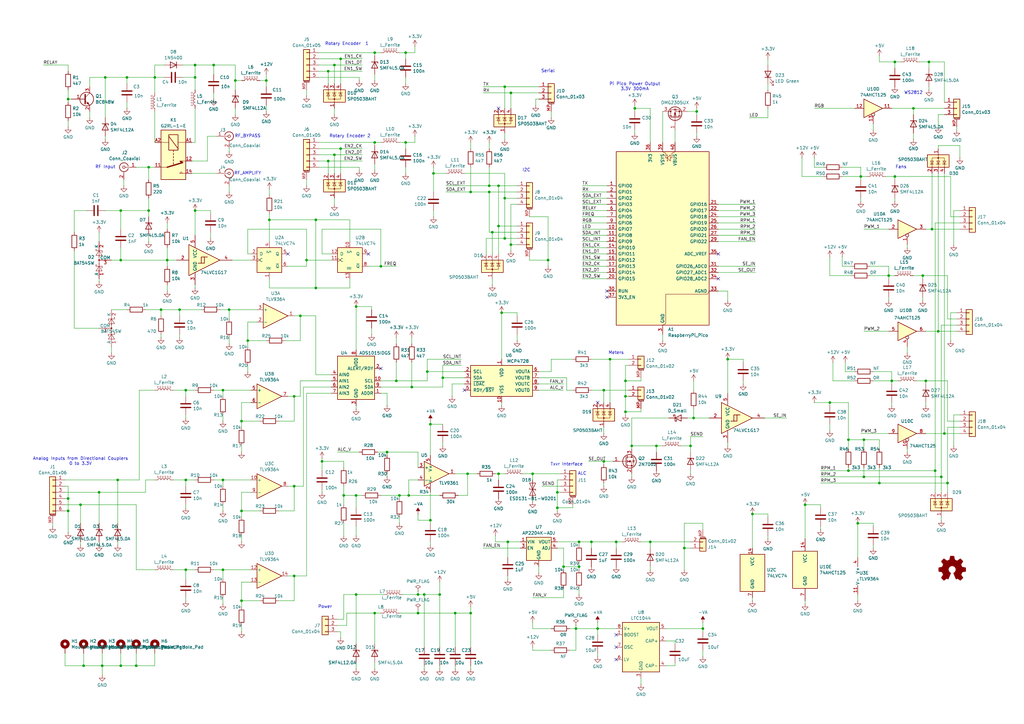
<source format=kicad_sch>
(kicad_sch (version 20231120) (generator "eeschema") (generator_version "8.0")
  (paper "A3")
  (junction (at 87.63 26.67))
  (junction (at 49.53 106.68))
  (junction (at 146.05 125.73))
  (junction (at 171.45 251.46))
  (junction (at 193.04 251.46))
  (junction (at 200.66 78.74))
  (junction (at 27.94 40.64))
  (junction (at 80.01 31.75))
  (junction (at 91.44 233.68))
  (junction (at 204.47 92.71))
  (junction (at 207.01 97.79))
  (junction (at 347.98 180.34))
  (junction (at 99.06 246.38))
  (junction (at 347.98 193.04))
  (junction (at 365.76 156.21))
  (junction (at 308.61 210.82))
  (junction (at 353.06 72.39))
  (junction (at 156.21 109.22))
  (junction (at 378.46 113.03))
  (junction (at 387.35 177.8))
  (junction (at 228.6 201.93))
  (junction (at 146.05 243.84))
  (junction (at 166.37 21.59))
  (junction (at 166.37 58.42))
  (junction (at 52.07 31.75))
  (junction (at 256.54 168.91))
  (junction (at 256.54 156.21))
  (junction (at 109.22 33.02))
  (junction (at 80.01 26.67))
  (junction (at 242.57 222.25))
  (junction (at 66.04 127))
  (junction (at 245.11 257.81))
  (junction (at 340.36 165.1))
  (junction (at 125.73 106.68))
  (junction (at 139.7 60.96))
  (junction (at 177.8 71.12))
  (junction (at 123.19 129.54))
  (junction (at 76.2 160.02))
  (junction (at 34.29 273.05))
  (junction (at 381 25.4))
  (junction (at 168.91 158.75))
  (junction (at 193.04 78.74))
  (junction (at 236.22 257.81))
  (junction (at 200.66 76.2))
  (junction (at 120.65 199.39))
  (junction (at 280.67 224.79))
  (junction (at 186.69 251.46))
  (junction (at 284.48 171.45))
  (junction (at 218.44 194.31))
  (junction (at 99.06 209.55))
  (junction (at 207.01 35.56))
  (junction (at 129.54 90.17))
  (junction (at 27.94 209.55))
  (junction (at 231.14 232.41))
  (junction (at 283.21 182.88))
  (junction (at 205.74 128.27))
  (junction (at 132.08 189.23))
  (junction (at 351.79 214.63))
  (junction (at 167.64 203.2))
  (junction (at 330.2 207.01))
  (junction (at 153.67 58.42))
  (junction (at 247.65 160.02))
  (junction (at 388.62 198.12))
  (junction (at 73.66 127))
  (junction (at 269.24 182.88))
  (junction (at 134.62 29.21))
  (junction (at 180.34 243.84))
  (junction (at 260.35 44.45))
  (junction (at 367.03 25.4))
  (junction (at 33.02 207.01))
  (junction (at 367.03 72.39))
  (junction (at 201.93 95.25))
  (junction (at 76.2 233.68))
  (junction (at 364.49 113.03))
  (junction (at 129.54 118.11))
  (junction (at 158.75 185.42))
  (junction (at 63.5 31.75))
  (junction (at 153.67 21.59))
  (junction (at 288.29 257.81))
  (junction (at 386.08 195.58))
  (junction (at 191.77 194.31))
  (junction (at 101.6 139.7))
  (junction (at 354.33 180.34))
  (junction (at 247.65 189.23))
  (junction (at 139.7 24.13))
  (junction (at 224.79 106.68))
  (junction (at 256.54 162.56))
  (junction (at 146.05 203.2))
  (junction (at 204.47 194.31))
  (junction (at 181.61 154.94))
  (junction (at 93.98 127))
  (junction (at 27.94 204.47))
  (junction (at 120.65 236.22))
  (junction (at 163.83 203.2))
  (junction (at 204.47 76.2))
  (junction (at 379.73 156.21))
  (junction (at 80.01 86.36))
  (junction (at 99.06 172.72))
  (junction (at 48.26 196.85))
  (junction (at 153.67 251.46))
  (junction (at 171.45 243.84))
  (junction (at 176.53 173.99))
  (junction (at 134.62 66.04))
  (junction (at 137.16 26.67))
  (junction (at 173.99 243.84))
  (junction (at 209.55 38.1))
  (junction (at 383.54 193.04))
  (junction (at 237.49 222.25))
  (junction (at 76.2 196.85))
  (junction (at 96.52 33.02))
  (junction (at 49.53 86.36))
  (junction (at 360.68 198.12))
  (junction (at 237.49 232.41))
  (junction (at 209.55 100.33))
  (junction (at 68.58 106.68))
  (junction (at 40.64 201.93))
  (junction (at 137.16 63.5))
  (junction (at 285.75 45.72))
  (junction (at 175.26 152.4))
  (junction (at 354.33 195.58))
  (junction (at 110.49 90.17))
  (junction (at 259.08 182.88))
  (junction (at 91.44 196.85))
  (junction (at 250.19 147.32))
  (junction (at 207.01 81.28))
  (junction (at 91.44 160.02))
  (junction (at 382.27 93.98))
  (junction (at 140.97 203.2))
  (junction (at 384.81 135.89))
  (junction (at 208.28 222.25))
  (junction (at 60.96 68.58))
  (junction (at 162.56 156.21))
  (junction (at 252.73 222.25))
  (junction (at 176.53 213.36))
  (junction (at 49.53 273.05))
  (junction (at 298.45 147.32))
  (junction (at 43.18 31.75))
  (junction (at 266.7 222.25))
  (junction (at 55.88 273.05))
  (junction (at 228.6 208.28))
  (junction (at 374.65 44.45))
  (junction (at 60.96 86.36))
  (junction (at 120.65 162.56))
  (junction (at 41.91 273.05))
  (no_connect (at 248.92 121.92))
  (no_connect (at 294.64 104.14))
  (no_connect (at 252.73 260.35))
  (no_connect (at 294.64 114.3))
  (no_connect (at 151.13 104.14))
  (no_connect (at 252.73 265.43))
  (no_connect (at 190.5 160.02))
  (no_connect (at 245.11 165.1))
  (no_connect (at 252.73 270.51))
  (no_connect (at 118.11 104.14))
  (no_connect (at 204.47 44.45))
  (no_connect (at 248.92 119.38))
  (no_connect (at 156.21 151.13))
  (wire (pts (xy 27.94 40.64) (xy 29.21 40.64)))
  (wire (pts (xy 49.53 101.6) (xy 49.53 106.68)))
  (wire (pts (xy 226.06 147.32) (xy 226.06 152.4)))
  (wire (pts (xy 365.76 156.21) (xy 365.76 157.48)))
  (wire (pts (xy 256.54 168.91) (xy 256.54 170.18)))
  (wire (pts (xy 120.65 246.38) (xy 120.65 236.22)))
  (wire (pts (xy 314.96 210.82) (xy 308.61 210.82)))
  (wire (pts (xy 68.58 101.6) (xy 68.58 106.68)))
  (wire (pts (xy 388.62 172.72) (xy 393.7 172.72)))
  (wire (pts (xy 209.55 38.1) (xy 209.55 44.45)))
  (wire (pts (xy 379.73 156.21) (xy 388.62 156.21)))
  (wire (pts (xy 48.26 196.85) (xy 48.26 214.63)))
  (wire (pts (xy 146.05 166.37) (xy 146.05 167.64)))
  (wire (pts (xy 137.16 44.45) (xy 137.16 46.99)))
  (wire (pts (xy 55.88 233.68) (xy 63.5 233.68)))
  (wire (pts (xy 358.14 214.63) (xy 351.79 214.63)))
  (wire (pts (xy 193.04 78.74) (xy 200.66 78.74)))
  (wire (pts (xy 41.91 273.05) (xy 41.91 276.86)))
  (wire (pts (xy 59.69 127) (xy 66.04 127)))
  (wire (pts (xy 50.8 73.66) (xy 50.8 76.2)))
  (wire (pts (xy 271.78 137.16) (xy 271.78 139.7)))
  (wire (pts (xy 30.48 134.62) (xy 40.64 134.62)))
  (wire (pts (xy 99.06 209.55) (xy 99.06 201.93)))
  (wire (pts (xy 99.06 33.02) (xy 96.52 33.02)))
  (wire (pts (xy 129.54 129.54) (xy 123.19 129.54)))
  (wire (pts (xy 146.05 271.78) (xy 146.05 274.32)))
  (wire (pts (xy 60.96 96.52) (xy 60.96 99.06)))
  (wire (pts (xy 340.36 105.41) (xy 340.36 113.03)))
  (wire (pts (xy 236.22 256.54) (xy 236.22 257.81)))
  (wire (pts (xy 80.01 86.36) (xy 80.01 96.52)))
  (wire (pts (xy 347.98 191.77) (xy 347.98 193.04)))
  (wire (pts (xy 140.97 219.71) (xy 140.97 214.63)))
  (wire (pts (xy 377.19 25.4) (xy 381 25.4)))
  (wire (pts (xy 386.08 212.09) (xy 386.08 213.36)))
  (wire (pts (xy 386.08 133.35) (xy 392.43 133.35)))
  (wire (pts (xy 156.21 109.22) (xy 151.13 109.22)))
  (wire (pts (xy 176.53 173.99) (xy 181.61 173.99)))
  (wire (pts (xy 262.89 156.21) (xy 256.54 156.21)))
  (wire (pts (xy 217.17 105.41) (xy 217.17 106.68)))
  (wire (pts (xy 204.47 194.31) (xy 207.01 194.31)))
  (wire (pts (xy 139.7 60.96) (xy 139.7 71.12)))
  (wire (pts (xy 351.79 214.63) (xy 351.79 228.6)))
  (wire (pts (xy 153.67 58.42) (xy 153.67 59.69)))
  (wire (pts (xy 353.06 177.8) (xy 364.49 177.8)))
  (wire (pts (xy 36.83 35.56) (xy 36.83 31.75)))
  (wire (pts (xy 367.03 25.4) (xy 360.68 25.4)))
  (wire (pts (xy 203.2 219.71) (xy 203.2 222.25)))
  (wire (pts (xy 238.76 91.44) (xy 248.92 91.44)))
  (wire (pts (xy 354.33 191.77) (xy 354.33 195.58)))
  (wire (pts (xy 99.06 201.93) (xy 102.87 201.93)))
  (wire (pts (xy 140.97 203.2) (xy 140.97 207.01)))
  (wire (pts (xy 250.19 147.32) (xy 257.81 147.32)))
  (wire (pts (xy 283.21 182.88) (xy 283.21 185.42)))
  (wire (pts (xy 199.39 97.79) (xy 199.39 104.14)))
  (wire (pts (xy 152.4 134.62) (xy 152.4 137.16)))
  (wire (pts (xy 146.05 243.84) (xy 157.48 243.84)))
  (wire (pts (xy 63.5 26.67) (xy 67.31 26.67)))
  (wire (pts (xy 86.36 86.36) (xy 80.01 86.36)))
  (wire (pts (xy 146.05 243.84) (xy 146.05 264.16)))
  (wire (pts (xy 238.76 99.06) (xy 248.92 99.06)))
  (wire (pts (xy 350.52 152.4) (xy 346.71 152.4)))
  (wire (pts (xy 142.24 256.54) (xy 142.24 251.46)))
  (wire (pts (xy 237.49 222.25) (xy 242.57 222.25)))
  (wire (pts (xy 123.19 156.21) (xy 123.19 162.56)))
  (wire (pts (xy 114.3 246.38) (xy 120.65 246.38)))
  (wire (pts (xy 138.43 185.42) (xy 147.32 185.42)))
  (wire (pts (xy 191.77 203.2) (xy 191.77 194.31)))
  (wire (pts (xy 52.07 41.91) (xy 52.07 44.45)))
  (wire (pts (xy 393.7 86.36) (xy 391.16 86.36)))
  (wire (pts (xy 170.18 19.05) (xy 170.18 21.59)))
  (wire (pts (xy 41.91 273.05) (xy 49.53 273.05)))
  (wire (pts (xy 205.74 165.1) (xy 205.74 166.37)))
  (wire (pts (xy 288.29 214.63) (xy 280.67 214.63)))
  (wire (pts (xy 27.94 209.55) (xy 27.94 218.44)))
  (wire (pts (xy 181.61 154.94) (xy 181.61 158.75)))
  (wire (pts (xy 73.66 137.16) (xy 73.66 138.43)))
  (wire (pts (xy 57.15 196.85) (xy 57.15 160.02)))
  (wire (pts (xy 224.79 106.68) (xy 224.79 109.22)))
  (wire (pts (xy 166.37 31.75) (xy 166.37 34.29)))
  (wire (pts (xy 33.02 207.01) (xy 55.88 207.01)))
  (wire (pts (xy 175.26 152.4) (xy 175.26 147.32)))
  (wire (pts (xy 200.66 76.2) (xy 204.47 76.2)))
  (wire (pts (xy 294.64 93.98) (xy 309.88 93.98)))
  (wire (pts (xy 276.86 53.34) (xy 276.86 58.42)))
  (wire (pts (xy 358.14 156.21) (xy 365.76 156.21)))
  (wire (pts (xy 68.58 106.68) (xy 72.39 106.68)))
  (wire (pts (xy 30.48 102.87) (xy 30.48 134.62)))
  (wire (pts (xy 102.87 104.14) (xy 101.6 104.14)))
  (wire (pts (xy 120.65 209.55) (xy 120.65 199.39)))
  (wire (pts (xy 91.44 160.02) (xy 102.87 160.02)))
  (wire (pts (xy 353.06 72.39) (xy 353.06 73.66)))
  (wire (pts (xy 193.04 60.96) (xy 193.04 58.42)))
  (wire (pts (xy 87.63 160.02) (xy 91.44 160.02)))
  (wire (pts (xy 52.07 127) (xy 45.72 127)))
  (wire (pts (xy 110.49 114.3) (xy 110.49 118.11)))
  (wire (pts (xy 176.53 222.25) (xy 176.53 223.52)))
  (wire (pts (xy 204.47 92.71) (xy 212.09 92.71)))
  (wire (pts (xy 91.44 170.18) (xy 91.44 172.72)))
  (wire (pts (xy 256.54 149.86) (xy 256.54 156.21)))
  (wire (pts (xy 379.73 165.1) (xy 379.73 166.37)))
  (wire (pts (xy 364.49 121.92) (xy 364.49 123.19)))
  (wire (pts (xy 180.34 238.76) (xy 180.34 243.84)))
  (wire (pts (xy 381 25.4) (xy 381 27.94)))
  (wire (pts (xy 60.96 68.58) (xy 60.96 73.66)))
  (wire (pts (xy 200.66 78.74) (xy 200.66 95.25)))
  (wire (pts (xy 379.73 156.21) (xy 379.73 157.48)))
  (wire (pts (xy 106.68 246.38) (xy 99.06 246.38)))
  (wire (pts (xy 140.97 254) (xy 140.97 243.84)))
  (wire (pts (xy 181.61 154.94) (xy 190.5 154.94)))
  (wire (pts (xy 123.19 162.56) (xy 120.65 162.56)))
  (wire (pts (xy 73.66 127) (xy 82.55 127)))
  (wire (pts (xy 367.03 81.28) (xy 367.03 82.55)))
  (wire (pts (xy 200.66 58.42) (xy 200.66 60.96)))
  (wire (pts (xy 26.67 196.85) (xy 48.26 196.85)))
  (wire (pts (xy 147.32 68.58) (xy 147.32 69.85)))
  (wire (pts (xy 138.43 259.08) (xy 139.7 259.08)))
  (wire (pts (xy 257.81 149.86) (xy 256.54 149.86)))
  (wire (pts (xy 226.06 45.72) (xy 226.06 48.26)))
  (wire (pts (xy 280.67 214.63) (xy 280.67 224.79)))
  (wire (pts (xy 33.02 207.01) (xy 33.02 214.63)))
  (wire (pts (xy 48.26 196.85) (xy 57.15 196.85)))
  (wire (pts (xy 353.06 72.39) (xy 355.6 72.39)))
  (wire (pts (xy 198.12 38.1) (xy 209.55 38.1)))
  (wire (pts (xy 132.08 189.23) (xy 132.08 193.04)))
  (wire (pts (xy 259.08 182.88) (xy 259.08 171.45)))
  (wire (pts (xy 224.79 88.9) (xy 224.79 106.68)))
  (wire (pts (xy 358.14 215.9) (xy 358.14 214.63)))
  (wire (pts (xy 109.22 139.7) (xy 101.6 139.7)))
  (wire (pts (xy 284.48 167.64) (xy 284.48 171.45)))
  (wire (pts (xy 163.83 204.47) (xy 163.83 203.2)))
  (wire (pts (xy 212.09 128.27) (xy 205.74 128.27)))
  (wire (pts (xy 156.21 109.22) (xy 162.56 109.22)))
  (wire (pts (xy 288.29 257.81) (xy 288.29 259.08)))
  (wire (pts (xy 156.21 203.2) (xy 163.83 203.2)))
  (wire (pts (xy 308.61 210.82) (xy 308.61 224.79)))
  (wire (pts (xy 367.03 25.4) (xy 367.03 27.94)))
  (wire (pts (xy 110.49 77.47) (xy 110.49 80.01)))
  (wire (pts (xy 80.01 58.42) (xy 78.74 58.42)))
  (wire (pts (xy 43.18 86.36) (xy 49.53 86.36)))
  (wire (pts (xy 85.09 66.04) (xy 85.09 55.88)))
  (wire (pts (xy 110.49 90.17) (xy 110.49 99.06)))
  (wire (pts (xy 382.27 93.98) (xy 393.7 93.98)))
  (wire (pts (xy 130.81 29.21) (xy 134.62 29.21)))
  (wire (pts (xy 40.64 201.93) (xy 40.64 214.63)))
  (wire (pts (xy 153.67 58.42) (xy 156.21 58.42)))
  (wire (pts (xy 17.78 26.67) (xy 27.94 26.67)))
  (wire (pts (xy 313.69 171.45) (xy 322.58 171.45)))
  (wire (pts (xy 118.11 236.22) (xy 120.65 236.22)))
  (wire (pts (xy 214.63 194.31) (xy 218.44 194.31)))
  (wire (pts (xy 220.98 157.48) (xy 231.14 157.48)))
  (wire (pts (xy 91.44 160.02) (xy 91.44 162.56)))
  (wire (pts (xy 228.6 208.28) (xy 228.6 209.55)))
  (wire (pts (xy 175.26 152.4) (xy 190.5 152.4)))
  (wire (pts (xy 283.21 179.07) (xy 288.29 179.07)))
  (wire (pts (xy 99.06 182.88) (xy 99.06 185.42)))
  (wire (pts (xy 212.09 76.2) (xy 204.47 76.2)))
  (wire (pts (xy 101.6 93.98) (xy 125.73 93.98)))
  (wire (pts (xy 142.24 251.46) (xy 153.67 251.46)))
  (wire (pts (xy 193.04 68.58) (xy 193.04 78.74)))
  (wire (pts (xy 388.62 175.26) (xy 393.7 175.26)))
  (wire (pts (xy 40.64 222.25) (xy 40.64 223.52)))
  (wire (pts (xy 294.64 111.76) (xy 309.88 111.76)))
  (wire (pts (xy 139.7 259.08) (xy 139.7 261.62)))
  (wire (pts (xy 165.1 243.84) (xy 171.45 243.84)))
  (wire (pts (xy 125.73 73.66) (xy 125.73 76.2)))
  (wire (pts (xy 247.65 175.26) (xy 247.65 177.8)))
  (wire (pts (xy 308.61 245.11) (xy 308.61 246.38)))
  (wire (pts (xy 236.22 266.7) (xy 236.22 257.81)))
  (wire (pts (xy 387.35 46.99) (xy 384.81 46.99)))
  (wire (pts (xy 388.62 113.03) (xy 388.62 130.81)))
  (wire (pts (xy 238.76 104.14) (xy 248.92 104.14)))
  (wire (pts (xy 238.76 81.28) (xy 248.92 81.28)))
  (wire (pts (xy 238.76 111.76) (xy 248.92 111.76)))
  (wire (pts (xy 80.01 44.45) (xy 80.01 58.42)))
  (wire (pts (xy 393.7 59.69) (xy 393.7 64.77)))
  (wire (pts (xy 285.75 54.61) (xy 285.75 55.88)))
  (wire (pts (xy 281.94 171.45) (xy 284.48 171.45)))
  (wire (pts (xy 228.6 201.93) (xy 229.87 201.93)))
  (wire (pts (xy 256.54 162.56) (xy 256.54 168.91)))
  (wire (pts (xy 80.01 116.84) (xy 80.01 118.11)))
  (wire (pts (xy 132.08 187.96) (xy 132.08 189.23)))
  (wire (pts (xy 124.46 199.39) (xy 120.65 199.39)))
  (wire (pts (xy 304.8 147.32) (xy 298.45 147.32)))
  (wire (pts (xy 204.47 194.31) (xy 204.47 196.85)))
  (wire (pts (xy 137.16 63.5) (xy 148.59 63.5)))
  (wire (pts (xy 391.16 86.36) (xy 391.16 100.33)))
  (wire (pts (xy 266.7 232.41) (xy 266.7 233.68)))
  (wire (pts (xy 114.3 172.72) (xy 120.65 172.72)))
  (wire (pts (xy 208.28 236.22) (xy 208.28 237.49)))
  (wire (pts (xy 279.4 182.88) (xy 283.21 182.88)))
  (wire (pts (xy 242.57 222.25) (xy 252.73 222.25)))
  (wire (pts (xy 358.14 50.8) (xy 358.14 53.34)))
  (wire (pts (xy 76.2 199.39) (xy 76.2 196.85)))
  (wire (pts (xy 48.26 222.25) (xy 48.26 223.52)))
  (wire (pts (xy 247.65 198.12) (xy 247.65 199.39)))
  (wire (pts (xy 234.95 207.01) (xy 234.95 208.28)))
  (wire (pts (xy 360.68 184.15) (xy 360.68 180.34)))
  (wire (pts (xy 231.14 224.79) (xy 231.14 232.41)))
  (wire (pts (xy 201.93 95.25) (xy 201.93 104.14)))
  (wire (pts (xy 285.75 45.72) (xy 281.94 45.72)))
  (wire (pts (xy 374.65 113.03) (xy 378.46 113.03)))
  (wire (pts (xy 134.62 66.04) (xy 134.62 71.12)))
  (wire (pts (xy 205.74 128.27) (xy 205.74 147.32)))
  (wire (pts (xy 384.81 71.12) (xy 384.81 135.89)))
  (wire (pts (xy 27.94 199.39) (xy 27.94 204.47)))
  (wire (pts (xy 347.98 165.1) (xy 347.98 180.34)))
  (wire (pts (xy 304.8 156.21) (xy 304.8 157.48)))
  (wire (pts (xy 364.49 109.22) (xy 364.49 113.03)))
  (wire (pts (xy 147.32 31.75) (xy 147.32 33.02)))
  (wire (pts (xy 91.44 196.85) (xy 91.44 199.39)))
  (wire (pts (xy 168.91 148.59) (xy 168.91 158.75)))
  (wire (pts (xy 87.63 26.67) (xy 87.63 30.48)))
  (wire (pts (xy 26.67 267.97) (xy 26.67 273.05)))
  (wire (pts (xy 158.75 161.29) (xy 158.75 166.37)))
  (wire (pts (xy 314.96 219.71) (xy 314.96 220.98)))
  (wire (pts (xy 86.36 87.63) (xy 86.36 86.36)))
  (wire (pts (xy 40.64 201.93) (xy 59.69 201.93)))
  (wire (pts (xy 245.11 255.27) (xy 245.11 257.81)))
  (wire (pts (xy 163.83 58.42) (xy 166.37 58.42)))
  (wire (pts (xy 140.97 191.77) (xy 140.97 189.23)))
  (wire (pts (xy 280.67 224.79) (xy 283.21 224.79)))
  (wire (pts (xy 34.29 267.97) (xy 34.29 273.05)))
  (wire (pts (xy 130.81 66.04) (xy 134.62 66.04)))
  (wire (pts (xy 55.88 273.05) (xy 55.88 267.97)))
  (wire (pts (xy 259.08 182.88) (xy 269.24 182.88)))
  (wire (pts (xy 78.74 66.04) (xy 85.09 66.04)))
  (wire (pts (xy 234.95 208.28) (xy 228.6 208.28)))
  (wire (pts (xy 186.69 251.46) (xy 186.69 265.43)))
  (wire (pts (xy 383.54 193.04) (xy 383.54 91.44)))
  (wire (pts (xy 167.64 203.2) (xy 167.64 196.85)))
  (wire (pts (xy 40.64 95.25) (xy 40.64 99.06)))
  (wire (pts (xy 129.54 90.17) (xy 129.54 118.11)))
  (wire (pts (xy 294.64 83.82) (xy 309.88 83.82)))
  (wire (pts (xy 171.45 242.57) (xy 171.45 243.84)))
  (wire (pts (xy 391.16 170.18) (xy 393.7 170.18)))
  (wire (pts (xy 288.29 255.27) (xy 288.29 257.81)))
  (wire (pts (xy 354.33 195.58) (xy 336.55 195.58)))
  (wire (pts (xy 132.08 200.66) (xy 132.08 201.93)))
  (wire (pts (xy 60.96 86.36) (xy 60.96 88.9)))
  (wire (pts (xy 288.29 217.17) (xy 288.29 214.63)))
  (wire (pts (xy 156.21 156.21) (xy 162.56 156.21)))
  (wire (pts (xy 220.98 160.02) (xy 231.14 160.02)))
  (wire (pts (xy 140.97 243.84) (xy 146.05 243.84)))
  (wire (pts (xy 124.46 158.75) (xy 124.46 199.39)))
  (wire (pts (xy 190.5 71.12) (xy 207.01 71.12)))
  (wire (pts (xy 231.14 232.41) (xy 231.14 233.68)))
  (wire (pts (xy 193.04 273.05) (xy 193.04 274.32)))
  (wire (pts (xy 218.44 245.11) (xy 231.14 245.11)))
  (wire (pts (xy 367.03 25.4) (xy 369.57 25.4)))
  (wire (pts (xy 120.65 172.72) (xy 120.65 162.56)))
  (wire (pts (xy 80.01 26.67) (xy 80.01 31.75)))
  (wire (pts (xy 99.06 165.1) (xy 102.87 165.1)))
  (wire (pts (xy 238.76 109.22) (xy 248.92 109.22)))
  (wire (pts (xy 356.87 113.03) (xy 364.49 113.03)))
  (wire (pts (xy 285.75 44.45) (xy 285.75 45.72)))
  (wire (pts (xy 367.03 72.39) (xy 367.03 73.66)))
  (wire (pts (xy 153.67 67.31) (xy 153.67 69.85)))
  (wire (pts (xy 273.05 257.81) (xy 288.29 257.81)))
  (wire (pts (xy 266.7 44.45) (xy 266.7 58.42)))
  (wire (pts (xy 341.63 148.59) (xy 341.63 156.21)))
  (wire (pts (xy 372.11 184.15) (xy 372.11 185.42)))
  (wire (pts (xy 78.74 71.12) (xy 88.9 71.12)))
  (wire (pts (xy 87.63 38.1) (xy 87.63 40.64)))
  (wire (pts (xy 173.99 243.84) (xy 180.34 243.84)))
  (wire (pts (xy 173.99 273.05) (xy 173.99 274.32)))
  (wire (pts (xy 340.36 173.99) (xy 340.36 176.53)))
  (wire (pts (xy 364.49 113.03) (xy 364.49 114.3)))
  (wire (pts (xy 180.34 273.05) (xy 180.34 274.32)))
  (wire (pts (xy 353.06 68.58) (xy 353.06 72.39)))
  (wire (pts (xy 294.64 119.38) (xy 298.45 119.38)))
  (wire (pts (xy 186.69 194.31) (xy 191.77 194.31)))
  (wire (pts (xy 340.36 165.1) (xy 334.01 165.1)))
  (wire (pts (xy 186.69 273.05) (xy 186.69 274.32)))
  (wire (pts (xy 91.44 196.85) (xy 102.87 196.85)))
  (wire (pts (xy 134.62 29.21) (xy 148.59 29.21)))
  (wire (pts (xy 139.7 24.13) (xy 139.7 34.29)))
  (wire (pts (xy 389.89 72.39) (xy 367.03 72.39)))
  (wire (pts (xy 158.75 194.31) (xy 158.75 195.58)))
  (wire (pts (xy 27.94 36.83) (xy 27.94 40.64)))
  (wire (pts (xy 106.68 33.02) (xy 109.22 33.02)))
  (wire (pts (xy 162.56 148.59) (xy 162.56 156.21)))
  (wire (pts (xy 381 25.4) (xy 387.35 25.4)))
  (wire (pts (xy 345.44 105.41) (xy 345.44 109.22)))
  (wire (pts (xy 337.82 68.58) (xy 334.01 68.58)))
  (wire (pts (xy 49.53 273.05) (xy 55.88 273.05)))
  (wire (pts (xy 99.06 172.72) (xy 99.06 165.1)))
  (wire (pts (xy 387.35 71.12) (xy 387.35 177.8)))
  (wire (pts (xy 379.73 93.98) (xy 382.27 93.98)))
  (wire (pts (xy 336.55 208.28) (xy 336.55 207.01)))
  (wire (pts (xy 294.64 99.06) (xy 309.88 99.06)))
  (wire (pts (xy 116.84 139.7) (xy 123.19 139.7)))
  (wire (pts (xy 170.18 55.88) (xy 170.18 58.42)))
  (wire (pts (xy 137.16 63.5) (xy 137.16 71.12)))
  (wire (pts (xy 237.49 222.25) (xy 237.49 223.52)))
  (wire (pts (xy 125.73 106.68) (xy 125.73 109.22)))
  (wire (pts (xy 34.29 273.05) (xy 41.91 273.05)))
  (wire (pts (xy 330.2 207.01) (xy 330.2 220.98)))
  (wire (pts (xy 26.67 273.05) (xy 34.29 273.05)))
  (wire (pts (xy 52.07 31.75) (xy 63.5 31.75)))
  (wire (pts (xy 360.68 180.34) (xy 354.33 180.34)))
  (wire (pts (xy 120.65 129.54) (xy 123.19 129.54)))
  (wire (pts (xy 259.08 171.45) (xy 274.32 171.45)))
  (wire (pts (xy 125.73 109.22) (xy 118.11 109.22)))
  (wire (pts (xy 125.73 236.22) (xy 120.65 236.22)))
  (wire (pts (xy 283.21 182.88) (xy 283.21 179.07)))
  (wire (pts (xy 284.48 156.21) (xy 284.48 160.02)))
  (wire (pts (xy 167.64 196.85) (xy 171.45 196.85)))
  (wire (pts (xy 130.81 26.67) (xy 137.16 26.67)))
  (wire (pts (xy 204.47 76.2) (xy 204.47 92.71)))
  (wire (pts (xy 163.83 203.2) (xy 167.64 203.2)))
  (wire (pts (xy 238.76 76.2) (xy 248.92 76.2)))
  (wire (pts (xy 298.45 181.61) (xy 298.45 182.88)))
  (wire (pts (xy 146.05 125.73) (xy 146.05 143.51)))
  (wire (pts (xy 245.11 267.97) (xy 245.11 269.24)))
  (wire (pts (xy 166.37 21.59) (xy 166.37 24.13)))
  (wire (pts (xy 59.69 196.85) (xy 63.5 196.85)))
  (wire (pts (xy 233.68 266.7) (xy 236.22 266.7)))
  (wire (pts (xy 238.76 114.3) (xy 248.92 114.3)))
  (wire (pts (xy 166.37 68.58) (xy 166.37 71.12)))
  (wire (pts (xy 203.2 194.31) (xy 204.47 194.31)))
  (wire (pts (xy 76.2 207.01) (xy 76.2 208.28)))
  (wire (pts (xy 238.76 106.68) (xy 248.92 106.68)))
  (wire (pts (xy 156.21 93.98) (xy 156.21 109.22)))
  (wire (pts (xy 153.67 30.48) (xy 153.67 33.02)))
  (wire (pts (xy 389.89 88.9) (xy 389.89 72.39)))
  (wire (pts (xy 374.65 54.61) (xy 374.65 57.15)))
  (wire (pts (xy 365.76 165.1) (xy 365.76 166.37)))
  (wire (pts (xy 381 35.56) (xy 381 36.83)))
  (wire (pts (xy 130.81 31.75) (xy 147.32 31.75)))
  (wire (pts (xy 247.65 160.02) (xy 257.81 160.02)))
  (wire (pts (xy 181.61 154.94) (xy 181.61 149.86)))
  (wire (pts (xy 43.18 31.75) (xy 43.18 48.26)))
  (wire (pts (xy 247.65 189.23) (xy 247.65 190.5)))
  (wire (pts (xy 55.88 68.58) (xy 60.96 68.58)))
  (wire (pts (xy 130.81 63.5) (xy 137.16 63.5)))
  (wire (pts (xy 99.06 238.76) (xy 102.87 238.76)))
  (wire (pts (xy 351.79 243.84) (xy 351.79 246.38)))
  (wire (pts (xy 336.55 198.12) (xy 360.68 198.12)))
  (wire (pts (xy 228.6 201.93) (xy 228.6 208.28)))
  (wire (pts (xy 387.35 25.4) (xy 387.35 41.91)))
  (wire (pts (xy 71.12 233.68) (xy 76.2 233.68)))
  (wire (pts (xy 158.75 185.42) (xy 158.75 186.69)))
  (wire (pts (xy 237.49 231.14) (xy 237.49 232.41)))
  (wire (pts (xy 93.98 127) (xy 105.41 127)))
  (wire (pts (xy 30.48 86.36) (xy 30.48 95.25)))
  (wire (pts (xy 364.49 113.03) (xy 367.03 113.03)))
  (wire (pts (xy 26.67 209.55) (xy 27.94 209.55)))
  (wire (pts (xy 167.64 203.2) (xy 180.34 203.2)))
  (wire (pts (xy 173.99 243.84) (xy 173.99 265.43)))
  (wire (pts (xy 330.2 246.38) (xy 330.2 247.65)))
  (wire (pts (xy 228.6 222.25) (xy 237.49 222.25)))
  (wire (pts (xy 384.81 59.69) (xy 393.7 59.69)))
  (wire (pts (xy 204.47 104.14) (xy 204.47 92.71)))
  (wire (pts (xy 101.6 139.7) (xy 101.6 142.24)))
  (wire (pts (xy 137.16 26.67) (xy 148.59 26.67)))
  (wire (pts (xy 238.76 96.52) (xy 248.92 96.52)))
  (wire (pts (xy 284.48 171.45) (xy 290.83 171.45)))
  (wire (pts (xy 26.67 199.39) (xy 27.94 199.39)))
  (wire (pts (xy 153.67 21.59) (xy 153.67 22.86)))
  (wire (pts (xy 203.2 222.25) (xy 208.28 222.25)))
  (wire (pts (xy 87.63 26.67) (xy 96.52 26.67)))
  (wire (pts (xy 101.6 139.7) (xy 101.6 132.08)))
  (wire (pts (xy 378.46 121.92) (xy 378.46 123.19)))
  (wire (pts (xy 218.44 204.47) (xy 218.44 205.74)))
  (wire (pts (xy 207.01 97.79) (xy 207.01 81.28)))
  (wire (pts (xy 138.43 254) (xy 140.97 254)))
  (wire (pts (xy 388.62 113.03) (xy 378.46 113.03)))
  (wire (pts (xy 99.06 209.55) (xy 99.06 212.09)))
  (wire (pts (xy 125.73 93.98) (xy 125.73 106.68)))
  (wire (pts (xy 74.93 26.67) (xy 80.01 26.67)))
  (wire (pts (xy 388.62 156.21) (xy 388.62 172.72)))
  (wire (pts (xy 336.55 207.01) (xy 330.2 207.01)))
  (wire (pts (xy 163.83 21.59) (xy 166.37 21.59)))
  (wire (pts (xy 91.44 207.01) (xy 91.44 209.55)))
  (wire (pts (xy 379.73 135.89) (xy 384.81 135.89)))
  (wire (pts (xy 80.01 31.75) (xy 80.01 36.83)))
  (wire (pts (xy 49.53 267.97) (xy 49.53 273.05)))
  (wire (pts (xy 340.36 165.1) (xy 347.98 165.1)))
  (wire (pts (xy 171.45 251.46) (xy 186.69 251.46)))
  (wire (pts (xy 30.48 86.36) (xy 35.56 86.36)))
  (wire (pts (xy 186.69 251.46) (xy 193.04 251.46)))
  (wire (pts (xy 237.49 233.68) (xy 237.49 232.41)))
  (wire (pts (xy 146.05 203.2) (xy 140.97 203.2)))
  (wire (pts (xy 26.67 207.01) (xy 33.02 207.01)))
  (wire (pts (xy 171.45 213.36) (xy 176.53 213.36)))
  (wire (pts (xy 266.7 222.25) (xy 266.7 224.79)))
  (wire (pts (xy 27.94 29.21) (xy 27.94 26.67)))
  (wire (pts (xy 118.11 162.56) (xy 120.65 162.56)))
  (wire (pts (xy 99.06 256.54) (xy 99.06 259.08)))
  (wire (pts (xy 109.22 43.18) (xy 109.22 45.72)))
  (wire (pts (xy 219.71 40.64) (xy 219.71 43.18)))
  (wire (pts (xy 36.83 45.72) (xy 36.83 48.26)))
  (wire (pts (xy 176.53 201.93) (xy 176.53 213.36)))
  (wire (pts (xy 125.73 161.29) (xy 135.89 161.29)))
  (wire (pts (xy 337.82 72.39) (xy 328.93 72.39)))
  (wire (pts (xy 386.08 195.58) (xy 386.08 133.35)))
  (wire (pts (xy 347.98 180.34) (xy 347.98 184.15)))
  (wire (pts (xy 374.65 44.45) (xy 387.35 44.45)))
  (wire (pts (xy 36.83 31.75) (xy 43.18 31.75)))
  (wire (pts (xy 387.35 177.8) (xy 393.7 177.8)))
  (wire (pts (xy 190.5 157.48) (xy 185.42 157.48)))
  (wire (pts (xy 307.34 48.26) (xy 314.96 48.26)))
  (wire (pts (xy 260.35 53.34) (xy 260.35 54.61)))
  (wire (pts (xy 228.6 224.79) (xy 231.14 224.79)))
  (wire (pts (xy 212.09 97.79) (xy 207.01 97.79)))
  (wire (pts (xy 171.45 250.19) (xy 171.45 251.46)))
  (wire (pts (xy 66.04 127) (xy 73.66 127)))
  (wire (pts (xy 256.54 168.91) (xy 262.89 168.91)))
  (wire (pts (xy 85.09 55.88) (xy 88.9 55.88)))
  (wire (pts (xy 49.53 86.36) (xy 60.96 86.36)))
  (wire (pts (xy 129.54 153.67) (xy 129.54 129.54)))
  (wire (pts (xy 256.54 162.56) (xy 257.81 162.56)))
  (wire (pts (xy 374.65 44.45) (xy 374.65 46.99)))
  (wire (pts (xy 163.83 251.46) (xy 171.45 251.46)))
  (wire (pts (xy 99.06 219.71) (xy 99.06 222.25)))
  (wire (pts (xy 236.22 257.81) (xy 245.11 257.81)))
  (wire (pts (xy 328.93 64.77) (xy 328.93 72.39)))
  (wire (pts (xy 262.89 222.25) (xy 266.7 222.25)))
  (wire (pts (xy 101.6 104.14) (xy 101.6 93.98)))
  (wire (pts (xy 177.8 71.12) (xy 182.88 71.12)))
  (wire (pts (xy 177.8 68.58) (xy 177.8 71.12)))
  (wire (pts (xy 182.88 78.74) (xy 193.04 78.74)))
  (wire (pts (xy 76.2 162.56) (xy 76.2 160.02)))
  (wire (pts (xy 171.45 191.77) (xy 171.45 185.42)))
  (wire (pts (xy 57.15 160.02) (xy 63.5 160.02)))
  (wire (pts (xy 129.54 90.17) (xy 110.49 90.17)))
  (wire (pts (xy 76.2 170.18) (xy 76.2 171.45)))
  (wire (pts (xy 273.05 262.89) (xy 276.86 262.89)))
  (wire (pts (xy 33.02 222.25) (xy 33.02 223.52)))
  (wire (pts (xy 238.76 93.98) (xy 248.92 93.98)))
  (wire (pts (xy 232.41 154.94) (xy 232.41 160.02)))
  (wire (pts (xy 233.68 257.81) (xy 236.22 257.81)))
  (wire (pts (xy 91.44 245.11) (xy 91.44 247.65)))
  (wire (pts (xy 156.21 161.29) (xy 158.75 161.29)))
  (wire (pts (xy 389.89 139.7) (xy 389.89 128.27)))
  (wire (pts (xy 152.4 127) (xy 152.4 125.73)))
  (wire (pts (xy 176.53 173.99) (xy 176.53 186.69)))
  (wire (pts (xy 55.88 207.01) (xy 55.88 233.68)))
  (wire (pts (xy 59.69 201.93) (xy 59.69 196.85)))
  (wire (pts (xy 276.86 262.89) (xy 276.86 264.16)))
  (wire (pts (xy 234.95 147.32) (xy 226.06 147.32)))
  (wire (pts (xy 250.19 147.32) (xy 250.19 165.1)))
  (wire (pts (xy 360.68 198.12) (xy 388.62 198.12)))
  (wire (pts (xy 99.06 172.72) (xy 99.06 175.26)))
  (wire (pts (xy 363.22 72.39) (xy 367.03 72.39)))
  (wire (pts (xy 91.44 233.68) (xy 91.44 237.49)))
  (wire (pts (xy 207.01 81.28) (xy 212.09 81.28)))
  (wire (pts (xy 212.09 78.74) (xy 200.66 78.74)))
  (wire (pts (xy 372.11 144.78) (xy 372.11 142.24)))
  (wire (pts (xy 229.87 196.85) (xy 228.6 196.85)))
  (wire (pts (xy 198.12 35.56) (xy 207.01 35.56)))
  (wire (pts (xy 354.33 93.98) (xy 364.49 93.98)))
  (wire (pts (xy 156.21 158.75) (xy 168.91 158.75)))
  (wire (pts (xy 242.57 160.02) (xy 247.65 160.02)))
  (wire (pts (xy 276.86 273.05) (xy 276.86 271.78)))
  (wire (pts (xy 273.05 273.05) (xy 276.86 273.05)))
  (wire (pts (xy 162.56 140.97) (xy 162.56 138.43)))
  (wire (pts (xy 360.68 191.77) (xy 360.68 198.12)))
  (wire (pts (xy 176.53 172.72) (xy 176.53 173.99)))
  (wire (pts (xy 237.49 232.41) (xy 231.14 232.41)))
  (wire (pts (xy 294.64 91.44) (xy 309.88 91.44)))
  (wire (pts (xy 251.46 189.23) (xy 247.65 189.23)))
  (wire (pts (xy 389.89 128.27) (xy 392.43 128.27)))
  (wire (pts (xy 123.19 139.7) (xy 123.19 129.54)))
  (wire (pts (xy 262.89 167.64) (xy 262.89 168.91)))
  (wire (pts (xy 76.2 196.85) (xy 80.01 196.85)))
  (wire (pts (xy 153.67 251.46) (xy 156.21 251.46)))
  (wire (pts (xy 340.36 166.37) (xy 340.36 165.1)))
  (wire (pts (xy 237.49 241.3) (xy 237.49 243.84)))
  (wire (pts (xy 27.94 49.53) (xy 27.94 52.07)))
  (wire (pts (xy 140.97 189.23) (xy 132.08 189.23)))
  (wire (pts (xy 365.76 44.45) (xy 374.65 44.45)))
  (wire (pts (xy 71.12 196.85) (xy 76.2 196.85)))
  (wire (pts (xy 245.11 257.81) (xy 245.11 260.35)))
  (wire (pts (xy 365.76 156.21) (xy 368.3 156.21)))
  (wire (pts (xy 93.98 76.2) (xy 93.98 78.74)))
  (wire (pts (xy 266.7 222.25) (xy 283.21 222.25)))
  (wire (pts (xy 175.26 147.32) (xy 189.23 147.32)))
  (wire (pts (xy 139.7 60.96) (xy 148.59 60.96)))
  (wire (pts (xy 27.94 40.64) (xy 27.94 41.91)))
  (wire (pts (xy 280.67 224.79) (xy 280.67 233.68)))
  (wire (pts (xy 209.55 100.33) (xy 212.09 100.33)))
  (wire (pts (xy 21.59 214.63) (xy 21.59 215.9)))
  (wire (pts (xy 220.98 232.41) (xy 220.98 234.95)))
  (wire (pts (xy 358.14 152.4) (xy 365.76 152.4)))
  (wire (pts (xy 260.35 44.45) (xy 266.7 44.45)))
  (wire (pts (xy 146.05 203.2) (xy 146.05 208.28)))
  (wire (pts (xy 90.17 127) (xy 93.98 127)))
  (wire (pts (xy 314.96 212.09) (xy 314.96 210.82)))
  (wire (pts (xy 384.81 46.99) (xy 384.81 52.07)))
  (wire (pts (xy 247.65 160.02) (xy 247.65 165.1)))
  (wire (pts (xy 209.55 38.1) (xy 220.98 38.1)))
  (wire (pts (xy 256.54 156.21) (xy 256.54 162.56)))
  (wire (pts (xy 345.44 72.39) (xy 353.06 72.39)))
  (wire (pts (xy 294.64 86.36) (xy 309.88 86.36)))
  (wire (pts (xy 388.62 201.93) (xy 388.62 198.12)))
  (wire (pts (xy 110.49 118.11) (xy 129.54 118.11)))
  (wire (pts (xy 238.76 78.74) (xy 248.92 78.74)))
  (wire (pts (xy 200.66 68.58) (xy 200.66 76.2)))
  (wire (pts (xy 146.05 215.9) (xy 146.05 219.71)))
  (wire (pts (xy 63.5 273.05) (xy 55.88 273.05)))
  (wire (pts (xy 365.76 152.4) (xy 365.76 156.21)))
  (wire (pts (xy 209.55 83.82) (xy 209.55 100.33)))
  (wire (pts (xy 130.81 68.58) (xy 147.32 68.58)))
  (wire (pts (xy 87.63 233.68) (xy 91.44 233.68)))
  (wire (pts (xy 238.76 83.82) (xy 248.92 83.82)))
  (wire (pts (xy 217.17 106.68) (xy 224.79 106.68)))
  (wire (pts (xy 129.54 118.11) (xy 143.51 118.11)))
  (wire (pts (xy 181.61 181.61) (xy 181.61 182.88)))
  (wire (pts (xy 382.27 71.12) (xy 382.27 93.98)))
  (wire (pts (xy 218.44 266.7) (xy 226.06 266.7)))
  (wire (pts (xy 52.07 31.75) (xy 52.07 34.29)))
  (wire (pts (xy 125.73 161.29) (xy 125.73 236.22)))
  (wire (pts (xy 391.16 182.88) (xy 391.16 170.18)))
  (wire (pts (xy 125.73 36.83) (xy 125.73 39.37)))
  (wire (pts (xy 76.2 233.68) (xy 80.01 233.68)))
  (wire (pts (xy 118.11 199.39) (xy 120.65 199.39)))
  (wire (pts (xy 73.66 127) (xy 73.66 129.54)))
  (wire (pts (xy 137.16 26.67) (xy 137.16 34.29)))
  (wire (pts (xy 101.6 132.08) (xy 105.41 132.08)))
  (wire (pts (xy 138.43 256.54) (xy 142.24 256.54)))
  (wire (pts (xy 106.68 172.72) (xy 99.06 172.72)))
  (wire (pts (xy 153.67 251.46) (xy 153.67 264.16)))
  (wire (pts (xy 372.11 100.33) (xy 372.11 101.6)))
  (wire (pts (xy 171.45 185.42) (xy 158.75 185.42)))
  (wire (pts (xy 87.63 196.85) (xy 91.44 196.85)))
  (wire (pts (xy 134.62 66.04) (xy 148.59 66.04)))
  (wire (pts (xy 232.41 160.02) (xy 234.95 160.02)))
  (wire (pts (xy 80.01 26.67) (xy 87.63 26.67)))
  (wire (pts (xy 109.22 33.02) (xy 109.22 35.56)))
  (wire (pts (xy 152.4 125.73) (xy 146.05 125.73)))
  (wire (pts (xy 40.64 114.3) (xy 40.64 115.57)))
  (wire (pts (xy 114.3 209.55) (xy 120.65 209.55)))
  (wire (pts (xy 262.89 154.94) (xy 262.89 156.21)))
  (wire (pts (xy 60.96 68.58) (xy 63.5 68.58)))
  (wire (pts (xy 74.93 31.75) (xy 80.01 31.75)))
  (wire (pts (xy 99.06 246.38) (xy 99.06 238.76)))
  (wire (pts (xy 60.96 81.28) (xy 60.96 86.36)))
  (wire (pts (xy 132.08 104.14) (xy 132.08 93.98)))
  (wire (pts (xy 168.91 158.75) (xy 181.61 158.75)))
  (wire (pts (xy 228.6 196.85) (xy 228.6 201.93)))
  (wire (pts (xy 314.96 24.13) (xy 314.96 26.67)))
  (wire (pts (xy 201.93 95.25) (xy 212.09 95.25)))
  (wire (pts (xy 26.67 204.47) (xy 27.94 204.47)))
  (wire (pts (xy 148.59 203.2) (xy 146.05 203.2)))
  (wire (pts (xy 220.98 40.64) (xy 219.71 40.64)))
  (wire (pts (xy 218.44 194.31) (xy 218.44 196.85)))
  (wire (pts (xy 226.06 152.4) (xy 220.98 152.4)))
  (wire (pts (xy 383.54 91.44) (xy 393.7 91.44)))
  (wire (pts (xy 245.11 257.81) (xy 252.73 257.81)))
  (wire (pts (xy 358.14 223.52) (xy 358.14 224.79)))
  (wire (pts (xy 208.28 222.25) (xy 208.28 228.6)))
  (wire (pts (xy 260.35 44.45) (xy 260.35 45.72)))
  (wire (pts (xy 388.62 198.12) (xy 388.62 175.26)))
  (wire (pts (xy 130.81 58.42) (xy 153.67 58.42)))
  (wire (pts (xy 63.5 38.1) (xy 63.5 31.75)))
  (wire (pts (xy 27.94 204.47) (xy 27.94 209.55)))
  (wire (pts (xy 200.66 95.25) (xy 201.93 95.25)))
  (wire (pts (xy 379.73 177.8) (xy 387.35 177.8)))
  (wire (pts (xy 63.5 267.97) (xy 63.5 273.05)))
  (wire (pts (xy 45.72 142.24) (xy 45.72 144.78)))
  (wire (pts (xy 163.83 212.09) (xy 163.83 214.63)))
  (wire (pts (xy 294.64 109.22) (xy 309.88 109.22)))
  (wire (pts (xy 208.28 222.25) (xy 213.36 222.25)))
  (wire (pts (xy 187.96 203.2) (xy 191.77 203.2)))
  (wire (pts (xy 130.81 24.13) (xy 139.7 24.13)))
  (wire (pts (xy 135.89 104.14) (xy 132.08 104.14)))
  (wire (pts (xy 191.77 194.31) (xy 195.58 194.31)))
  (wire (pts (xy 68.58 116.84) (xy 68.58 119.38)))
  (wire (pts (xy 298.45 147.32) (xy 298.45 161.29)))
  (wire (pts (xy 260.35 43.18) (xy 260.35 44.45)))
  (wire (pts (xy 143.51 90.17) (xy 129.54 90.17)))
  (wire (pts (xy 218.44 257.81) (xy 226.06 257.81)))
  (wire (pts (xy 298.45 119.38) (xy 298.45 123.19)))
  (wire (pts (xy 218.44 194.31) (xy 229.87 194.31)))
  (wire (pts (xy 110.49 87.63) (xy 110.49 90.17)))
  (wire (pts (xy 63.5 45.72) (xy 63.5 58.42)))
  (wire (pts (xy 354.33 180.34) (xy 354.33 184.15)))
  (wire (pts (xy 231.14 241.3) (xy 231.14 245.11)))
  (wire (pts (xy 63.5 31.75) (xy 63.5 26.67)))
  (wire (pts (xy 135.89 153.67) (xy 129.54 153.67)))
  (wire (pts (xy 294.64 96.52) (xy 309.88 96.52)))
  (wire (pts (xy 386.08 195.58) (xy 354.33 195.58)))
  (wire (pts (xy 93.98 127) (xy 93.98 130.81)))
  (wire (pts (xy 271.78 45.72) (xy 271.78 58.42)))
  (wire (pts (xy 123.19 156.21) (xy 135.89 156.21)))
  (wire (pts (xy 207.01 35.56) (xy 207.01 44.45)))
  (wire (pts (xy 63.5 31.75) (xy 67.31 31.75)))
  (wire (pts (xy 304.8 148.59) (xy 304.8 147.32)))
  (wire (pts (xy 91.44 233.68) (xy 102.87 233.68)))
  (wire (pts (xy 106.68 209.55) (xy 99.06 209.55)))
  (wire (pts (xy 212.09 129.54) (xy 212.09 128.27)))
  (wire (pts (xy 207.01 81.28) (xy 207.01 71.12)))
  (wire (pts (xy 393.7 88.9) (xy 389.89 88.9)))
  (wire (pts (xy 176.53 213.36) (xy 176.53 214.63)))
  (wire (pts (xy 76.2 237.49) (xy 76.2 233.68)))
  (wire (pts (xy 26.67 201.93) (xy 40.64 201.93)))
  (wire (pts (xy 283.21 193.04) (xy 283.21 194.31)))
  (wire (pts (xy 212.09 137.16) (xy 212.09 139.7)))
  (wire (pts (xy 177.8 86.36) (xy 177.8 88.9)))
  (wire (pts (xy 334.01 44.45) (xy 350.52 44.45)))
  (wire (pts (xy 99.06 246.38) (xy 99.06 248.92)))
  (wire (pts (xy 269.24 182.88) (xy 269.24 185.42)))
  (wire (pts (xy 242.57 147.32) (xy 250.19 147.32)))
  (wire (pts (xy 76.2 245.11) (xy 76.2 246.38)))
  (wire (pts (xy 354.33 135.89) (xy 364.49 135.89)))
  (wire (pts (xy 259.08 184.15) (xy 259.08 182.88)))
  (wire (pts (xy 43.18 55.88) (xy 43.18 57.15)))
  (wire (pts (xy 93.98 60.96) (xy 93.98 62.23)))
  (wire (pts (xy 71.12 160.02) (xy 76.2 160.02)))
  (wire (pts (xy 153.67 271.78) (xy 153.67 274.32)))
  (wire (pts (xy 181.61 149.86) (xy 189.23 149.86)))
  (wire (pts (xy 49.53 106.68) (xy 68.58 106.68)))
  (wire (pts (xy 49.53 86.36) (xy 49.53 93.98)))
  (wire (pts (xy 125.73 106.68) (xy 135.89 106.68)))
  (wire (pts (xy 66.04 137.16) (xy 66.04 138.43)))
  (wire (pts (xy 41.91 267.97) (xy 41.91 273.05)))
  (wire (pts (xy 252.73 222.25) (xy 255.27 222.25)))
  (wire (pts (xy 392.43 52.07) (xy 392.43 53.34)))
  (wire (pts (xy 383.54 193.04) (xy 347.98 193.04)))
  (wire (pts (xy 314.96 34.29) (xy 314.96 36.83)))
  (wire (pts (xy 354.33 180.34) (xy 347.98 180.34)))
  (wire (pts (xy 68.58 91.44) (xy 68.58 93.98)))
  (wire (pts (xy 356.87 109.22) (xy 364.49 109.22)))
  (wire (pts (xy 137.16 81.28) (xy 137.16 83.82)))
  (wire (pts (xy 353.06 81.28) (xy 353.06 82.55)))
  (wire (pts (xy 262.89 278.13) (xy 262.89 280.67)))
  (wire (pts (xy 185.42 157.48) (xy 185.42 162.56)))
  (wire (pts (xy 171.45 210.82) (xy 171.45 213.36)))
  (wire (pts (xy 143.51 118.11) (xy 143.51 114.3)))
  (wire (pts (xy 314.96 44.45) (xy 314.96 48.26)))
  (wire (pts (xy 242.57 224.79) (xy 242.57 222.25)))
  (wire (pts (xy 346.71 148.59) (xy 346.71 152.4)))
  (wire (pts (xy 124.46 158.75) (xy 135.89 158.75)))
  (wire (pts (xy 347.98 193.04) (xy 336.55 193.04)))
  (wire (pts (xy 241.3 189.23) (xy 247.65 189.23)))
  (wire (pts (xy 345.44 68.58) (xy 353.06 68.58)))
  (wire (pts (xy 96.52 26.67) (xy 96.52 33.02)))
  (wire (pts (xy 66.04 127) (xy 66.04 129.54)))
  (wire (pts (xy 140.97 199.39) (xy 140.97 203.2)))
  (wire (pts (xy 45.72 106.68) (xy 49.53 106.68)))
  (wire (pts (xy 130.81 21.59) (xy 153.67 21.59)))
  (wire (pts (xy 76.2 160.02) (xy 80.01 160.02)))
  (wire (pts (xy 162.56 156.21) (xy 175.26 156.21)))
  (wire (pts (xy 207.01 97.79) (xy 199.39 97.79)))
  (wire (pts (xy 334.01 64.77) (xy 334.01 68.58)))
  (wire (pts (xy 109.22 30.48) (xy 109.22 33.02)))
  (wire (pts (xy 96.52 33.02) (xy 96.52 36.83)))
  (wire (pts (xy 95.25 106.68) (xy 102.87 106.68)))
  (wire (pts (xy 132.08 93.98) (xy 156.21 93.98)))
  (wire (pts (xy 101.6 149.86) (xy 101.6 152.4)))
  (wire (pts (xy 288.29 266.7) (xy 288.29 269.24)))
  (wire (pts (xy 269.24 182.88) (xy 271.78 182.88)))
  (wire (pts (xy 252.73 222.25) (xy 252.73 224.79)))
  (wire (pts (xy 285.75 45.72) (xy 285.75 46.99)))
  (wire (pts (xy 349.25 113.03) (xy 340.36 113.03)))
  (wire (pts (xy 166.37 58.42) (xy 170.18 58.42)))
  (wire (pts (xy 238.76 86.36) (xy 248.92 86.36)))
  (wire (pts (xy 201.93 114.3) (xy 201.93 116.84)))
  (wire (pts (xy 294.64 88.9) (xy 309.88 88.9)))
  (wire (pts (xy 222.25 199.39) (xy 229.87 199.39)))
  (wire (pts (xy 384.81 60.96) (xy 384.81 59.69)))
  (wire (pts (xy 388.62 130.81) (xy 392.43 130.81)))
  (wire (pts (xy 158.75 185.42) (xy 154.94 185.42)))
  (wire (pts (xy 134.62 29.21) (xy 134.62 34.29)))
  (wire (pts (xy 96.52 44.45) (xy 96.52 46.99)))
  (wire (pts (xy 218.44 265.43) (xy 218.44 266.7)))
  (wire (pts (xy 336.55 215.9) (xy 336.55 217.17)))
  (wire (pts (xy 207.01 35.56) (xy 220.98 35.56)))
  (wire (pts (xy 209.55 100.33) (xy 209.55 102.87)))
  (wire (pts (xy 375.92 156.21) (xy 379.73 156.21)))
  (wire (pts (xy 180.34 243.84) (xy 180.34 265.43)))
  (wire (pts (xy 238.76 101.6) (xy 248.92 101.6)))
  (wire (pts (xy 166.37 21.59) (xy 170.18 21.59)))
  (wire (pts (xy 259.08 194.31) (xy 259.08 195.58)))
  (wire (pts (xy 383.54 201.93) (xy 383.54 193.04)))
  (wire (pts (xy 153.67 21.59) (xy 156.21 21.59)))
  (wire (pts (xy 384.81 135.89) (xy 392.43 135.89)))
  (wire (pts (xy 349.25 109.22) (xy 345.44 109.22)))
  (wire (pts (xy 130.81 60.96) (xy 139.7 60.96)))
  (wire (pts (xy 212.09 83.82) (xy 209.55 83.82)))
  (wire (pts (xy 93.98 138.43) (xy 93.98 140.97)))
  (wire (pts (xy 193.04 251.46) (xy 193.04 265.43)))
  (wire (pts (xy 171.45 243.84) (xy 173.99 243.84)))
  (wire (pts (xy 139.7 24.13) (xy 148.59 24.13)))
  (wire (pts (xy 198.12 224.79) (xy 213.36 224.79)))
  (wire (pts (xy 378.46 113.03) (xy 378.46 114.3)))
  (wire (pts (xy 86.36 95.25) (xy 86.36 97.79)))
  (wire (pts (xy 220.98 154.94) (xy 232.41 154.94)))
  (wire (pts (xy 143.51 99.06) (xy 143.51 90.17)))
  (wire (pts (xy 217.17 88.9) (xy 224.79 88.9)))
  (wire (pts (xy 360.68 22.86) (xy 360.68 25.4)))
  (wire (pts (xy 43.18 31.75) (xy 52.07 31.75)))
  (wire (pts (xy 248.92 88.9) (xy 238.76 88.9)))
  (wire (pts (xy 218.44 255.27) (xy 218.44 257.81)))
  (wire (pts (xy 182.88 76.2) (xy 200.66 76.2)))
  (wire (pts (xy 175.26 152.4) (xy 175.26 156.21)))
  (wire (pts (xy 350.52 156.21) (xy 341.63 156.21)))
  (wire (pts (xy 166.37 58.42) (xy 166.37 60.96)))
  (wire (pts (xy 177.8 71.12) (xy 177.8 78.74)))
  (wire (pts (xy 207.01 54.61) (xy 207.01 57.15)))
  (wire (pts (xy 168.91 138.43) (xy 168.91 140.97)))
  (wire (pts (xy 193.04 248.92) (xy 193.04 251.46)))
  (wire (pts (xy 68.58 106.68) (xy 68.58 109.22)))
  (wire (pts (xy 386.08 201.93) (xy 386.08 195.58)))
  (text "Rotary Encoder 2\n" (at 143.51 55.88 0) (effects (font (size 1.27 1.27))))
  (text "RF Input" (at 43.18 68.58 0) (effects (font (size 1.27 1.27))))
  (text "Fans\n" (at 369.57 68.58 0) (effects (font (size 1.27 1.27))))
  (text "Txvr Interface\n" (at 232.41 190.5 0) (effects (font (size 1.27 1.27))))
  (text "ALC" (at 238.76 194.31 0) (effects (font (size 1.27 1.27))))
  (text "RF_BYPASS\n" (at 101.6 55.88 0) (effects (font (size 1.27 1.27))))
  (text "Serial" (at 224.79 29.21 0) (effects (font (size 1.27 1.27))))
  (text "RF_AMPLIFY\n" (at 101.6 71.12 0) (effects (font (size 1.27 1.27))))
  (text "Rotary Encoder  1\n\n" (at 142.24 19.05 0) (effects (font (size 1.27 1.27))))
  (text "Analog Inputs from Directional Couplers\n0 to 3.3V\n" (at 33.02 189.23 0) (effects (font (size 1.27 1.27))))
  (text "Power" (at 133.35 248.92 0) (effects (font (size 1.27 1.27))))
  (text "Meters\n" (at 252.73 144.78 0) (effects (font (size 1.27 1.27))))
  (text "WS2812" (at 374.65 38.1 0) (effects (font (size 1.27 1.27))))
  (text "Pi Pico Power Output\n3.3V 300mA" (at 260.35 35.56 0) (effects (font (size 1.27 1.27))))
  (text "I2C\n" (at 215.9 69.85 0) (effects (font (size 1.27 1.27))))
  (label "EN1_CK" (at 238.76 101.6 0))
  (label "TX" (at 238.76 76.2 0))
  (label "EN1_SW" (at 238.76 106.68 0))
  (label "FAN_V" (at 231.14 157.48 180))
  (label "RPM_2" (at 309.88 93.98 180))
  (label "LED" (at 238.76 93.98 0))
  (label "EN2_CK" (at 238.76 109.22 0))
  (label "EN1_DT" (at 148.59 26.67 180))
  (label "SEND" (at 288.29 179.07 180))
  (label "SCL_INT" (at 238.76 99.06 0))
  (label "ALC_V" (at 138.43 185.42 0))
  (label "EN2_SW" (at 148.59 66.04 180))
  (label "RGB" (at 238.76 91.44 0))
  (label "SE_IN" (at 309.88 109.22 180))
  (label "PWM_2" (at 309.88 86.36 180))
  (label "PWM_3" (at 309.88 88.9 180))
  (label "FAN_EN" (at 198.12 224.79 0))
  (label "SE_IN" (at 322.58 171.45 180))
  (label "PWM_3" (at 353.06 177.8 0))
  (label "SDA_EXT" (at 238.76 81.28 0))
  (label "PWM_1" (at 354.33 93.98 0))
  (label "RPM_1" (at 309.88 91.44 180))
  (label "SDA_INT" (at 238.76 96.52 0))
  (label "FAN_V" (at 218.44 245.11 0))
  (label "EN1_DT" (at 238.76 104.14 0))
  (label "RPM_2" (at 336.55 195.58 0))
  (label "RX" (at 238.76 78.74 0))
  (label "EN1_SW" (at 148.59 29.21 180))
  (label "FREQ" (at 162.56 109.22 180))
  (label "SE_OUT" (at 241.3 189.23 0))
  (label "SCL_INT" (at 189.23 147.32 180))
  (label "EN2_SW" (at 238.76 114.3 0))
  (label "RX" (at 198.12 38.1 0))
  (label "SE_OUT" (at 309.88 111.76 180))
  (label "SDA_EXT" (at 182.88 78.74 0))
  (label "RELAY" (at 17.78 26.67 0))
  (label "RGB" (at 334.01 44.45 0))
  (label "FREQ" (at 238.76 88.9 0))
  (label "FAN_EN" (at 309.88 99.06 180))
  (label "PWM_1" (at 309.88 83.82 180))
  (label "RPM_1" (at 336.55 193.04 0))
  (label "ALC_V" (at 231.14 160.02 180))
  (label "EN2_CK" (at 148.59 60.96 180))
  (label "EN2_DT" (at 148.59 63.5 180))
  (label "SDA_INT" (at 189.23 149.86 180))
  (label "RPM_3" (at 336.55 198.12 0))
  (label "EN2_DT" (at 238.76 111.76 0))
  (label "EN1_CK" (at 148.59 24.13 180))
  (label "SCL_EXT" (at 238.76 83.82 0))
  (label "RPM_3" (at 309.88 96.52 180))
  (label "PWM_2" (at 354.33 135.89 0))
  (label "LED" (at 307.34 48.26 0))
  (label "SEND" (at 222.25 199.39 0))
  (label "SCL_EXT" (at 182.88 76.2 0))
  (label "TX" (at 198.12 35.56 0))
  (label "RELAY" (at 238.76 86.36 0))
  (symbol (lib_id "Diode:1N5400") (at 71.12 26.67 0) (mirror y) (unit 1)
    (property "Reference" "D8" (at 71.12 21.2555 0))
    (property "Value" "1N5400" (at 71.12 23.6798 0))
    (property "Footprint" "Diode_SMD:D_SOD-123" (effects (hide yes)))
    (property "Datasheet" "http://www.vishay.com/docs/88516/1n5400.pdf" (effects (hide yes)))
    (property "Description" "50V 3A General Purpose Rectifier Diode, DO-201AD" (effects (hide yes)))
    (property "Sim.Device" "D" (effects (hide yes)))
    (property "Sim.Pins" "1=K 2=A" (effects (hide yes)))
  )
  (symbol (lib_id "power:+3.3V") (at 68.58 91.44 0) (unit 1)
    (property "Reference" "#PWR015" (effects (hide yes)))
    (property "Value" "+3.3V" (at 68.58 87.3069 0))
    (property "Description" "Power symbol creates a global label with name \"+3.3V\"" (effects (hide yes)))
  )
  (symbol (lib_id "Device:R") (at 110.49 209.55 90) (unit 1)
    (property "Reference" "R23" (at 106.68 207.645 90))
    (property "Value" "10k" (at 114.3 207.645 90))
    (property "Footprint" "Resistor_SMD:R_0603_1608Metric" (effects (hide yes)))
    (property "Description" "Resistor" (effects (hide yes)))
  )
  (symbol (lib_id "Mechanical:MountingHole_Pad") (at 55.88 265.43 0) (unit 1) (exclude_from_sim yes) (in_bom no)
    (property "Reference" "H5" (at 58.42 262.9478 0) (effects (justify left)))
    (property "Value" "MountingHole_Pad" (at 58.42 265.3721 0) (effects (justify left)))
    (property "Footprint" "MountingHole:MountingHole_3.2mm_M3_DIN965_Pad" (effects (hide yes)))
    (property "Description" "Mounting Hole with connection" (effects (hide yes)))
  )
  (symbol (lib_id "power:+5V") (at 218.44 255.27 0) (unit 1)
    (property "Reference" "#PWR087" (effects (hide yes)))
    (property "Value" "+5V" (at 218.44 251.1369 0))
    (property "Description" "Power symbol creates a global label with name \"+5V\"" (effects (hide yes)))
  )
  (symbol (lib_id "Device:C") (at 86.36 91.44 0) (unit 1)
    (property "Reference" "C9" (at 89.281 90.2278 0) (effects (justify left)))
    (property "Value" "10n" (at 89.281 92.6521 0) (effects (justify left)))
    (property "Footprint" "Capacitor_SMD:C_0603_1608Metric" (effects (hide yes)))
    (property "Description" "Unpolarized capacitor" (effects (hide yes)))
  )
  (symbol (lib_id "Device:L_Ferrite") (at 160.02 58.42 90) (unit 1)
    (property "Reference" "L10" (at 160.02 52.8785 90))
    (property "Value" "L_Ferrite" (at 160.02 55.3028 90))
    (property "Footprint" "Inductor_SMD:L_0603_1608Metric" (effects (hide yes)))
    (property "Description" "Inductor with ferrite core" (effects (hide yes)))
  )
  (symbol (lib_id "Device:R") (at 353.06 109.22 90) (unit 1)
    (property "Reference" "R47" (at 347.98 107.95 90))
    (property "Value" "NF" (at 358.14 107.95 90))
    (property "Footprint" "Resistor_SMD:R_0603_1608Metric" (effects (hide yes)))
    (property "Description" "Resistor" (effects (hide yes)))
  )
  (symbol (lib_id "Device:R") (at 168.91 144.78 0) (unit 1)
    (property "Reference" "R33" (at 170.688 143.5678 0) (effects (justify left)))
    (property "Value" "4k7" (at 170.688 145.9921 0) (effects (justify left)))
    (property "Footprint" "Resistor_SMD:R_0603_1608Metric" (effects (hide yes)))
    (property "Description" "Resistor" (effects (hide yes)))
  )
  (symbol (lib_id "power:GND") (at 21.59 215.9 0) (unit 1)
    (property "Reference" "#PWR0155" (effects (hide yes)))
    (property "Value" "GND" (at 21.59 220.0331 0))
    (property "Description" "Power symbol creates a global label with name \"GND\" , ground" (effects (hide yes)))
  )
  (symbol (lib_id "power:GND") (at 288.29 269.24 0) (unit 1)
    (property "Reference" "#PWR0113" (effects (hide yes)))
    (property "Value" "GND" (at 288.29 273.3731 0))
    (property "Description" "Power symbol creates a global label with name \"GND\" , ground" (effects (hide yes)))
  )
  (symbol (lib_id "power:+3.3V") (at 360.68 22.86 0) (unit 1)
    (property "Reference" "#PWR0136" (effects (hide yes)))
    (property "Value" "+5V" (at 360.68 18.7269 0))
    (property "Description" "Power symbol creates a global label with name \"+3.3V\"" (effects (hide yes)))
  )
  (symbol (lib_id "Diode:ESD5Zxx") (at 374.65 50.8 270) (unit 1)
    (property "Reference" "D24" (at 376.682 49.5878 90) (effects (justify left)))
    (property "Value" "SMF4L5.0A" (at 376.682 52.0121 90) (effects (justify left)))
    (property "Footprint" "Diode_SMD:D_SOD-523" (effects (hide yes)))
    (property "Datasheet" "https://www.onsemi.com/pdf/datasheet/esd5z2.5t1-d.pdf" (effects (hide yes)))
    (property "Description" "ESD Protection Diode, SOD-523" (effects (hide yes)))
  )
  (symbol (lib_id "Device:L_Ferrite") (at 102.87 33.02 90) (unit 1)
    (property "Reference" "L6" (at 102.87 27.4785 90))
    (property "Value" "L_Ferrite" (at 102.87 29.9028 90))
    (property "Footprint" "Inductor_SMD:L_0603_1608Metric" (effects (hide yes)))
    (property "Description" "Inductor with ferrite core" (effects (hide yes)))
  )
  (symbol (lib_id "power:GND") (at 158.75 166.37 0) (unit 1)
    (property "Reference" "#PWR054" (effects (hide yes)))
    (property "Value" "GND" (at 158.75 170.5031 0))
    (property "Description" "Power symbol creates a global label with name \"GND\" , ground" (effects (hide yes)))
  )
  (symbol (lib_id "power:GND") (at 91.44 172.72 0) (unit 1)
    (property "Reference" "#PWR025" (effects (hide yes)))
    (property "Value" "GND" (at 91.44 176.8531 0))
    (property "Description" "Power symbol creates a global label with name \"GND\" , ground" (effects (hide yes)))
  )
  (symbol (lib_id "power:GND") (at 45.72 144.78 0) (unit 1)
    (property "Reference" "#PWR09" (effects (hide yes)))
    (property "Value" "GND" (at 45.72 148.9131 0))
    (property "Description" "Power symbol creates a global label with name \"GND\" , ground" (effects (hide yes)))
  )
  (symbol (lib_id "Device:C") (at 109.22 39.37 0) (unit 1)
    (property "Reference" "C11" (at 111.76 36.83 0) (effects (justify left)))
    (property "Value" "100n" (at 112.141 40.5821 0) (effects (justify left)))
    (property "Footprint" "Capacitor_SMD:C_0603_1608Metric" (effects (hide yes)))
    (property "Description" "Unpolarized capacitor" (effects (hide yes)))
  )
  (symbol (lib_id "Connector:Conn_Coaxial") (at 50.8 68.58 0) (mirror y) (unit 1)
    (property "Reference" "J2" (at 51.1174 62.6089 0))
    (property "Value" "Conn_Coaxial" (at 51.1174 65.0332 0))
    (property "Footprint" "HF_PA:SMA_Samtec_SMA-J-P-X-ST-EM1_EdgeMount" (effects (hide yes)))
    (property "Description" "coaxial connector (BNC, SMA, SMB, SMC, Cinch/RCA, LEMO, ...)" (effects (hide yes)))
  )
  (symbol (lib_id "power:GND") (at 224.79 109.22 0) (unit 1)
    (property "Reference" "#PWR0158" (effects (hide yes)))
    (property "Value" "GND" (at 224.79 113.3531 0))
    (property "Description" "Power symbol creates a global label with name \"GND\" , ground" (effects (hide yes)))
  )
  (symbol (lib_id "power:+3.3V") (at 146.05 125.73 0) (unit 1)
    (property "Reference" "#PWR045" (effects (hide yes)))
    (property "Value" "+3.3V" (at 146.05 121.5969 0))
    (property "Description" "Power symbol creates a global label with name \"+3.3V\"" (effects (hide yes)))
  )
  (symbol (lib_id "74xx:74AHCT125") (at 330.2 233.68 0) (unit 5)
    (property "Reference" "U10" (at 336.042 232.4678 0) (effects (justify left)))
    (property "Value" "74AHCT125" (at 336.042 234.8921 0) (effects (justify left)))
    (property "Footprint" "Package_SO:TSSOP-14_4.4x5mm_P0.65mm" (effects (hide yes)))
    (property "Datasheet" "https://www.ti.com/lit/ds/symlink/sn74ahct125.pdf" (effects (hide yes)))
    (property "Description" "Quadruple Bus Buffer Gates With 3-State Outputs" (effects (hide yes)))
  )
  (symbol (lib_id "Device:C") (at 180.34 269.24 0) (unit 1)
    (property "Reference" "C19" (at 176.53 266.7 0) (effects (justify left)))
    (property "Value" "10n" (at 180.34 271.78 0) (effects (justify left)))
    (property "Footprint" "Capacitor_SMD:C_0603_1608Metric" (effects (hide yes)))
    (property "Description" "Unpolarized capacitor" (effects (hide yes)))
  )
  (symbol (lib_id "power:GND") (at 68.58 119.38 0) (unit 1)
    (property "Reference" "#PWR016" (effects (hide yes)))
    (property "Value" "GND" (at 68.58 123.5131 0))
    (property "Description" "Power symbol creates a global label with name \"GND\" , ground" (effects (hide yes)))
  )
  (symbol (lib_id "Device:C") (at 367.03 31.75 0) (unit 1)
    (property "Reference" "C43" (at 369.951 30.5378 0) (effects (justify left)))
    (property "Value" "100n" (at 369.951 32.9621 0) (effects (justify left)))
    (property "Footprint" "Capacitor_SMD:C_0603_1608Metric" (effects (hide yes)))
    (property "Description" "Unpolarized capacitor" (effects (hide yes)))
  )
  (symbol (lib_id "Device:R") (at 110.49 83.82 0) (unit 1)
    (property "Reference" "R21" (at 112.268 82.6078 0) (effects (justify left)))
    (property "Value" "10k" (at 112.268 85.0321 0) (effects (justify left)))
    (property "Footprint" "Resistor_SMD:R_0603_1608Metric" (effects (hide yes)))
    (property "Description" "Resistor" (effects (hide yes)))
  )
  (symbol (lib_id "power:GND") (at 50.8 76.2 0) (unit 1)
    (property "Reference" "#PWR011" (effects (hide yes)))
    (property "Value" "GND" (at 50.8 80.3331 0))
    (property "Description" "Power symbol creates a global label with name \"GND\" , ground" (effects (hide yes)))
  )
  (symbol (lib_id "Analog_DAC:MCP4728") (at 205.74 154.94 0) (unit 1)
    (property "Reference" "U6" (at 207.2991 145.7155 0) (effects (justify left)))
    (property "Value" "MCP4728" (at 207.9341 148.1398 0) (effects (justify left)))
    (property "Footprint" "Package_SO:MSOP-10_3x3mm_P0.5mm" (effects (hide yes)))
    (property "Datasheet" "http://ww1.microchip.com/downloads/en/DeviceDoc/22187E.pdf" (effects (hide yes)))
    (property "Description" "12-bit digital to analog converter, quad output, 2.048V internal reference, integrated EEPROM, I2C interface" (effects (hide yes)))
  )
  (symbol (lib_id "Device:R") (at 238.76 147.32 90) (unit 1)
    (property "Reference" "R41" (at 238.76 144.5839 90))
    (property "Value" "3k3" (at 241.3 149.86 90) (effects (justify left)))
    (property "Footprint" "Resistor_SMD:R_0603_1608Metric" (effects (hide yes)))
    (property "Description" "Resistor" (effects (hide yes)))
  )
  (symbol (lib_id "Relay:G2RL-1-E") (at 71.12 63.5 270) (unit 1)
    (property "Reference" "K1" (at 71.12 49.1955 90))
    (property "Value" "G2RL-1-E" (at 71.12 51.6198 90))
    (property "Footprint" "Relay_THT:Relay_SPDT_Omron_G2RL-1-E" (effects (hide yes)))
    (property "Datasheet" "https://omronfs.omron.com/en_US/ecb/products/pdf/en-g2rl.pdf" (effects (hide yes)))
    (property "Description" "General Purpose Low Profile Relay SPDT Through Hole High Capacity, Omron G2RL series, 16A 250VAC" (effects (hide yes)))
  )
  (symbol (lib_id "Device:R") (at 27.94 33.02 0) (unit 1)
    (property "Reference" "R1" (at 29.718 31.8078 0) (effects (justify left)))
    (property "Value" "4k7" (at 29.718 34.2321 0) (effects (justify left)))
    (property "Footprint" "Resistor_SMD:R_0603_1608Metric" (effects (hide yes)))
    (property "Description" "Resistor" (effects (hide yes)))
  )
  (symbol (lib_id "power:GND") (at 146.05 219.71 0) (unit 1)
    (property "Reference" "#PWR047" (effects (hide yes)))
    (property "Value" "GND" (at 146.05 223.8431 0))
    (property "Description" "Power symbol creates a global label with name \"GND\" , ground" (effects (hide yes)))
  )
  (symbol (lib_id "power:GND") (at 137.16 46.99 0) (unit 1)
    (property "Reference" "#PWR043" (effects (hide yes)))
    (property "Value" "GND" (at 137.16 51.1231 0))
    (property "Description" "Power symbol creates a global label with name \"GND\" , ground" (effects (hide yes)))
  )
  (symbol (lib_id "power:GND") (at 66.04 138.43 0) (unit 1)
    (property "Reference" "#PWR014" (effects (hide yes)))
    (property "Value" "GND" (at 66.04 142.5631 0))
    (property "Description" "Power symbol creates a global label with name \"GND\" , ground" (effects (hide yes)))
  )
  (symbol (lib_id "power:GND") (at 173.99 274.32 0) (unit 1)
    (property "Reference" "#PWR063" (effects (hide yes)))
    (property "Value" "GND" (at 173.99 278.4531 0))
    (property "Description" "Power symbol creates a global label with name \"GND\" , ground" (effects (hide yes)))
  )
  (symbol (lib_id "power:GND") (at 125.73 76.2 0) (unit 1)
    (property "Reference" "#PWR0160" (effects (hide yes)))
    (property "Value" "GND" (at 125.73 80.3331 0))
    (property "Description" "Power symbol creates a global label with name \"GND\" , ground" (effects (hide yes)))
  )
  (symbol (lib_id "Power_Protection:SP0503BAHT") (at 247.65 170.18 0) (unit 1)
    (property "Reference" "D19" (at 238.76 168.91 0) (effects (justify left)))
    (property "Value" "SP0503BAHT" (at 234.95 176.53 0) (effects (justify left)))
    (property "Footprint" "Package_TO_SOT_SMD:SOT-143" (effects (hide yes)))
    (property "Datasheet" "http://www.littelfuse.com/~/media/files/littelfuse/technical%20resources/documents/data%20sheets/sp05xxba.pdf" (effects (hide yes)))
    (property "Description" "TVS Diode Array, 5.5V Standoff, 3 Channels, SOT-143 package" (effects (hide yes)))
  )
  (symbol (lib_id "Device:R") (at 360.68 187.96 0) (unit 1)
    (property "Reference" "R54" (at 356.87 184.15 0) (effects (justify left)))
    (property "Value" "3k3" (at 361.95 191.77 0) (effects (justify left)))
    (property "Footprint" "Resistor_SMD:R_0603_1608Metric" (effects (hide yes)))
    (property "Description" "Resistor" (effects (hide yes)))
  )
  (symbol (lib_id "Device:R") (at 200.66 64.77 0) (unit 1)
    (property "Reference" "R56" (at 202.438 63.5578 0) (effects (justify left)))
    (property "Value" "4k7" (at 202.438 65.9821 0) (effects (justify left)))
    (property "Footprint" "Resistor_SMD:R_0603_1608Metric" (effects (hide yes)))
    (property "Description" "Resistor" (effects (hide yes)))
  )
  (symbol (lib_id "power:+3.3V") (at 330.2 207.01 0) (unit 1)
    (property "Reference" "#PWR0121" (effects (hide yes)))
    (property "Value" "+5V" (at 330.2 202.8769 0))
    (property "Description" "Power symbol creates a global label with name \"+3.3V\"" (effects (hide yes)))
  )
  (symbol (lib_id "power:GND") (at 330.2 247.65 0) (unit 1)
    (property "Reference" "#PWR0122" (effects (hide yes)))
    (property "Value" "GND" (at 330.2 251.7831 0))
    (property "Description" "Power symbol creates a global label with name \"GND\" , ground" (effects (hide yes)))
  )
  (symbol (lib_id "Device:R") (at 91.44 241.3 180) (unit 1)
    (property "Reference" "R15" (at 89.535 245.11 0))
    (property "Value" "10k" (at 89.535 237.49 0))
    (property "Footprint" "Resistor_SMD:R_0603_1608Metric" (effects (hide yes)))
    (property "Description" "Resistor" (effects (hide yes)))
  )
  (symbol (lib_id "power:GND") (at 340.36 176.53 0) (unit 1)
    (property "Reference" "#PWR0126" (effects (hide yes)))
    (property "Value" "GND" (at 340.36 180.6631 0))
    (property "Description" "Power symbol creates a global label with name \"GND\" , ground" (effects (hide yes)))
  )
  (symbol (lib_id "Transistor_BJT:BC848W") (at 34.29 40.64 0) (unit 1)
    (property "Reference" "Q1" (at 39.1414 39.4278 0) (effects (justify left)))
    (property "Value" "BC848W" (at 39.1414 41.8521 0) (effects (justify left)))
    (property "Footprint" "Package_TO_SOT_SMD:SOT-323_SC-70" (effects (hide yes)))
    (property "Datasheet" "http://www.infineon.com/dgdl/Infineon-BC847SERIES_BC848SERIES_BC849SERIES_BC850SERIES-DS-v01_01-en.pdf?fileId=db3a304314dca389011541d4630a1657" (effects (hide yes)))
    (property "Description" "0.1A Ic, 30V Vce, NPN Transistor, SOT-323" (effects (hide yes)))
  )
  (symbol (lib_id "power:GND") (at 365.76 166.37 0) (unit 1)
    (property "Reference" "#PWR0139" (effects (hide yes)))
    (property "Value" "GND" (at 365.76 170.5031 0))
    (property "Description" "Power symbol creates a global label with name \"GND\" , ground" (effects (hide yes)))
  )
  (symbol (lib_id "Device:R") (at 99.06 215.9 180) (unit 1)
    (property "Reference" "R18" (at 97.155 219.71 0))
    (property "Value" "10k" (at 97.155 212.09 0))
    (property "Footprint" "Resistor_SMD:R_0603_1608Metric" (effects (hide yes)))
    (property "Description" "Resistor" (effects (hide yes)))
  )
  (symbol (lib_id "power:+3.3V") (at 80.01 86.36 0) (unit 1)
    (property "Reference" "#PWR021" (effects (hide yes)))
    (property "Value" "+3.3V" (at 80.01 82.2269 0))
    (property "Description" "Power symbol creates a global label with name \"+3.3V\"" (effects (hide yes)))
  )
  (symbol (lib_id "Device:R") (at 341.63 72.39 90) (unit 1)
    (property "Reference" "R50" (at 336.55 71.12 90))
    (property "Value" "0R" (at 346.71 71.12 90))
    (property "Footprint" "Resistor_SMD:R_0603_1608Metric" (effects (hide yes)))
    (property "Description" "Resistor" (effects (hide yes)))
  )
  (symbol (lib_id "Mechanical:MountingHole_Pad") (at 34.29 265.43 0) (unit 1) (exclude_from_sim yes) (in_bom no)
    (property "Reference" "H2" (at 36.83 262.9478 0) (effects (justify left)))
    (property "Value" "MountingHole_Pad" (at 36.83 265.3721 0) (effects (justify left)))
    (property "Footprint" "MountingHole:MountingHole_3.2mm_M3_DIN965_Pad" (effects (hide yes)))
    (property "Description" "Mounting Hole with connection" (effects (hide yes)))
  )
  (symbol (lib_id "Device:R") (at 354.33 187.96 0) (unit 1)
    (property "Reference" "R53" (at 350.52 184.15 0) (effects (justify left)))
    (property "Value" "3k3" (at 355.6 191.77 0) (effects (justify left)))
    (property "Footprint" "Resistor_SMD:R_0603_1608Metric" (effects (hide yes)))
    (property "Description" "Resistor" (effects (hide yes)))
  )
  (symbol (lib_id "power:+5V") (at 345.44 105.41 0) (unit 1)
    (property "Reference" "#PWR0129" (effects (hide yes)))
    (property "Value" "+5V" (at 345.44 101.2769 0))
    (property "Description" "Power symbol creates a global label with name \"+5V\"" (effects (hide yes)))
  )
  (symbol (lib_id "Device:L_Ferrite") (at 186.69 71.12 270) (mirror x) (unit 1)
    (property "Reference" "L11" (at 186.69 65.5785 90))
    (property "Value" "L_Ferrite" (at 186.69 68.0028 90))
    (property "Footprint" "Inductor_SMD:L_0603_1608Metric" (effects (hide yes)))
    (property "Description" "Inductor with ferrite core" (effects (hide yes)))
  )
  (symbol (lib_id "power:GND") (at 125.73 39.37 0) (unit 1)
    (property "Reference" "#PWR0159" (effects (hide yes)))
    (property "Value" "GND" (at 125.73 43.5031 0))
    (property "Description" "Power symbol creates a global label with name \"GND\" , ground" (effects (hide yes)))
  )
  (symbol (lib_id "Connector_Generic_MountingPin:Conn_01x05_MountingPin") (at 125.73 63.5 0) (mirror y) (unit 1)
    (property "Reference" "J6" (at 125.73 53.0055 0))
    (property "Value" "Conn_01x05" (at 125.73 55.4298 0))
    (property "Footprint" "Connector_JST:JST_PH_B5B-PH-SM4-TB_1x05-1MP_P2.00mm_Vertical" (effects (hide yes)))
    (property "Description" "Generic connectable mounting pin connector, single row, 01x05, script generated (kicad-library-utils/schlib/autogen/connector/)" (effects (hide yes)))
  )
  (symbol (lib_id "power:-5V") (at 176.53 172.72 0) (unit 1)
    (property "Reference" "#PWR066" (effects (hide yes)))
    (property "Value" "+VA" (at 176.53 168.5869 0))
    (property "Description" "Power symbol creates a global label with name \"-5V\"" (effects (hide yes)))
  )
  (symbol (lib_id "power:+5V") (at 284.48 156.21 0) (unit 1)
    (property "Reference" "#PWR0109" (effects (hide yes)))
    (property "Value" "+5V" (at 284.48 152.0769 0))
    (property "Description" "Power symbol creates a global label with name \"+5V\"" (effects (hide yes)))
  )
  (symbol (lib_id "Diode:BAT54SW") (at 40.64 106.68 90) (unit 1)
    (property "Reference" "D2" (at 38.7351 105.4678 90) (effects (justify left)))
    (property "Value" "BAT54SW" (at 38.7351 107.8921 90) (effects (justify left)))
    (property "Footprint" "Package_TO_SOT_SMD:SOT-323_SC-70" (effects (hide yes)))
    (property "Datasheet" "https://assets.nexperia.com/documents/data-sheet/BAT54W_SER.pdf" (effects (hide yes)))
    (property "Description" "Vr 30V, If 200mA, Dual schottky barrier diode, in series, SOT-323" (effects (hide yes)))
  )
  (symbol (lib_id "power:GND") (at 73.66 138.43 0) (unit 1)
    (property "Reference" "#PWR017" (effects (hide yes)))
    (property "Value" "GND" (at 73.66 142.5631 0))
    (property "Description" "Power symbol creates a global label with name \"GND\" , ground" (effects (hide yes)))
  )
  (symbol (lib_id "Device:C") (at 177.8 82.55 0) (mirror y) (unit 1)
    (property "Reference" "C22" (at 174.879 81.3378 0) (effects (justify left)))
    (property "Value" "100n" (at 174.879 83.7621 0) (effects (justify left)))
    (property "Footprint" "Capacitor_SMD:C_0603_1608Metric" (effects (hide yes)))
    (property "Description" "Unpolarized capacitor" (effects (hide yes)))
  )
  (symbol (lib_id "Transistor_FET:2N7002") (at 256.54 189.23 0) (unit 1)
    (property "Reference" "Q2" (at 261.747 188.0178 0) (effects (justify left)))
    (property "Value" "2N7002" (at 261.747 190.4421 0) (effects (justify left)))
    (property "Footprint" "Package_TO_SOT_SMD:SOT-23" (effects (hide yes)))
    (property "Datasheet" "https://www.onsemi.com/pub/Collateral/NDS7002A-D.PDF" (effects (hide yes)))
    (property "Description" "0.115A Id, 60V Vds, N-Channel MOSFET, SOT-23" (effects (hide yes)))
  )
  (symbol (lib_id "Device:C") (at 364.49 118.11 0) (unit 1)
    (property "Reference" "C40" (at 367.411 116.8978 0) (effects (justify left)))
    (property "Value" "10n" (at 367.411 119.3221 0) (effects (justify left)))
    (property "Footprint" "Capacitor_SMD:C_0603_1608Metric" (effects (hide yes)))
    (property "Description" "Unpolarized capacitor" (effects (hide yes)))
  )
  (symbol (lib_id "Device:R") (at 60.96 77.47 0) (unit 1)
    (property "Reference" "R5" (at 62.738 76.2578 0) (effects (justify left)))
    (property "Value" "220" (at 62.738 78.6821 0) (effects (justify left)))
    (property "Footprint" "Resistor_SMD:R_0603_1608Metric" (effects (hide yes)))
    (property "Description" "Resistor" (effects (hide yes)))
  )
  (symbol (lib_id "power:GND") (at 93.98 78.74 0) (unit 1)
    (property "Reference" "#PWR029" (effects (hide yes)))
    (property "Value" "GND" (at 93.98 82.8731 0))
    (property "Description" "Power symbol creates a global label with name \"GND\" , ground" (effects (hide yes)))
  )
  (symbol (lib_id "Device:C") (at 365.76 161.29 0) (unit 1)
    (property "Reference" "C42" (at 368.681 160.0778 0) (effects (justify left)))
    (property "Value" "10n" (at 368.681 162.5021 0) (effects (justify left)))
    (property "Footprint" "Capacitor_SMD:C_0603_1608Metric" (effects (hide yes)))
    (property "Description" "Unpolarized capacitor" (effects (hide yes)))
  )
  (symbol (lib_id "power:GND") (at 153.67 69.85 0) (unit 1)
    (property "Reference" "#PWR053" (effects (hide yes)))
    (property "Value" "GND" (at 153.67 73.9831 0))
    (property "Description" "Power symbol creates a global label with name \"GND\" , ground" (effects (hide yes)))
  )
  (symbol (lib_id "Device:L_Ferrite") (at 67.31 196.85 90) (unit 1)
    (property "Reference" "L3" (at 67.31 191.3085 90))
    (property "Value" "L_Ferrite" (at 67.31 193.7328 90))
    (property "Footprint" "Inductor_SMD:L_0603_1608Metric" (effects (hide yes)))
    (property "Description" "Inductor with ferrite core" (effects (hide yes)))
  )
  (symbol (lib_id "power:GND") (at 91.44 209.55 0) (unit 1)
    (property "Reference" "#PWR026" (effects (hide yes)))
    (property "Value" "GND" (at 91.44 213.6831 0))
    (property "Description" "Power symbol creates a global label with name \"GND\" , ground" (effects (hide yes)))
  )
  (symbol (lib_id "Device:C") (at 87.63 34.29 0) (unit 1)
    (property "Reference" "C10" (at 90.17 31.75 0) (effects (justify left)))
    (property "Value" "10n" (at 90.551 35.5021 0) (effects (justify left)))
    (property "Footprint" "Capacitor_SMD:C_0603_1608Metric" (effects (hide yes)))
    (property "Description" "Unpolarized capacitor" (effects (hide yes)))
  )
  (symbol (lib_id "power:GND") (at 372.11 101.6 0) (unit 1)
    (property "Reference" "#PWR0141" (effects (hide yes)))
    (property "Value" "GND" (at 372.11 105.7331 0))
    (property "Description" "Power symbol creates a global label with name \"GND\" , ground" (effects (hide yes)))
  )
  (symbol (lib_id "power:GND") (at 212.09 139.7 0) (unit 1)
    (property "Reference" "#PWR085" (effects (hide yes)))
    (property "Value" "GND" (at 212.09 143.8331 0))
    (property "Description" "Power symbol creates a global label with name \"GND\" , ground" (effects (hide yes)))
  )
  (symbol (lib_id "Diode:ESD5Zxx") (at 96.52 40.64 270) (unit 1)
    (property "Reference" "D9" (at 99.441 41.91 90) (effects (justify left)))
    (property "Value" "SMF4L12A" (at 99.441 44.3343 90) (effects (justify left)))
    (property "Footprint" "Diode_SMD:D_SOD-523" (effects (hide yes)))
    (property "Datasheet" "https://www.onsemi.com/pdf/datasheet/esd5z2.5t1-d.pdf" (effects (hide yes)))
    (property "Description" "ESD Protection Diode, SOD-523" (effects (hide yes)))
  )
  (symbol (lib_id "power:GND") (at 351.79 246.38 0) (unit 1)
    (property "Reference" "#PWR0133" (effects (hide yes)))
    (property "Value" "GND" (at 351.79 250.5131 0))
    (property "Description" "Power symbol creates a global label with name \"GND\" , ground" (effects (hide yes)))
  )
  (symbol (lib_id "power:GND") (at 219.71 43.18 0) (unit 1)
    (property "Reference" "#PWR089" (effects (hide yes)))
    (property "Value" "GND" (at 219.71 47.3131 0))
    (property "Description" "Power symbol creates a global label with name \"GND\" , ground" (effects (hide yes)))
  )
  (symbol (lib_id "Diode:ESD5Zxx") (at 378.46 118.11 270) (unit 1)
    (property "Reference" "D25" (at 380.492 116.8978 90) (effects (justify left)))
    (property "Value" "SMF4L12A" (at 380.492 119.3221 90) (effects (justify left)))
    (property "Footprint" "Diode_SMD:D_SOD-523" (effects (hide yes)))
    (property "Datasheet" "https://www.onsemi.com/pdf/datasheet/esd5z2.5t1-d.pdf" (effects (hide yes)))
    (property "Description" "ESD Protection Diode, SOD-523" (effects (hide yes)))
  )
  (symbol (lib_id "power:+3.3V") (at 40.64 95.25 0) (unit 1)
    (property "Reference" "#PWR05" (effects (hide yes)))
    (property "Value" "+3.3V" (at 40.64 91.1169 0))
    (property "Description" "Power symbol creates a global label with name \"+3.3V\"" (effects (hide yes)))
  )
  (symbol (lib_id "Device:R") (at 229.87 257.81 90) (unit 1)
    (property "Reference" "R36" (at 229.87 255.0739 90))
    (property "Value" "0R" (at 232.41 260.35 90) (effects (justify left)))
    (property "Footprint" "Resistor_SMD:R_0603_1608Metric" (effects (hide yes)))
    (property "Description" "Resistor" (effects (hide yes)))
  )
  (symbol (lib_id "power:+3.3V") (at 168.91 138.43 0) (unit 1)
    (property "Reference" "#PWR059" (effects (hide yes)))
    (property "Value" "+3.3V" (at 168.91 134.2969 0))
    (property "Description" "Power symbol creates a global label with name \"+3.3V\"" (effects (hide yes)))
  )
  (symbol (lib_id "74xGxx:74LVC1G17") (at 85.09 106.68 0) (unit 1)
    (property "Reference" "U1" (at 76.2 97.79 0))
    (property "Value" "74LVC1G17" (at 87.63 111.76 0))
    (property "Footprint" "Package_TO_SOT_SMD:SOT-353_SC-70-5" (effects (hide yes)))
    (property "Datasheet" "https://www.ti.com/lit/ds/symlink/sn74lvc1g17.pdf" (effects (hide yes)))
    (property "Description" "Single Schmitt Buffer Gate, Low-Voltage CMOS" (effects (hide yes)))
  )
  (symbol (lib_id "Device:C") (at 76.2 166.37 0) (unit 1)
    (property "Reference" "C6" (at 79.121 165.1578 0) (effects (justify left)))
    (property "Value" "10n" (at 79.121 167.5821 0) (effects (justify left)))
    (property "Footprint" "Capacitor_SMD:C_0603_1608Metric" (effects (hide yes)))
    (property "Description" "Unpolarized capacitor" (effects (hide yes)))
  )
  (symbol (lib_id "Mechanical:MountingHole_Pad") (at 26.67 265.43 0) (unit 1) (exclude_from_sim yes) (in_bom no)
    (property "Reference" "H1" (at 29.21 262.9478 0) (effects (justify left)))
    (property "Value" "MountingHole_Pad" (at 29.21 265.3721 0) (effects (justify left)))
    (property "Footprint" "MountingHole:MountingHole_3.2mm_M3_DIN965_Pad" (effects (hide yes)))
    (property "Description" "Mounting Hole with connection" (effects (hide yes)))
  )
  (symbol (lib_id "power:GND") (at 76.2 246.38 0) (unit 1)
    (property "Reference" "#PWR020" (effects (hide yes)))
    (property "Value" "GND" (at 76.2 250.5131 0))
    (property "Description" "Power symbol creates a global label with name \"GND\" , ground" (effects (hide yes)))
  )
  (symbol (lib_id "Device:R") (at 184.15 203.2 90) (unit 1)
    (property "Reference" "R34" (at 173.99 201.7339 90))
    (property "Value" "30k" (at 186.69 205.74 90) (effects (justify left)))
    (property "Footprint" "Resistor_SMD:R_0603_1608Metric" (effects (hide yes)))
    (property "Description" "Resistor" (effects (hide yes)))
  )
  (symbol (lib_id "Diode:ESD5Zxx") (at 381 31.75 270) (unit 1)
    (property "Reference" "D28" (at 383.032 30.5378 90) (effects (justify left)))
    (property "Value" "SMF4L5.0A" (at 383.032 32.9621 90) (effects (justify left)))
    (property "Footprint" "Diode_SMD:D_SOD-523" (effects (hide yes)))
    (property "Datasheet" "https://www.onsemi.com/pdf/datasheet/esd5z2.5t1-d.pdf" (effects (hide yes)))
    (property "Description" "ESD Protection Diode, SOD-523" (effects (hide yes)))
  )
  (symbol (lib_id "power:GND") (at 60.96 99.06 0) (unit 1)
    (property "Reference" "#PWR013" (effects (hide yes)))
    (property "Value" "GND" (at 60.96 103.1931 0))
    (property "Description" "Power symbol creates a global label with name \"GND\" , ground" (effects (hide yes)))
  )
  (symbol (lib_id "power:GND") (at 76.2 208.28 0) (unit 1)
    (property "Reference" "#PWR019" (effects (hide yes)))
    (property "Value" "GND" (at 76.2 212.4131 0))
    (property "Description" "Power symbol creates a global label with name \"GND\" , ground" (effects (hide yes)))
  )
  (symbol (lib_id "power:GND") (at 101.6 152.4 0) (unit 1)
    (property "Reference" "#PWR035" (effects (hide yes)))
    (property "Value" "GND" (effects (hide yes)))
    (property "Description" "Power symbol creates a global label with name \"GND\" , ground" (effects (hide yes)))
  )
  (symbol (lib_id "power:+12V") (at 218.44 265.43 0) (unit 1)
    (property "Reference" "#PWR088" (effects (hide yes)))
    (property "Value" "+12V" (at 218.44 261.2969 0))
    (property "Description" "Power symbol creates a global label with name \"+12V\"" (effects (hide yes)))
  )
  (symbol (lib_id "Connector_Generic_MountingPin:Conn_01x04_MountingPin") (at 217.17 78.74 0) (unit 1)
    (property "Reference" "J8" (at 219.202 78.7978 0) (effects (justify left)))
    (property "Value" "Conn_01x04" (at 219.202 81.2221 0) (effects (justify left)))
    (property "Footprint" "Connector_JST:JST_PH_B4B-PH-SM4-TB_1x04-1MP_P2.00mm_Vertical" (effects (hide yes)))
    (property "Description" "Generic connectable mounting pin connector, single row, 01x04, script generated (kicad-library-utils/schlib/autogen/connector/)" (effects (hide yes)))
  )
  (symbol (lib_id "Connector_Generic:Conn_01x04") (at 398.78 172.72 0) (unit 1)
    (property "Reference" "J18" (at 400.812 172.7778 0) (effects (justify left)))
    (property "Value" "Conn_01x04" (at 400.812 175.2021 0) (effects (justify left)))
    (property "Footprint" "HF_PA:KF2510-4AW_3+1P" (effects (hide yes)))
    (property "Description" "Generic connector, single row, 01x04, script generated (kicad-library-utils/schlib/autogen/connector/)" (effects (hide yes)))
  )
  (symbol (lib_id "power:GND") (at 260.35 54.61 0) (unit 1)
    (property "Reference" "#PWR0102" (effects (hide yes)))
    (property "Value" "GND" (at 260.35 58.7431 0))
    (property "Description" "Power symbol creates a global label with name \"GND\" , ground" (effects (hide yes)))
  )
  (symbol (lib_id "power:GND") (at 166.37 34.29 0) (unit 1)
    (property "Reference" "#PWR060" (effects (hide yes)))
    (property "Value" "GND" (at 166.37 38.4231 0))
    (property "Description" "Power symbol creates a global label with name \"GND\" , ground" (effects (hide yes)))
  )
  (symbol (lib_id "Amplifier_Operational:LMV324") (at 113.03 129.54 0) (unit 1)
    (property "Reference" "U3" (at 113.03 120.3155 0))
    (property "Value" "TLV9364" (at 113.03 122.7398 0))
    (property "Footprint" "Package_SO:SOIC-14_3.9x8.7mm_P1.27mm" (effects (hide yes)))
    (property "Datasheet" "http://www.ti.com/lit/ds/symlink/lmv324.pdf" (effects (hide yes)))
    (property "Description" "Quad Low-Voltage Rail-to-Rail Output Operational Amplifier, SOIC-14/SSOP-14" (effects (hide yes)))
  )
  (symbol (lib_id "Mechanical:MountingHole_Pad") (at 63.5 265.43 0) (unit 1) (exclude_from_sim yes) (in_bom no)
    (property "Reference" "H6" (at 66.04 262.9478 0) (effects (justify left)))
    (property "Value" "MountingHole_Pad" (at 66.04 265.3721 0) (effects (justify left)))
    (property "Footprint" "MountingHole:MountingHole_3.2mm_M3_DIN965_Pad" (effects (hide yes)))
    (property "Description" "Mounting Hole with connection" (effects (hide yes)))
  )
  (symbol (lib_id "Diode:ESD5Zxx") (at 153.67 26.67 270) (unit 1)
    (property "Reference" "D13" (at 155.702 25.4578 90) (effects (justify left)))
    (property "Value" "SMF4L5.0A" (at 155.702 27.8821 90) (effects (justify left)))
    (property "Footprint" "Diode_SMD:D_SOD-523" (effects (hide yes)))
    (property "Datasheet" "https://www.onsemi.com/pdf/datasheet/esd5z2.5t1-d.pdf" (effects (hide yes)))
    (property "Description" "ESD Protection Diode, SOD-523" (effects (hide yes)))
  )
  (symbol (lib_id "Device:C") (at 186.69 269.24 0) (unit 1)
    (property "Reference" "C21" (at 182.88 266.7 0) (effects (justify left)))
    (property "Value" "10u" (at 186.69 271.78 0) (effects (justify left)))
    (property "Footprint" "Capacitor_SMD:C_0805_2012Metric" (effects (hide yes)))
    (property "Description" "Unpolarized capacitor" (effects (hide yes)))
  )
  (symbol (lib_id "power:GND") (at 186.69 274.32 0) (unit 1)
    (property "Reference" "#PWR073" (effects (hide yes)))
    (property "Value" "GND" (at 186.69 278.4531 0))
    (property "Description" "Power symbol creates a global label with name \"GND\" , ground" (effects (hide yes)))
  )
  (symbol (lib_id "power:PWR_FLAG") (at 236.22 256.54 0) (unit 1)
    (property "Reference" "#FLG03" (effects (hide yes)))
    (property "Value" "PWR_FLAG" (at 236.22 252.4069 0))
    (property "Description" "Special symbol for telling ERC where power comes from" (effects (hide yes)))
  )
  (symbol (lib_id "Diode:ESD5Zxx") (at 367.03 77.47 270) (unit 1)
    (property "Reference" "D26" (at 369.062 76.2578 90) (effects (justify left)))
    (property "Value" "SMF4L12A" (at 369.062 78.6821 90) (effects (justify left)))
    (property "Footprint" "Diode_SMD:D_SOD-523" (effects (hide yes)))
    (property "Datasheet" "https://www.onsemi.com/pdf/datasheet/esd5z2.5t1-d.pdf" (effects (hide yes)))
    (property "Description" "ESD Protection Diode, SOD-523" (effects (hide yes)))
  )
  (symbol (lib_id "Device:R") (at 83.82 196.85 90) (unit 1)
    (property "Reference" "R10" (at 80.01 194.945 90))
    (property "Value" "10k" (at 87.63 194.945 90))
    (property "Footprint" "Resistor_SMD:R_0603_1608Metric" (effects (hide yes)))
    (property "Description" "Resistor" (effects (hide yes)))
  )
  (symbol (lib_id "Connector_Generic:Conn_01x03") (at 133.35 256.54 0) (mirror y) (unit 1)
    (property "Reference" "J7" (at 131.318 256.5978 0) (effects (justify left)))
    (property "Value" "Conn_01x04" (at 131.318 259.0221 0) (effects (justify left)))
    (property "Footprint" "Connector_JST:JST_XH_S3B-XH-A_1x03_P2.50mm_Horizontal" (effects (hide yes)))
    (property "Description" "Generic connector, single row, 01x03, script generated (kicad-library-utils/schlib/autogen/connector/)" (effects (hide yes)))
  )
  (symbol (lib_id "Device:C") (at 252.73 228.6 0) (unit 1)
    (property "Reference" "C29" (at 255.651 227.3878 0) (effects (justify left)))
    (property "Value" "100n" (at 255.651 229.8121 0) (effects (justify left)))
    (property "Footprint" "Capacitor_SMD:C_0603_1608Metric" (effects (hide yes)))
    (property "Description" "Unpolarized capacitor" (effects (hide yes)))
  )
  (symbol (lib_id "power:GND") (at 308.61 246.38 0) (unit 1)
    (property "Reference" "#PWR0118" (effects (hide yes)))
    (property "Value" "GND" (at 308.61 250.5131 0))
    (property "Description" "Power symbol creates a global label with name \"GND\" , ground" (effects (hide yes)))
  )
  (symbol (lib_id "74xx:74AHCT125") (at 372.11 93.98 0) (unit 1)
    (property "Reference" "U10" (at 360.68 87.7457 0))
    (property "Value" "74AHCT125" (at 360.68 90.17 0))
    (property "Footprint" "Package_SO:TSSOP-14_4.4x5mm_P0.65mm" (effects (hide yes)))
    (property "Datasheet" "https://www.ti.com/lit/ds/symlink/sn74ahct125.pdf" (effects (hide yes)))
    (property "Description" "Quadruple Bus Buffer Gates With 3-State Outputs" (effects (hide yes)))
  )
  (symbol (lib_id "power:GND") (at 372.11 144.78 0) (unit 1)
    (property "Reference" "#PWR0142" (effects (hide yes)))
    (property "Value" "GND" (at 372.11 148.59 0))
    (property "Description" "Power symbol creates a global label with name \"GND\" , ground" (effects (hide yes)))
  )
  (symbol (lib_id "power:+3.3V") (at 193.04 58.42 0) (unit 1)
    (property "Reference" "#PWR0162" (effects (hide yes)))
    (property "Value" "+3.3V" (at 193.04 54.2869 0))
    (property "Description" "Power symbol creates a global label with name \"+3.3V\"" (effects (hide yes)))
  )
  (symbol (lib_id "Device:R") (at 140.97 195.58 180) (unit 1)
    (property "Reference" "R26" (at 144.78 197.485 0))
    (property "Value" "1k" (at 143.51 193.675 0))
    (property "Footprint" "Resistor_SMD:R_0603_1608Metric" (effects (hide yes)))
    (property "Description" "Resistor" (effects (hide yes)))
  )
  (symbol (lib_id "Device:R") (at 247.65 194.31 0) (unit 1)
    (property "Reference" "R43" (at 249.428 193.0978 0) (effects (justify left)))
    (property "Value" "10k" (at 249.428 195.5221 0) (effects (justify left)))
    (property "Footprint" "Resistor_SMD:R_0603_1608Metric" (effects (hide yes)))
    (property "Description" "Resistor" (effects (hide yes)))
  )
  (symbol (lib_id "power:GND") (at 205.74 166.37 0) (unit 1)
    (property "Reference" "#PWR081" (effects (hide yes)))
    (property "Value" "GND" (at 205.74 170.5031 0))
    (property "Description" "Power symbol creates a global label with name \"GND\" , ground" (effects (hide yes)))
  )
  (symbol (lib_id "74xx:74HC74") (at 308.61 234.95 0) (unit 3)
    (property "Reference" "U2" (at 314.452 233.7378 0) (effects (justify left)))
    (property "Value" "74LVC74" (at 314.452 236.1621 0) (effects (justify left)))
    (property "Footprint" "Package_SO:SOIC-14_3.9x8.7mm_P1.27mm" (effects (hide yes)))
    (property "Datasheet" "74xx/74hc_hct74.pdf" (effects (hide yes)))
    (property "Description" "Dual D Flip-flop, Set & Reset" (effects (hide yes)))
  )
  (symbol (lib_id "Device:C") (at 193.04 269.24 0) (unit 1)
    (property "Reference" "C23" (at 189.23 266.7 0) (effects (justify left)))
    (property "Value" "10n" (at 194.31 271.78 0) (effects (justify left)))
    (property "Footprint" "Capacitor_SMD:C_0603_1608Metric" (effects (hide yes)))
    (property "Description" "Unpolarized capacitor" (effects (hide yes)))
  )
  (symbol (lib_id "Device:C") (at 73.66 133.35 0) (unit 1)
    (property "Reference" "C5" (at 76.581 132.1378 0) (effects (justify left)))
    (property "Value" "10n" (at 76.581 134.5621 0) (effects (justify left)))
    (property "Footprint" "Capacitor_SMD:C_0603_1608Metric" (effects (hide yes)))
    (property "Description" "Unpolarized capacitor" (effects (hide yes)))
  )
  (symbol (lib_id "power:GND") (at 391.16 100.33 0) (unit 1)
    (property "Reference" "#PWR0152" (effects (hide yes)))
    (property "Value" "GND" (at 391.16 104.4631 0))
    (property "Description" "Power symbol creates a global label with name \"GND\" , ground" (effects (hide yes)))
  )
  (symbol (lib_id "Device:R") (at 284.48 163.83 0) (unit 1)
    (property "Reference" "R44" (at 286.258 162.6178 0) (effects (justify left)))
    (property "Value" "10k" (at 286.258 165.0421 0) (effects (justify left)))
    (property "Footprint" "Resistor_SMD:R_0603_1608Metric" (effects (hide yes)))
    (property "Description" "Resistor" (effects (hide yes)))
  )
  (symbol (lib_id "Device:R") (at 140.97 210.82 180) (unit 1)
    (property "Reference" "R27" (at 139.065 214.63 0))
    (property "Value" "1k" (at 139.065 207.01 0))
    (property "Footprint" "Resistor_SMD:R_0603_1608Metric" (effects (hide yes)))
    (property "Description" "Resistor" (effects (hide yes)))
  )
  (symbol (lib_id "Device:C") (at 132.08 196.85 0) (unit 1)
    (property "Reference" "C12" (at 133.35 193.675 0) (effects (justify left)))
    (property "Value" "100n" (at 133.35 200.025 0) (effects (justify left)))
    (property "Footprint" "Capacitor_SMD:C_0603_1608Metric" (effects (hide yes)))
    (property "Description" "Unpolarized capacitor" (effects (hide yes)))
  )
  (symbol (lib_id "Device:R") (at 193.04 64.77 0) (unit 1)
    (property "Reference" "R55" (at 194.818 63.5578 0) (effects (justify left)))
    (property "Value" "4k7" (at 194.818 65.9821 0) (effects (justify left)))
    (property "Footprint" "Resistor_SMD:R_0603_1608Metric" (effects (hide yes)))
    (property "Description" "Resistor" (effects (hide yes)))
  )
  (symbol (lib_id "Device:R") (at 27.94 45.72 0) (unit 1)
    (property "Reference" "R2" (at 29.718 44.5078 0) (effects (justify left)))
    (property "Value" "10k" (at 29.718 46.9321 0) (effects (justify left)))
    (property "Footprint" "Resistor_SMD:R_0603_1608Metric" (effects (hide yes)))
    (property "Description" "Resistor" (effects (hide yes)))
  )
  (symbol (lib_id "Device:R") (at 110.49 246.38 90) (unit 1)
    (property "Reference" "R24" (at 106.68 244.475 90))
    (property "Value" "10k" (at 114.3 244.475 90))
    (property "Footprint" "Resistor_SMD:R_0603_1608Metric" (effects (hide yes)))
    (property "Description" "Resistor" (effects (hide yes)))
  )
  (symbol (lib_id "Device:D_Schottky") (at 278.13 171.45 0) (unit 1)
    (property "Reference" "D21" (at 277.8125 166.0355 0))
    (property "Value" "D_Small" (at 277.8125 168.4598 0))
    (property "Footprint" "Diode_SMD:D_SOD-323" (effects (hide yes)))
    (property "Description" "Schottky diode" (effects (hide yes)))
    (property "Sim.Device" "D" (effects (hide yes)))
    (property "Sim.Pins" "1=K 2=A" (effects (hide yes)))
  )
  (symbol (lib_id "Device:C") (at 176.53 218.44 0) (unit 1)
    (property "Reference" "C18" (at 179.451 217.2278 0) (effects (justify left)))
    (property "Value" "100n" (at 179.451 219.6521 0) (effects (justify left)))
    (property "Footprint" "Capacitor_SMD:C_0603_1608Metric" (effects (hide yes)))
    (property "Description" "Unpolarized capacitor" (effects (hide yes)))
  )
  (symbol (lib_id "Connector_Generic_MountingPin:Conn_01x05_MountingPin") (at 125.73 26.67 0) (mirror y) (unit 1)
    (property "Reference" "J5" (at 125.73 16.1755 0))
    (property "Value" "Conn_01x05" (at 125.73 18.5998 0))
    (property "Footprint" "Connector_JST:JST_PH_B5B-PH-SM4-TB_1x05-1MP_P2.00mm_Vertical" (effects (hide yes)))
    (property "Description" "Generic connectable mounting pin connector, single row, 01x05, script generated (kicad-library-utils/schlib/autogen/connector/)" (effects (hide yes)))
  )
  (symbol (lib_id "power:GND") (at 262.89 280.67 0) (unit 1)
    (property "Reference" "#PWR0103" (effects (hide yes)))
    (property "Value" "GND" (at 262.89 284.8031 0))
    (property "Description" "Power symbol creates a global label with name \"GND\" , ground" (effects (hide yes)))
  )
  (symbol (lib_id "power:-5V") (at 171.45 210.82 0) (unit 1)
    (property "Reference" "#PWR062" (effects (hide yes)))
    (property "Value" "-VA" (at 171.45 206.6869 0))
    (property "Description" "Power symbol creates a global label with name \"-5V\"" (effects (hide yes)))
  )
  (symbol (lib_id "Device:R") (at 354.33 156.21 90) (unit 1)
    (property "Reference" "R52" (at 349.25 154.94 90))
    (property "Value" "0R" (at 359.41 154.94 90))
    (property "Footprint" "Resistor_SMD:R_0603_1608Metric" (effects (hide yes)))
    (property "Description" "Resistor" (effects (hide yes)))
  )
  (symbol (lib_id "Transistor_FET:DMG2301L") (at 276.86 48.26 90) (unit 1)
    (property "Reference" "Q3" (at 276.86 39.6705 90))
    (property "Value" "DMG2305UX" (at 276.86 42.0948 90))
    (property "Footprint" "Package_TO_SOT_SMD:SOT-23" (effects (hide yes)))
    (property "Datasheet" "https://www.diodes.com/assets/Datasheets/DMG2301L.pdf" (effects (hide yes)))
    (property "Description" "-3A Id, -20V Vds, P-Channel MOSFET, SOT-23" (effects (hide yes)))
  )
  (symbol (lib_id "power:GND") (at 137.16 83.82 0) (unit 1)
    (property "Reference" "#PWR044" (effects (hide yes)))
    (property "Value" "GND" (at 137.16 87.9531 0))
    (property "Description" "Power symbol creates a global label with name \"GND\" , ground" (effects (hide yes)))
  )
  (symbol (lib_id "power:+5V") (at 314.96 24.13 0) (unit 1)
    (property "Reference" "#PWR0119" (effects (hide yes)))
    (property "Value" "+3.3V" (at 314.96 19.9969 0))
    (property "Description" "Power symbol creates a global label with name \"+5V\"" (effects (hide yes)))
  )
  (symbol (lib_id "power:GND") (at 242.57 232.41 0) (unit 1)
    (property "Reference" "#PWR093" (effects (hide yes)))
    (property "Value" "GND" (at 242.57 236.5431 0))
    (property "Description" "Power symbol creates a global label with name \"GND\" , ground" (effects (hide yes)))
  )
  (symbol (lib_id "power:GND") (at 381 36.83 0) (unit 1)
    (property "Reference" "#PWR0148" (effects (hide yes)))
    (property "Value" "GND" (at 381 40.9631 0))
    (property "Description" "Power symbol creates a global label with name \"GND\" , ground" (effects (hide yes)))
  )
  (symbol (lib_id "Device:R") (at 86.36 127 90) (unit 1)
    (property "Reference" "R12" (at 82.55 125.095 90))
    (property "Value" "10k" (at 90.17 125.095 90))
    (property "Footprint" "Resistor_SMD:R_0603_1608Metric" (effects (hide yes)))
    (property "Description" "Resistor" (effects (hide yes)))
  )
  (symbol (lib_id "power:GND") (at 266.7 233.68 0) (unit 1)
    (property "Reference" "#PWR0104" (effects (hide yes)))
    (property "Value" "GND" (at 266.7 237.8131 0))
    (property "Description" "Power symbol creates a global label with name \"GND\" , ground" (effects (hide yes)))
  )
  (symbol (lib_id "Device:L_Ferrite") (at 160.02 21.59 90) (unit 1)
    (property "Reference" "L9" (at 160.02 16.0485 90))
    (property "Value" "L_Ferrite" (at 160.02 18.4728 90))
    (property "Footprint" "Inductor_SMD:L_0603_1608Metric" (effects (hide yes)))
    (property "Description" "Inductor with ferrite core" (effects (hide yes)))
  )
  (symbol (lib_id "Device:R") (at 68.58 113.03 0) (unit 1)
    (property "Reference" "R8" (at 70.358 111.8178 0) (effects (justify left)))
    (property "Value" "10k" (at 70.358 114.2421 0) (effects (justify left)))
    (property "Footprint" "Resistor_SMD:R_0603_1608Metric" (effects (hide yes)))
    (property "Description" "Resistor" (effects (hide yes)))
  )
  (symbol (lib_id "power:GND") (at 140.97 219.71 0) (unit 1)
    (property "Reference" "#PWR042" (effects (hide yes)))
    (property "Value" "GND" (at 140.97 223.8431 0))
    (property "Description" "Power symbol creates a global label with name \"GND\" , ground" (effects (hide yes)))
  )
  (symbol (lib_id "Device:R") (at 151.13 185.42 90) (unit 1)
    (property "Reference" "R28" (at 151.13 182.6839 90))
    (property "Value" "10k" (at 153.67 187.96 90) (effects (justify left)))
    (property "Footprint" "Resistor_SMD:R_0603_1608Metric" (effects (hide yes)))
    (property "Description" "Resistor" (effects (hide yes)))
  )
  (symbol (lib_id "power:GND") (at 201.93 116.84 0) (unit 1)
    (property "Reference" "#PWR077" (effects (hide yes)))
    (property "Value" "GND" (at 201.93 120.9731 0))
    (property "Description" "Power symbol creates a global label with name \"GND\" , ground" (effects (hide yes)))
  )
  (symbol (lib_id "power:+3.3V") (at 334.01 165.1 0) (unit 1)
    (property "Reference" "#PWR0123" (effects (hide yes)))
    (property "Value" "+3.3V" (at 334.01 160.9669 0))
    (property "Description" "Power symbol creates a global label with name \"+3.3V\"" (effects (hide yes)))
  )
  (symbol (lib_id "Device:R") (at 93.98 134.62 180) (unit 1)
    (property "Reference" "R16" (at 92.075 138.43 0))
    (property "Value" "10k" (at 92.075 130.81 0))
    (property "Footprint" "Resistor_SMD:R_0603_1608Metric" (effects (hide yes)))
    (property "Description" "Resistor" (effects (hide yes)))
  )
  (symbol (lib_id "power:GND") (at 245.11 269.24 0) (unit 1)
    (property "Reference" "#PWR095" (effects (hide yes)))
    (property "Value" "GND" (at 245.11 273.3731 0))
    (property "Description" "Power symbol creates a global label with name \"GND\" , ground" (effects (hide yes)))
  )
  (symbol (lib_id "power:GND") (at 298.45 182.88 0) (unit 1)
    (property "Reference" "#PWR0115" (effects (hide yes)))
    (property "Value" "GND" (at 298.45 187.0131 0))
    (property "Description" "Power symbol creates a global label with name \"GND\" , ground" (effects (hide yes)))
  )
  (symbol (lib_id "Device:C") (at 269.24 189.23 0) (unit 1)
    (property "Reference" "C31" (at 272.161 188.0178 0) (effects (justify left)))
    (property "Value" "100n" (at 272.161 190.4421 0) (effects (justify left)))
    (property "Footprint" "Capacitor_SMD:C_0603_1608Metric" (effects (hide yes)))
    (property "Description" "Unpolarized capacitor" (effects (hide yes)))
  )
  (symbol (lib_id "Connector_Generic_MountingPin:Conn_01x02_MountingPin") (at 262.89 147.32 0) (unit 1)
    (property "Reference" "J12" (at 264.922 147.7334 0) (effects (justify left)))
    (property "Value" "Conn_01x02" (at 264.922 150.1577 0) (effects (justify left)))
    (property "Footprint" "Connector_JST:JST_PH_B2B-PH-SM4-TB_1x02-1MP_P2.00mm_Vertical" (effects (hide yes)))
    (property "Description" "Generic connectable mounting pin connector, single row, 01x02, script generated (kicad-library-utils/schlib/autogen/connector/)" (effects (hide yes)))
  )
  (symbol (lib_id "Connector_Generic_MountingPin:Conn_01x06_MountingPin") (at 21.59 201.93 0) (mirror y) (unit 1)
    (property "Reference" "J1" (at 21.59 191.4355 0))
    (property "Value" "Conn_01x06" (at 21.59 193.8598 0))
    (property "Footprint" "Connector_JST:JST_PH_S6B-PH-SM4-TB_1x06-1MP_P2.00mm_Horizontal" (effects (hide yes)))
    (property "Description" "Generic connectable mounting pin connector, single row, 01x06, script generated (kicad-library-utils/schlib/autogen/connector/)" (effects (hide yes)))
  )
  (symbol (lib_id "Mechanical:MountingHole_Pad") (at 41.91 265.43 0) (unit 1) (exclude_from_sim yes) (in_bom no)
    (property "Reference" "H3" (at 44.45 262.9478 0) (effects (justify left)))
    (property "Value" "MountingHole_Pad" (at 44.45 265.3721 0) (effects (justify left)))
    (property "Footprint" "MountingHole:MountingHole_3.2mm_M3_DIN965_Pad" (effects (hide yes)))
    (property "Description" "Mounting Hole with connection" (effects (hide yes)))
  )
  (symbol (lib_id "Device:L_Ferrite") (at 67.31 233.68 90) (unit 1)
    (property "Reference" "L4" (at 67.31 228.1385 90))
    (property "Value" "L_Ferrite" (at 67.31 230.5628 90))
    (property "Footprint" "Inductor_SMD:L_0603_1608Metric" (effects (hide yes)))
    (property "Description" "Inductor with ferrite core" (effects (hide yes)))
  )
  (symbol (lib_id "power:GND") (at 146.05 274.32 0) (unit 1)
    (property "Reference" "#PWR051" (effects (hide yes)))
    (property "Value" "GND" (at 146.05 278.4531 0))
    (property "Description" "Power symbol creates a global label with name \"GND\" , ground" (effects (hide yes)))
  )
  (symbol (lib_id "power:GND") (at 259.08 195.58 0) (unit 1)
    (property "Reference" "#PWR0100" (effects (hide yes)))
    (property "Value" "GND" (at 259.08 199.7131 0))
    (property "Description" "Power symbol creates a global label with name \"GND\" , ground" (effects (hide yes)))
  )
  (symbol (lib_id "74xx:74HC74") (at 143.51 106.68 0) (unit 2)
    (property "Reference" "U2" (at 145.7041 97.4555 0) (effects (justify left)))
    (property "Value" "74LVC74" (at 145.7041 99.8798 0) (effects (justify left)))
    (property "Footprint" "Package_SO:SOIC-14_3.9x8.7mm_P1.27mm" (effects (hide yes)))
    (property "Datasheet" "74xx/74hc_hct74.pdf" (effects (hide yes)))
    (property "Description" "Dual D Flip-flop, Set & Reset" (effects (hide yes)))
  )
  (symbol (lib_id "Diode:ESD5Zxx") (at 379.73 161.29 270) (unit 1)
    (property "Reference" "D27" (at 381.762 160.0778 90) (effects (justify left)))
    (property "Value" "SMF4L12A" (at 381.762 162.5021 90) (effects (justify left)))
    (property "Footprint" "Diode_SMD:D_SOD-523" (effects (hide yes)))
    (property "Datasheet" "https://www.onsemi.com/pdf/datasheet/esd5z2.5t1-d.pdf" (effects (hide yes)))
    (property "Description" "ESD Protection Diode, SOD-523" (effects (hide yes)))
  )
  (symbol (lib_id "Device:C") (at 242.57 228.6 0) (unit 1)
    (property "Reference" "C27" (at 245.491 227.3878 0) (effects (justify left)))
    (property "Value" "1uF" (at 245.491 229.8121 0) (effects (justify left)))
    (property "Footprint" "Capacitor_SMD:C_0603_1608Metric" (effects (hide yes)))
    (property "Description" "Unpolarized capacitor" (effects (hide yes)))
  )
  (symbol (lib_id "power:+3.3V") (at 308.61 210.82 0) (unit 1)
    (property "Reference" "#PWR0117" (effects (hide yes)))
    (property "Value" "+3.3V" (at 308.61 206.6869 0))
    (property "Description" "Power symbol creates a global label with name \"+3.3V\"" (effects (hide yes)))
  )
  (symbol (lib_id "power:GND") (at 180.34 274.32 0) (unit 1)
    (property "Reference" "#PWR069" (effects (hide yes)))
    (property "Value" "GND" (at 180.34 278.4531 0))
    (property "Description" "Power symbol creates a global label with name \"GND\" , ground" (effects (hide yes)))
  )
  (symbol (lib_id "Device:R") (at 231.14 237.49 180) (unit 1)
    (property "Reference" "R38" (at 229.235 241.3 0))
    (property "Value" "10k" (at 229.235 233.68 0))
    (property "Footprint" "Resistor_SMD:R_0603_1608Metric" (effects (hide yes)))
    (property "Description" "Resistor" (effects (hide yes)))
  )
  (symbol (lib_id "power:+12V") (at 341.63 148.59 0) (unit 1)
    (property "Reference" "#PWR0128" (effects (hide yes)))
    (property "Value" "+12V" (at 341.63 144.4569 0))
    (property "Description" "Power symbol creates a global label with name \"+12V\"" (effects (hide yes)))
  )
  (symbol (lib_id "Device:R") (at 238.76 160.02 90) (unit 1)
    (property "Reference" "R42" (at 238.76 157.2839 90))
    (property "Value" "3k3" (at 241.3 162.56 90) (effects (justify left)))
    (property "Footprint" "Resistor_SMD:R_0603_1608Metric" (effects (hide yes)))
    (property "Description" "Resistor" (effects (hide yes)))
  )
  (symbol (lib_id "power:GND") (at 389.89 139.7 0) (unit 1)
    (property "Reference" "#PWR0151" (effects (hide yes)))
    (property "Value" "GND" (at 393.7 143.8331 0))
    (property "Description" "Power symbol creates a global label with name \"GND\" , ground" (effects (hide yes)))
  )
  (symbol (lib_id "Power_Protection:SP0503BAHT") (at 207.01 49.53 0) (unit 1)
    (property "Reference" "D17" (at 212.217 48.3178 0) (effects (justify left)))
    (property "Value" "SP0503BAHT" (at 212.217 50.7421 0) (effects (justify left)))
    (property "Footprint" "Package_TO_SOT_SMD:SOT-143" (effects (hide yes)))
    (property "Datasheet" "http://www.littelfuse.com/~/media/files/littelfuse/technical%20resources/documents/data%20sheets/sp05xxba.pdf" (effects (hide yes)))
    (property "Description" "TVS Diode Array, 5.5V Standoff, 3 Channels, SOT-143 package" (effects (hide yes)))
  )
  (symbol (lib_id "power:GND") (at 228.6 209.55 0) (unit 1)
    (property "Reference" "#PWR091" (effects (hide yes)))
    (property "Value" "GND" (at 228.6 213.6831 0))
    (property "Description" "Power symbol creates a global label with name \"GND\" , ground" (effects (hide yes)))
  )
  (symbol (lib_id "power:-5V") (at 245.11 255.27 0) (unit 1)
    (property "Reference" "#PWR094" (effects (hide yes)))
    (property "Value" "+VA" (at 245.11 251.1369 0))
    (property "Description" "Power symbol creates a global label with name \"-5V\"" (effects (hide yes)))
  )
  (symbol (lib_id "power:GND") (at 41.91 276.86 0) (unit 1)
    (property "Reference" "#PWR0154" (effects (hide yes)))
    (property "Value" "GND" (at 41.91 280.9931 0))
    (property "Description" "Power symbol creates a global label with name \"GND\" , ground" (effects (hide yes)))
  )
  (symbol (lib_id "Device:L_Ferrite") (at 63.5 41.91 180) (unit 1)
    (property "Reference" "L1" (at 64.135 40.6978 0) (effects (justify right)))
    (property "Value" "L_Ferrite" (at 64.135 43.1221 0) (effects (justify right)))
    (property "Footprint" "Inductor_SMD:L_0603_1608Metric" (effects (hide yes)))
    (property "Description" "Inductor with ferrite core" (effects (hide yes)))
  )
  (symbol (lib_id "power:GND") (at 298.45 123.19 0) (unit 1)
    (property "Reference" "#PWR0164" (effects (hide yes)))
    (property "Value" "GND" (at 298.45 127.3231 0))
    (property "Description" "Power symbol creates a global label with name \"GND\" , ground" (effects (hide yes)))
  )
  (symbol (lib_id "Device:C") (at 181.61 177.8 0) (unit 1)
    (property "Reference" "C20" (at 184.531 176.5878 0) (effects (justify left)))
    (property "Value" "100n" (at 184.531 179.0121 0) (effects (justify left)))
    (property "Footprint" "Capacitor_SMD:C_0603_1608Metric" (effects (hide yes)))
    (property "Description" "Unpolarized capacitor" (effects (hide yes)))
  )
  (symbol (lib_id "power:+3.3V") (at 170.18 19.05 0) (unit 1)
    (property "Reference" "#PWR064" (effects (hide yes)))
    (property "Value" "+3.3V" (at 170.18 14.9169 0))
    (property "Description" "Power symbol creates a global label with name \"+3.3V\"" (effects (hide yes)))
  )
  (symbol (lib_id "Mechanical:MountingHole_Pad") (at 49.53 265.43 0) (unit 1) (exclude_from_sim yes) (in_bom no)
    (property "Reference" "H4" (at 52.07 262.9478 0) (effects (justify left)))
    (property "Value" "MountingHole_Pad" (at 52.07 265.3721 0) (effects (justify left)))
    (property "Footprint" "MountingHole:MountingHole_3.2mm_M3_DIN965_Pad" (effects (hide yes)))
    (property "Description" "Mounting Hole with connection" (effects (hide yes)))
  )
  (symbol (lib_id "Connector_Generic_MountingPin:Conn_01x02_MountingPin") (at 288.29 224.79 0) (mirror x) (unit 1)
    (property "Reference" "J14" (at 290.322 224.3766 0) (effects (justify left)))
    (property "Value" "Conn_01x02" (at 290.322 221.9523 0) (effects (justify left)))
    (property "Footprint" "Connector_JST:JST_PH_S2B-PH-SM4-TB_1x02-1MP_P2.00mm_Horizontal" (effects (hide yes)))
    (property "Description" "Generic connectable mounting pin connector, single row, 01x02, script generated (kicad-library-utils/schlib/autogen/connector/)" (effects (hide yes)))
  )
  (symbol (lib_id "power:GND") (at 393.7 64.77 0) (unit 1)
    (property "Reference" "#PWR0161" (effects (hide yes)))
    (property "Value" "GND" (at 393.7 68.9031 0))
    (property "Description" "Power symbol creates a global label with name \"GND\" , ground" (effects (hide yes)))
  )
  (symbol (lib_id "Device:R") (at 354.33 152.4 90) (unit 1)
    (property "Reference" "R51" (at 349.25 151.13 90))
    (property "Value" "NF" (at 359.41 151.13 90))
    (property "Footprint" "Resistor_SMD:R_0603_1608Metric" (effects (hide yes)))
    (property "Description" "Resistor" (effects (hide yes)))
  )
  (symbol (lib_id "power:GND") (at 80.01 118.11 0) (unit 1)
    (property "Reference" "#PWR022" (effects (hide yes)))
    (property "Value" "GND" (at 80.01 122.2431 0))
    (property "Description" "Power symbol creates a global label with name \"GND\" , ground" (effects (hide yes)))
  )
  (symbol (lib_id "Device:L_Ferrite") (at 275.59 182.88 90) (unit 1)
    (property "Reference" "L14" (at 275.59 177.3385 90))
    (property "Value" "L_Ferrite" (at 275.59 179.7628 90))
    (property "Footprint" "Inductor_SMD:L_0603_1608Metric" (effects (hide yes)))
    (property "Description" "Inductor with ferrite core" (effects (hide yes)))
  )
  (symbol (lib_id "Connector_Generic_MountingPin:Conn_01x02_MountingPin") (at 262.89 160.02 0) (unit 1)
    (property "Reference" "J13" (at 264.922 160.4334 0) (effects (justify left)))
    (property "Value" "Conn_01x02" (at 264.922 162.8577 0) (effects (justify left)))
    (property "Footprint" "Connector_JST:JST_PH_B2B-PH-SM4-TB_1x02-1MP_P2.00mm_Vertical" (effects (hide yes)))
    (property "Description" "Generic connectable mounting pin connector, single row, 01x02, script generated (kicad-library-utils/schlib/autogen/connector/)" (effects (hide yes)))
  )
  (symbol (lib_id "power:GND") (at 27.94 218.44 0) (unit 1)
    (property "Reference" "#PWR02" (effects (hide yes)))
    (property "Value" "GND" (at 27.94 222.5731 0))
    (property "Description" "Power symbol creates a global label with name \"GND\" , ground" (effects (hide yes)))
  )
  (symbol (lib_id "Device:C") (at 276.86 267.97 0) (unit 1)
    (property "Reference" "C32" (at 276.86 262.89 0) (effects (justify left)))
    (property "Value" "10uF" (at 278.13 270.51 0) (effects (justify left)))
    (property "Footprint" "Capacitor_SMD:C_0603_1608Metric" (effects (hide yes)))
    (property "Description" "Unpolarized capacitor" (effects (hide yes)))
  )
  (symbol (lib_id "power:GND") (at 27.94 52.07 0) (unit 1)
    (property "Reference" "#PWR01" (effects (hide yes)))
    (property "Value" "GND" (at 27.94 56.2031 0))
    (property "Description" "Power symbol creates a global label with name \"GND\" , ground" (effects (hide yes)))
  )
  (symbol (lib_id "Device:R") (at 113.03 139.7 90) (unit 1)
    (property "Reference" "R25" (at 109.22 137.795 90))
    (property "Value" "10k" (at 116.84 137.795 90))
    (property "Footprint" "Resistor_SMD:R_0603_1608Metric" (effects (hide yes)))
    (property "Description" "Resistor" (effects (hide yes)))
  )
  (symbol (lib_id "74xx:74AHCT125") (at 358.14 44.45 0) (unit 4)
    (property "Reference" "U10" (at 358.14 36.4955 0))
    (property "Value" "74AHCT125" (at 358.14 38.9198 0))
    (property "Footprint" "Package_SO:TSSOP-14_4.4x5mm_P0.65mm" (effects (hide yes)))
    (property "Datasheet" "https://www.ti.com/lit/ds/symlink/sn74ahct125.pdf" (effects (hide yes)))
    (property "Description" "Quadruple Bus Buffer Gates With 3-State Outputs" (effects (hide yes)))
  )
  (symbol (lib_id "power:GND") (at 220.98 234.95 0) (unit 1)
    (property "Reference" "#PWR090" (effects (hide yes)))
    (property "Value" "GND" (at 220.98 239.0831 0))
    (property "Description" "Power symbol creates a global label with name \"GND\" , ground" (effects (hide yes)))
  )
  (symbol (lib_id "power:GND") (at 372.11 185.42 0) (unit 1)
    (property "Reference" "#PWR0143" (effects (hide yes)))
    (property "Value" "GND" (at 372.11 189.5531 0))
    (property "Description" "Power symbol creates a global label with name \"GND\" , ground" (effects (hide yes)))
  )
  (symbol (lib_id "74xx:74AHCT125") (at 372.11 177.8 0) (unit 3)
    (property "Reference" "U10" (at 372.11 172.72 0))
    (property "Value" "74AHCT125" (at 378.46 182.88 0))
    (property "Footprint" "Package_SO:TSSOP-14_4.4x5mm_P0.65mm" (effects (hide yes)))
    (property "Datasheet" "https://www.ti.com/lit/ds/symlink/sn74ahct125.pdf" (effects (hide yes)))
    (property "Description" "Quadruple Bus Buffer Gates With 3-State Outputs" (effects (hide yes)))
  )
  (symbol (lib_id "Device:R") (at 152.4 203.2 90) (unit 1)
    (property "Reference" "R29" (at 152.4 200.66 90))
    (property "Value" "10k" (at 154.94 205.74 90) (effects (justify left)))
    (property "Footprint" "Resistor_SMD:R_0603_1608Metric" (effects (hide yes)))
    (property "Description" "Resistor" (effects (hide yes)))
  )
  (symbol (lib_id "power:PWR_FLAG") (at 171.45 242.57 0) (unit 1)
    (property "Reference" "#FLG01" (effects (hide yes)))
    (property "Value" "PWR_FLAG" (at 171.45 238.4369 0))
    (property "Description" "Special symbol for telling ERC where power comes from" (effects (hide yes)))
  )
  (symbol (lib_id "Device:C") (at 52.07 38.1 0) (unit 1)
    (property "Reference" "C3" (at 54.61 35.56 0) (effects (justify left)))
    (property "Value" "10n" (at 54.991 39.3121 0) (effects (justify left)))
    (property "Footprint" "Capacitor_SMD:C_0603_1608Metric" (effects (hide yes)))
    (property "Description" "Unpolarized capacitor" (effects (hide yes)))
  )
  (symbol (lib_id "power:+5V") (at 334.01 64.77 0) (unit 1)
    (property "Reference" "#PWR0130" (effects (hide yes)))
    (property "Value" "+5V" (at 334.01 60.6369 0))
    (property "Description" "Power symbol creates a global label with name \"+5V\"" (effects (hide yes)))
  )
  (symbol (lib_id "power:+3.3V") (at 162.56 138.43 0) (unit 1)
    (property "Reference" "#PWR056" (effects (hide yes)))
    (property "Value" "+3.3V" (at 162.56 134.2969 0))
    (property "Description" "Power symbol creates a global label with name \"+3.3V\"" (effects (hide yes)))
  )
  (symbol (lib_id "Device:C") (at 146.05 212.09 0) (unit 1)
    (property "Reference" "C13" (at 148.971 210.8778 0) (effects (justify left)))
    (property "Value" "100n" (at 148.971 213.3021 0) (effects (justify left)))
    (property "Footprint" "Capacitor_SMD:C_0603_1608Metric" (effects (hide yes)))
    (property "Description" "Unpolarized capacitor" (effects (hide yes)))
  )
  (symbol (lib_id "Amplifier_Operational:LMV324") (at 110.49 199.39 0) (unit 3)
    (property "Reference" "U3" (at 110.49 190.1655 0))
    (property "Value" "TLV9364" (at 110.49 192.5898 0))
    (property "Footprint" "Package_SO:SOIC-14_3.9x8.7mm_P1.27mm" (effects (hide yes)))
    (property "Datasheet" "http://www.ti.com/lit/ds/symlink/lmv324.pdf" (effects (hide yes)))
    (property "Description" "Quad Low-Voltage Rail-to-Rail Output Operational Amplifier, SOIC-14/SSOP-14" (effects (hide yes)))
  )
  (symbol (lib_id "power:GND") (at 283.21 194.31 0) (unit 1)
    (property "Reference" "#PWR0108" (effects (hide yes)))
    (property "Value" "GND" (at 283.21 198.4431 0))
    (property "Description" "Power symbol creates a global label with name \"GND\" , ground" (effects (hide yes)))
  )
  (symbol (lib_id "Device:C") (at 166.37 64.77 0) (unit 1)
    (property "Reference" "C16" (at 169.291 63.5578 0) (effects (justify left)))
    (property "Value" "100n" (at 169.291 65.9821 0) (effects (justify left)))
    (property "Footprint" "Capacitor_SMD:C_0603_1608Metric" (effects (hide yes)))
    (property "Description" "Unpolarized capacitor" (effects (hide yes)))
  )
  (symbol (lib_id "Device:R") (at 341.63 68.58 90) (unit 1)
    (property "Reference" "R49" (at 336.55 67.31 90))
    (property "Value" "NF" (at 346.71 67.31 90))
    (property "Footprint" "Resistor_SMD:R_0603_1608Metric" (effects (hide yes)))
    (property "Description" "Resistor" (effects (hide yes)))
  )
  (symbol (lib_id "Diode:ESD5Zxx") (at 48.26 218.44 270) (unit 1)
    (property "Reference" "D6" (at 45.72 215.9 90) (effects (justify left)))
    (property "Value" "SMF4L5.0A" (at 43.18 220.98 90) (effects (justify left)))
    (property "Footprint" "Diode_SMD:D_SOD-523" (effects (hide yes)))
    (property "Datasheet" "https://www.onsemi.com/pdf/datasheet/esd5z2.5t1-d.pdf" (effects (hide yes)))
    (property "Description" "ESD Protection Diode, SOD-523" (effects (hide yes)))
  )
  (symbol (lib_id "Device:C") (at 173.99 269.24 0) (unit 1)
    (property "Reference" "C17" (at 170.18 266.7 0) (effects (justify left)))
    (property "Value" "10u" (at 173.99 271.78 0) (effects (justify left)))
    (property "Footprint" "Capacitor_SMD:C_0805_2012Metric" (effects (hide yes)))
    (property "Description" "Unpolarized capacitor" (effects (hide yes)))
  )
  (symbol (lib_id "Connector_Generic_MountingPin:Conn_01x03_MountingPin") (at 226.06 38.1 0) (unit 1)
    (property "Reference" "J10" (at 228.092 37.2434 0) (effects (justify left)))
    (property "Value" "Conn_01x03" (at 228.092 39.6677 0) (effects (justify left)))
    (property "Footprint" "Connector_JST:JST_PH_B3B-PH-SM4-TB_1x03-1MP_P2.00mm_Vertical" (effects (hide yes)))
    (property "Description" "Generic connectable mounting pin connector, single row, 01x03, script generated (kicad-library-utils/schlib/autogen/connector/)" (effects (hide yes)))
  )
  (symbol (lib_id "Device:L_Ferrite") (at 80.01 40.64 180) (unit 1)
    (property "Reference" "L5" (at 80.645 39.4278 0) (effects (justify right)))
    (property "Value" "L_Ferrite" (at 80.645 41.8521 0) (effects (justify right)))
    (property "Footprint" "Inductor_SMD:L_0603_1608Metric" (effects (hide yes)))
    (property "Description" "Inductor with ferrite core" (effects (hide yes)))
  )
  (symbol (lib_id "power:GND") (at 237.49 243.84 0) (unit 1)
    (property "Reference" "#PWR092" (effects (hide yes)))
    (property "Value" "GND" (at 237.49 247.65 0))
    (property "Description" "Power symbol creates a global label with name \"GND\" , ground" (effects (hide yes)))
  )
  (symbol (lib_id "power:GND") (at 99.06 222.25 0) (unit 1)
    (property "Reference" "#PWR033" (effects (hide yes)))
    (property "Value" "GND" (effects (hide yes)))
    (property "Description" "Power symbol creates a global label with name \"GND\" , ground" (effects (hide yes)))
  )
  (symbol (lib_id "power:GND") (at 76.2 171.45 0) (unit 1)
    (property "Reference" "#PWR018" (effects (hide yes)))
    (property "Value" "GND" (at 76.2 175.5831 0))
    (property "Description" "Power symbol creates a global label with name \"GND\" , ground" (effects (hide yes)))
  )
  (symbol (lib_id "Diode:BAT54SW") (at 45.72 134.62 270) (mirror x) (unit 1)
    (property "Reference" "D5" (effects (hide yes)))
    (property "Value" "BAT54SW" (at 41.2749 135.8321 90) (effects (justify left)))
    (property "Footprint" "Package_TO_SOT_SMD:SOT-323_SC-70" (effects (hide yes)))
    (property "Datasheet" "https://assets.nexperia.com/documents/data-sheet/BAT54W_SER.pdf" (effects (hide yes)))
    (property "Description" "Vr 30V, If 200mA, Dual schottky barrier diode, in series, SOT-323" (effects (hide yes)))
  )
  (symbol (lib_id "Device:R") (at 91.44 203.2 180) (unit 1)
    (property "Reference" "R14" (at 89.535 207.01 0))
    (property "Value" "10k" (at 89.535 199.39 0))
    (property "Footprint" "Resistor_SMD:R_0603_1608Metric" (effects (hide yes)))
    (property "Description" "Resistor" (effects (hide yes)))
  )
  (symbol (lib_id "Connector_Generic:Conn_01x04") (at 397.51 130.81 0) (unit 1)
    (property "Reference" "J16" (at 399.542 130.8678 0) (effects (justify left)))
    (property "Value" "Conn_01x04" (at 399.542 133.2921 0) (effects (justify left)))
    (property "Footprint" "HF_PA:KF2510-4AW_3+1P" (effects (hide yes)))
    (property "Description" "Generic connector, single row, 01x04, script generated (kicad-library-utils/schlib/autogen/connector/)" (effects (hide yes)))
  )
  (symbol (lib_id "power:GND") (at 33.02 223.52 0) (unit 1)
    (property "Reference" "#PWR03" (effects (hide yes)))
    (property "Value" "GND" (at 33.02 227.6531 0))
    (property "Description" "Power symbol creates a global label with name \"GND\" , ground" (effects (hide yes)))
  )
  (symbol (lib_id "74xx:74AHCT125") (at 372.11 135.89 0) (unit 2)
    (property "Reference" "U10" (at 371.475 127.3005 0))
    (property "Value" "74AHCT125" (at 372.11 130.3598 0))
    (property "Footprint" "Package_SO:TSSOP-14_4.4x5mm_P0.65mm" (effects (hide yes)))
    (property "Datasheet" "https://www.ti.com/lit/ds/symlink/sn74ahct125.pdf" (effects (hide yes)))
    (property "Description" "Quadruple Bus Buffer Gates With 3-State Outputs" (effects (hide yes)))
  )
  (symbol (lib_id "Device:R") (at 229.87 266.7 90) (unit 1)
    (property "Reference" "R37" (at 229.87 263.9639 90))
    (property "Value" "NF" (at 232.41 269.24 90) (effects (justify left)))
    (property "Footprint" "Resistor_SMD:R_0603_1608Metric" (effects (hide yes)))
    (property "Description" "Resistor" (effects (hide yes)))
  )
  (symbol (lib_id "power:PWR_FLAG") (at 171.45 250.19 0) (unit 1)
    (property "Reference" "#FLG02" (effects (hide yes)))
    (property "Value" "PWR_FLAG" (at 171.45 246.0569 0))
    (property "Description" "Special symbol for telling ERC where power comes from" (effects (hide yes)))
  )
  (symbol (lib_id "power:GND") (at 269.24 193.04 0) (unit 1)
    (property "Reference" "#PWR0105" (effects (hide yes)))
    (property "Value" "GND" (at 269.24 197.1731 0))
    (property "Description" "Power symbol creates a global label with name \"GND\" , ground" (effects (hide yes)))
  )
  (symbol (lib_id "power:+3.3V") (at 298.45 147.32 0) (unit 1)
    (property "Reference" "#PWR0114" (effects (hide yes)))
    (property "Value" "+3.3V" (at 298.45 143.1869 0))
    (property "Description" "Power symbol creates a global label with name \"+3.3V\"" (effects (hide yes)))
  )
  (symbol (lib_id "power:+3.3V") (at 170.18 55.88 0) (unit 1)
    (property "Reference" "#PWR065" (effects (hide yes)))
    (property "Value" "+3.3V" (at 170.18 51.7469 0))
    (property "Description" "Power symbol creates a global label with name \"+3.3V\"" (effects (hide yes)))
  )
  (symbol (lib_id "power:GND") (at 271.78 139.7 0) (unit 1)
    (property "Reference" "#PWR0106" (effects (hide yes)))
    (property "Value" "GND" (at 271.78 143.8331 0))
    (property "Description" "Power symbol creates a global label with name \"GND\" , ground" (effects (hide yes)))
  )
  (symbol (lib_id "Device:R") (at 91.44 166.37 180) (unit 1)
    (property "Reference" "R13" (at 89.535 170.18 0))
    (property "Value" "10k" (at 89.535 162.56 0))
    (property "Footprint" "Resistor_SMD:R_0603_1608Metric" (effects (hide yes)))
    (property "Description" "Resistor" (effects (hide yes)))
  )
  (symbol (lib_id "Device:R") (at 110.49 172.72 90) (unit 1)
    (property "Reference" "R22" (at 106.68 170.815 90))
    (property "Value" "10k" (at 114.3 170.815 90))
    (property "Footprint" "Resistor_SMD:R_0603_1608Metric" (effects (hide yes)))
    (property "Description" "Resistor" (effects (hide yes)))
  )
  (symbol (lib_id "power:+3.3V") (at 177.8 68.58 0) (mirror y) (unit 1)
    (property "Reference" "#PWR071" (effects (hide yes)))
    (property "Value" "+3.3V" (at 177.8 64.4469 0))
    (property "Description" "Power symbol creates a global label with name \"+3.3V\"" (effects (hide yes)))
  )
  (symbol (lib_id "Device:C") (at 76.2 241.3 0) (unit 1)
    (property "Reference" "C8" (at 79.121 240.0878 0) (effects (justify left)))
    (property "Value" "10n" (at 79.121 242.5121 0) (effects (justify left)))
    (property "Footprint" "Capacitor_SMD:C_0603_1608Metric" (effects (hide yes)))
    (property "Description" "Unpolarized capacitor" (effects (hide yes)))
  )
  (symbol (lib_id "power:GND") (at 391.16 182.88 0) (unit 1)
    (property "Reference" "#PWR0153" (effects (hide yes)))
    (property "Value" "GND" (at 391.16 187.0131 0))
    (property "Description" "Power symbol creates a global label with name \"GND\" , ground" (effects (hide yes)))
  )
  (symbol (lib_id "Device:C") (at 204.47 200.66 0) (unit 1)
    (property "Reference" "C24" (at 207.391 199.4478 0) (effects (justify left)))
    (property "Value" "100n" (at 207.391 201.8721 0) (effects (justify left)))
    (property "Footprint" "Capacitor_SMD:C_0603_1608Metric" (effects (hide yes)))
    (property "Description" "Unpolarized capacitor" (effects (hide yes)))
  )
  (symbol (lib_id "74xGxx:74LVC1G17") (at 303.53 171.45 0) (unit 1)
    (property "Reference" "U9" (at 294.64 162.56 0))
    (property "Value" "74LVC1G17" (at 306.07 176.53 0))
    (property "Footprint" "Package_TO_SOT_SMD:SOT-353_SC-70-5" (effects (hide yes)))
    (property "Datasheet" "https://www.ti.com/lit/ds/symlink/sn74lvc1g17.pdf" (effects (hide yes)))
    (property "Description" "Single Schmitt Buffer Gate, Low-Voltage CMOS" (effects (hide yes)))
  )
  (symbol (lib_id "Device:R") (at 30.48 99.06 0) (unit 1)
    (property "Reference" "R3" (at 32.258 97.8478 0) (effects (justify left)))
    (property "Value" "1k" (at 32.258 100.2721 0) (effects (justify left)))
    (property "Footprint" "Resistor_SMD:R_0603_1608Metric" (effects (hide yes)))
    (property "Description" "Resistor" (effects (hide yes)))
  )
  (symbol (lib_id "Connector_Generic_MountingPin:Conn_01x04_MountingPin") (at 234.95 196.85 0) (unit 1)
    (property "Reference" "J11" (at 236.982 196.9078 0) (effects (justify left)))
    (property "Value" "Conn_01x04" (at 230.505 205.74 0) (effects (justify left)))
    (property "Footprint" "Connector_JST:JST_PH_B4B-PH-SM4-TB_1x04-1MP_P2.00mm_Vertical" (effects (hide yes)))
    (property "Description" "Generic connectable mounting pin connector, single row, 01x04, script generated (kicad-library-utils/schlib/autogen/connector/)" (effects (hide yes)))
  )
  (symbol (lib_id "power:GND") (at 40.64 223.52 0) (unit 1)
    (property "Reference" "#PWR07" (effects (hide yes)))
    (property "Value" "GND" (at 40.64 227.6531 0))
    (property "Description" "Power symbol creates a global label with name \"GND\" , ground" (effects (hide yes)))
  )
  (symbol (lib_id "Device:L_Ferrite") (at 372.11 156.21 90) (unit 1)
    (property "Reference" "L17" (at 372.11 150.6685 90))
    (property "Value" "L_Ferrite" (at 372.11 153.0928 90))
    (property "Footprint" "Inductor_SMD:L_0603_1608Metric" (effects (hide yes)))
    (property "Description" "Inductor with ferrite core" (effects (hide yes)))
  )
  (symbol (lib_id "Device:R") (at 163.83 208.28 180) (unit 1)
    (property "Reference" "R32" (at 161.925 212.09 0))
    (property "Value" "10k" (at 161.925 204.47 0))
    (property "Footprint" "Resistor_SMD:R_0603_1608Metric" (effects (hide yes)))
    (property "Description" "Resistor" (effects (hide yes)))
  )
  (symbol (lib_id "Device:C") (at 260.35 49.53 0) (unit 1)
    (property "Reference" "C30" (at 263.271 48.3178 0) (effects (justify left)))
    (property "Value" "10n" (at 255.27 52.07 0) (effects (justify left)))
    (property "Footprint" "Capacitor_SMD:C_0603_1608Metric" (effects (hide yes)))
    (property "Description" "Unpolarized capacitor" (effects (hide yes)))
  )
  (symbol (lib_id "Regulator_Linear:AP2204K-ADJ") (at 220.98 224.79 0) (unit 1)
    (property "Reference" "U7" (at 220.98 216.2005 0))
    (property "Value" "AP2204K-ADJ" (at 220.98 218.6248 0))
    (property "Footprint" "Package_TO_SOT_SMD:SOT-23-5" (effects (hide yes)))
    (property "Datasheet" "https://www.diodes.com/assets/Datasheets/products_inactive_data/AP2204.pdf" (effects (hide yes)))
    (property "Description" "150mA low dropout adjustable linear regulator, wide input voltage range, SOT-23-5 package" (effects (hide yes)))
  )
  (symbol (lib_id "power:GND") (at 99.06 259.08 0) (unit 1)
    (property "Reference" "#PWR034" (effects (hide yes)))
    (property "Value" "GND" (effects (hide yes)))
    (property "Description" "Power symbol creates a global label with name \"GND\" , ground" (effects (hide yes)))
  )
  (symbol (lib_id "power:-5V") (at 288.29 255.27 0) (unit 1)
    (property "Reference" "#PWR0112" (effects (hide yes)))
    (property "Value" "-VA" (at 288.29 251.1369 0))
    (property "Description" "Power symbol creates a global label with name \"-5V\"" (effects (hide yes)))
  )
  (symbol (lib_id "power:GND") (at 146.05 167.64 0) (unit 1)
    (property "Reference" "#PWR046" (effects (hide yes)))
    (property "Value" "GND" (at 146.05 171.7731 0))
    (property "Description" "Power symbol creates a global label with name \"GND\" , ground" (effects (hide yes)))
  )
  (symbol (lib_id "power:+5V") (at 285.75 44.45 0) (unit 1)
    (property "Reference" "#PWR0110" (effects (hide yes)))
    (property "Value" "+5V" (at 285.75 40.3169 0))
    (property "Description" "Power symbol creates a global label with name \"+5V\"" (effects (hide yes)))
  )
  (symbol (lib_id "Device:R") (at 83.82 160.02 90) (unit 1)
    (property "Reference" "R9" (at 80.01 158.115 90))
    (property "Value" "10k" (at 87.63 158.115 90))
    (property "Footprint" "Resistor_SMD:R_0603_1608Metric" (effects (hide yes)))
    (property "Description" "Resistor" (effects (hide yes)))
  )
  (symbol (lib_id "power:GND") (at 358.14 224.79 0) (unit 1)
    (property "Reference" "#PWR0135" (effects (hide yes)))
    (property "Value" "GND" (at 358.14 228.9231 0))
    (property "Description" "Power symbol creates a global label with name \"GND\" , ground" (effects (hide yes)))
  )
  (symbol (lib_id "Power_Protection:SP0503BAHT") (at 201.93 109.22 0) (unit 1)
    (property "Reference" "D16" (at 194.31 104.775 0) (effects (justify left)))
    (property "Value" "SP0503BAHT" (at 184.15 113.665 0) (effects (justify left)))
    (property "Footprint" "Package_TO_SOT_SMD:SOT-143" (effects (hide yes)))
    (property "Datasheet" "http://www.littelfuse.com/~/media/files/littelfuse/technical%20resources/documents/data%20sheets/sp05xxba.pdf" (effects (hide yes)))
    (property "Description" "TVS Diode Array, 5.5V Standoff, 3 Channels, SOT-143 package" (effects (hide yes)))
  )
  (symbol (lib_id "Device:C") (at 152.4 130.81 0) (unit 1)
    (property "Reference" "C14" (at 155.321 129.5978 0) (effects (justify left)))
    (property "Value" "100n" (at 155.321 132.0221 0) (effects (justify left)))
    (property "Footprint" "Capacitor_SMD:C_0603_1608Metric" (effects (hide yes)))
    (property "Description" "Unpolarized capacitor" (effects (hide yes)))
  )
  (symbol (lib_id "Device:R") (at 101.6 146.05 180) (unit 1)
    (property "Reference" "R20" (at 99.695 149.86 0))
    (property "Value" "10k" (at 99.695 142.24 0))
    (property "Footprint" "Resistor_SMD:R_0603_1608Metric" (effects (hide yes)))
    (property "Description" "Resistor" (effects (hide yes)))
  )
  (symbol (lib_id "power:GND") (at 109.22 45.72 0) (unit 1)
    (property "Reference" "#PWR037" (effects (hide yes)))
    (property "Value" "GND" (at 109.22 49.8531 0))
    (property "Description" "Power symbol creates a global label with name \"GND\" , ground" (effects (hide yes)))
  )
  (symbol (lib_id "Device:C") (at 49.53 97.79 0) (unit 1)
    (property "Reference" "C2" (at 52.451 96.5778 0) (effects (justify left)))
    (property "Value" "1nF" (at 52.451 99.0021 0) (effects (justify left)))
    (property "Footprint" "Capacitor_SMD:C_0603_1608Metric" (effects (hide yes)))
    (property "Description" "Unpolarized capacitor" (effects (hide yes)))
  )
  (symbol (lib_id "power:GND") (at 153.67 33.02 0) (unit 1)
    (property "Reference" "#PWR052" (effects (hide yes)))
    (property "Value" "GND" (at 153.67 37.1531 0))
    (property "Description" "Power symbol creates a global label with name \"GND\" , ground" (effects (hide yes)))
  )
  (symbol (lib_id "power:+12V") (at 340.36 105.41 0) (unit 1)
    (property "Reference" "#PWR0125" (effects (hide yes)))
    (property "Value" "+12V" (at 340.36 101.2769 0))
    (property "Description" "Power symbol creates a global label with name \"+12V\"" (effects (hide yes)))
  )
  (symbol (lib_id "power:GND") (at 93.98 62.23 0) (unit 1)
    (property "Reference" "#PWR028" (effects (hide yes)))
    (property "Value" "GND" (at 93.98 66.3631 0))
    (property "Description" "Power symbol creates a global label with name \"GND\" , ground" (effects (hide yes)))
  )
  (symbol (lib_id "Device:C") (at 353.06 77.47 0) (unit 1)
    (property "Reference" "C41" (at 355.981 76.2578 0) (effects (justify left)))
    (property "Value" "10n" (at 355.981 78.6821 0) (effects (justify left)))
    (property "Footprint" "Capacitor_SMD:C_0603_1608Metric" (effects (hide yes)))
    (property "Description" "Unpolarized capacitor" (effects (hide yes)))
  )
  (symbol (lib_id "Device:C") (at 336.55 212.09 0) (unit 1)
    (property "Reference" "C37" (at 339.471 210.8778 0) (effects (justify left)))
    (property "Value" "10n" (at 339.471 213.3021 0) (effects (justify left)))
    (property "Footprint" "Capacitor_SMD:C_0603_1608Metric" (effects (hide yes)))
    (property "Description" "Unpolarized capacitor" (effects (hide yes)))
  )
  (symbol (lib_id "Diode:ESD5Zxx") (at 153.67 267.97 270) (unit 1)
    (property "Reference" "D15" (at 149.86 265.43 90) (effects (justify left)))
    (property "Value" "SMF4L5.0A" (at 154.94 271.78 90) (effects (justify left)))
    (property "Footprint" "Diode_SMD:D_SOD-523" (effects (hide yes)))
    (property "Datasheet" "https://www.onsemi.com/pdf/datasheet/esd5z2.5t1-d.pdf" (effects (hide yes)))
    (property "Description" "ESD Protection Diode, SOD-523" (effects (hide yes)))
  )
  (symbol (lib_id "Amplifier_Operational:LMV324") (at 110.49 162.56 0) (unit 2)
    (property "Reference" "U3" (at 110.49 153.3355 0))
    (property "Value" "TLV9364" (at 110.49 155.7598 0))
    (property "Footprint" "Package_SO:SOIC-14_3.9x8.7mm_P1.27mm" (effects (hide yes)))
    (property "Datasheet" "http://www.ti.com/lit/ds/symlink/lmv324.pdf" (effects (hide yes)))
    (property "Description" "Quad Low-Voltage Rail-to-Rail Output Operational Amplifier, SOIC-14/SSOP-14" (effects (hide yes)))
  )
  (symbol (lib_id "power:GND") (at 166.37 71.12 0) (unit 1)
    (property "Reference" "#PWR061" (effects (hide yes)))
    (property "Value" "GND" (at 166.37 75.2531 0))
    (property "Description" "Power symbol creates a global label with name \"GND\" , ground" (effects (hide yes)))
  )
  (symbol (lib_id "power:GND") (at 378.46 123.19 0) (unit 1)
    (property "Reference" "#PWR0145" (effects (hide yes)))
    (property "Value" "GND" (at 378.46 127.3231 0))
    (property "Description" "Power symbol creates a global label with name \"GND\" , ground" (effects (hide yes)))
  )
  (symbol (lib_id "power:GND") (at 304.8 157.48 0) (unit 1)
    (property "Reference" "#PWR0116" (effects (hide yes)))
    (property "Value" "GND" (at 304.8 161.6131 0))
    (property "Description" "Power symbol creates a global label with name \"GND\" , ground" (effects (hide yes)))
  )
  (symbol (lib_id "Device:C") (at 358.14 219.71 0) (unit 1)
    (property "Reference" "C39" (at 361.061 218.4978 0) (effects (justify left)))
    (property "Value" "10n" (at 361.061 220.9221 0) (effects (justify left)))
    (property "Footprint" "Capacitor_SMD:C_0603_1608Metric" (effects (hide yes)))
    (property "Description" "Unpolarized capacitor" (effects (hide yes)))
  )
  (symbol (lib_id "Diode:ESD5Zxx") (at 40.64 218.44 270) (unit 1)
    (property "Reference" "D3" (at 38.1 215.9 90) (effects (justify left)))
    (property "Value" "SMF4L5.0A" (at 35.56 223.52 90) (effects (justify left)))
    (property "Footprint" "Diode_SMD:D_SOD-523" (effects (hide yes)))
    (property "Datasheet" "https://www.onsemi.com/pdf/datasheet/esd5z2.5t1-d.pdf" (effects (hide yes)))
    (property "Description" "ESD Protection Diode, SOD-523" (effects (hide yes)))
  )
  (symbol (lib_id "power:+5V") (at 260.35 43.18 0) (unit 1)
    (property "Reference" "#PWR0101" (effects (hide yes)))
    (property "Value" "+3.3V" (at 260.35 39.0469 0))
    (property "Description" "Power symbol creates a global label with name \"+5V\"" (effects (hide yes)))
  )
  (symbol (lib_id "Connector_Generic_MountingPin:Conn_01x04_MountingPin") (at 217.17 95.25 0) (unit 1)
    (property "Reference" "J9" (at 219.202 95.6634 0) (effects (justify left)))
    (property "Value" "Conn_01x04" (at 219.202 98.0877 0) (effects (justify left)))
    (property "Footprint" "Connector_JST:JST_PH_B4B-PH-SM4-TB_1x04-1MP_P2.00mm_Vertical" (effects (hide yes)))
    (property "Description" "Generic connectable mounting pin connector, single row, 01x04, script generated (kicad-library-utils/schlib/autogen/connector/)" (effects (hide yes)))
  )
  (symbol (lib_id "Graphic:Logo_Open_Hardware_Small") (at 390.525 233.68 0) (unit 1) (exclude_from_sim yes) (in_bom no)
    (property "Reference" "SYM1" (effects (hide yes)))
    (property "Value" "Logo_Open_Hardware_Small" (effects (hide yes)))
    (property "Footprint" "Symbol:OSHW-Logo2_7.3x6mm_SilkScreen" (effects (hide yes)))
    (property "Description" "Open Hardware logo, small" (effects (hide yes)))
  )
  (symbol (lib_id "Diode:ESD5Zxx") (at 60.96 92.71 270) (unit 1)
    (property "Reference" "D7" (at 57.15 90.17 90) (effects (justify left)))
    (property "Value" "SMF4L5.0A" (at 57.15 96.52 90) (effects (justify left)))
    (property "Footprint" "Diode_SMD:D_SOD-523" (effects (hide yes)))
    (property "Datasheet" "https://www.onsemi.com/pdf/datasheet/esd5z2.5t1-d.pdf" (effects (hide yes)))
    (property "Description" "ESD Protection Diode, SOD-523" (effects (hide yes)))
  )
  (symbol (lib_id "power:GND") (at 285.75 55.88 0) (unit 1)
    (property "Reference" "#PWR0111" (effects (hide yes)))
    (property "Value" "GND" (at 285.75 60.0131 0))
    (property "Description" "Power symbol creates a global label with name \"GND\" , ground" (effects (hide yes)))
  )
  (symbol (lib_id "power:GND") (at 185.42 162.56 0) (unit 1)
    (property "Reference" "#PWR072" (effects (hide yes)))
    (property "Value" "GND" (at 185.42 166.6931 0))
    (property "Description" "Power symbol creates a global label with name \"GND\" , ground" (effects (hide yes)))
  )
  (symbol (lib_id "power:GND") (at 87.63 40.64 0) (unit 1)
    (property "Reference" "#PWR024" (effects (hide yes)))
    (property "Value" "GND" (at 87.63 44.7731 0))
    (property "Description" "Power symbol creates a global label with name \"GND\" , ground" (effects (hide yes)))
  )
  (symbol (lib_id "Device:C") (at 166.37 27.94 0) (unit 1)
    (property "Reference" "C15" (at 169.291 26.7278 0) (effects (justify left)))
    (property "Value" "100n" (at 169.291 29.1521 0) (effects (justify left)))
    (property "Footprint" "Capacitor_SMD:C_0603_1608Metric" (effects (hide yes)))
    (property "Description" "Unpolarized capacitor" (effects (hide yes)))
  )
  (symbol (lib_id "Device:R") (at 66.04 133.35 0) (unit 1)
    (property "Reference" "R6" (at 61.595 130.81 0) (effects (justify left)))
    (property "Value" "470" (at 60.325 135.89 0) (effects (justify left)))
    (property "Footprint" "Resistor_SMD:R_0603_1608Metric" (effects (hide yes)))
    (property "Description" "Resistor" (effects (hide yes)))
  )
  (symbol (lib_id "74xx:74HC74") (at 110.49 106.68 0) (unit 1)
    (property "Reference" "U2" (at 112.6841 97.4555 0) (effects (justify left)))
    (property "Value" "74LVC74" (at 112.6841 99.8798 0) (effects (justify left)))
    (property "Footprint" "Package_SO:SOIC-14_3.9x8.7mm_P1.27mm" (effects (hide yes)))
    (property "Datasheet" "74xx/74hc_hct74.pdf" (effects (hide yes)))
    (property "Description" "Dual D Flip-flop, Set & Reset" (effects (hide yes)))
  )
  (symbol (lib_id "power:GND") (at 208.28 237.49 0) (unit 1)
    (property "Reference" "#PWR083" (effects (hide yes)))
    (property "Value" "GND" (at 208.28 241.6231 0))
    (property "Description" "Power symbol creates a global label with name \"GND\" , ground" (effects (hide yes)))
  )
  (symbol (lib_id "Device:L_Ferrite") (at 160.02 251.46 90) (unit 1)
    (property "Reference" "L8" (at 156.21 248.92 90))
    (property "Value" "L_Ferrite" (at 160.655 252.73 90))
    (property "Footprint" "Inductor_SMD:L_0603_1608Metric" (effects (hide yes)))
    (property "Description" "Inductor with ferrite core" (effects (hide yes)))
  )
  (symbol (lib_id "Regulator_SwitchedCapacitor:LTC1044") (at 262.89 265.43 0) (unit 1)
    (property "Reference" "U8" (at 262.89 251.1255 0))
    (property "Value" "LTC1044" (at 262.89 253.5498 0))
    (property "Footprint" "Package_SO:SOIC-8_5.23x5.23mm_P1.27mm" (effects (hide yes)))
    (property "Datasheet" "https://www.analog.com/media/en/technical-documentation/data-sheets/lt1044.pdf" (effects (hide yes)))
    (property "Description" "Switched Capacitor Voltage Converter, 1.5V to 9V supply operation, 200uA Max No Load Supply Current at 5V, DIP-8/TO-99" (effects (hide yes)))
  )
  (symbol (lib_id "power:GND") (at 209.55 102.87 0) (unit 1)
    (property "Reference" "#PWR084" (effects (hide yes)))
    (property "Value" "GND" (at 209.55 107.0031 0))
    (property "Description" "Power symbol creates a global label with name \"GND\" , ground" (effects (hide yes)))
  )
  (symbol (lib_id "Device:R") (at 55.88 127 90) (unit 1)
    (property "Reference" "R4" (at 52.07 125.095 90))
    (property "Value" "1k" (at 59.69 125.095 90))
    (property "Footprint" "Resistor_SMD:R_0603_1608Metric" (effects (hide yes)))
    (property "Description" "Resistor" (effects (hide yes)))
  )
  (symbol (lib_id "power:GND") (at 36.83 48.26 0) (unit 1)
    (property "Reference" "#PWR04" (effects (hide yes)))
    (property "Value" "GND" (at 36.83 52.3931 0))
    (property "Description" "Power symbol creates a global label with name \"GND\" , ground" (effects (hide yes)))
  )
  (symbol (lib_id "power:GND") (at 139.7 261.62 0) (unit 1)
    (property "Reference" "#PWR041" (effects (hide yes)))
    (property "Value" "GND" (at 139.7 265.7531 0))
    (property "Description" "Power symbol creates a global label with name \"GND\" , ground" (effects (hide yes)))
  )
  (symbol (lib_id "power:GND") (at 86.36 97.79 0) (unit 1)
    (property "Reference" "#PWR023" (effects (hide yes)))
    (property "Value" "GND" (at 86.36 101.9231 0))
    (property "Description" "Power symbol creates a global label with name \"GND\" , ground" (effects (hide yes)))
  )
  (symbol (lib_id "power:+12V") (at 180.34 238.76 0) (unit 1)
    (property "Reference" "#PWR068" (effects (hide yes)))
    (property "Value" "+12V" (at 180.34 234.6269 0))
    (property "Description" "Power symbol creates a global label with name \"+12V\"" (effects (hide yes)))
  )
  (symbol (lib_id "Device:C") (at 39.37 86.36 270) (unit 1)
    (property "Reference" "C1" (at 39.37 80.0565 90))
    (property "Value" "1nF" (at 39.37 82.4808 90))
    (property "Footprint" "Capacitor_SMD:C_0603_1608Metric" (effects (hide yes)))
    (property "Description" "Unpolarized capacitor" (effects (hide yes)))
  )
  (symbol (lib_id "Diode:ESD5Zxx") (at 283.21 189.23 270) (unit 1)
    (property "Reference" "D22" (at 285.242 188.0178 90) (effects (justify left)))
    (property "Value" "SMF4L12A" (at 285.242 190.4421 90) (effects (justify left)))
    (property "Footprint" "Diode_SMD:D_SOD-523" (effects (hide yes)))
    (property "Datasheet" "https://www.onsemi.com/pdf/datasheet/esd5z2.5t1-d.pdf" (effects (hide yes)))
    (property "Description" "ESD Protection Diode, SOD-523" (effects (hide yes)))
  )
  (symbol (lib_id "power:GND") (at 379.73 166.37 0) (unit 1)
    (property "Reference" "#PWR0147" (effects (hide yes)))
    (property "Value" "GND" (at 379.73 170.5031 0))
    (property "Description" "Power symbol creates a global label with name \"GND\" , ground" (effects (hide yes)))
  )
  (symbol (lib_id "Device:C") (at 288.29 262.89 0) (unit 1)
    (property "Reference" "C34" (at 290.195 260.35 0) (effects (justify left)))
    (property "Value" "10uF" (at 290.195 265.43 0) (effects (justify left)))
    (property "Footprint" "Capacitor_SMD:C_0603_1608Metric" (effects (hide yes)))
    (property "Description" "Unpolarized capacitor" (effects (hide yes)))
  )
  (symbol (lib_id "Analog_ADC:ADS1015IDGS") (at 146.05 156.21 0) (unit 1)
    (property "Reference" "U4" (at 139.7 144.78 0) (effects (justify left)))
    (property "Value" "ADS1015IDGS" (at 147.32 144.78 0) (effects (justify left)))
    (property "Footprint" "Package_SO:TSSOP-10_3x3mm_P0.5mm" (effects (hide yes)))
    (property "Datasheet" "http://www.ti.com/lit/ds/symlink/ads1015.pdf" (effects (hide yes)))
    (property "Description" "Ultra-Small, Low-Power, I2C-Compatible, 3.3-kSPS, 12-Bit ADCs With Internal Reference, Oscillator, and Programmable Comparator, VSSOP-10" (effects (hide yes)))
  )
  (symbol (lib_id "Diode:ESD5Zxx") (at 266.7 228.6 270) (unit 1)
    (property "Reference" "D20" (at 268.732 227.3878 90) (effects (justify left)))
    (property "Value" "SMF4L12A" (at 268.732 229.8121 90) (effects (justify left)))
    (property "Footprint" "Diode_SMD:D_SOD-523" (effects (hide yes)))
    (property "Datasheet" "https://www.onsemi.com/pdf/datasheet/esd5z2.5t1-d.pdf" (effects (hide yes)))
    (property "Description" "ESD Protection Diode, SOD-523" (effects (hide yes)))
  )
  (symbol (lib_id "power:GND") (at 147.32 69.85 0) (unit 1)
    (property "Reference" "#PWR049" (effects (hide yes)))
    (property "Value" "GND" (at 147.32 73.9831 0))
    (property "Description" "Power symbol creates a global label with name \"GND\" , ground" (effects (hide yes)))
  )
  (symbol (lib_id "power:+5V") (at 346.71 148.59 0) (unit 1)
    (property "Reference" "#PWR0131" (effects (hide yes)))
    (property "Value" "+5V" (at 346.71 144.4569 0))
    (property "Description" "Power symbol creates a global label with name \"+5V\"" (effects (hide yes)))
  )
  (symbol (lib_id "power:GND") (at 367.03 82.55 0) (unit 1)
    (property "Reference" "#PWR0146" (effects (hide yes)))
    (property "Value" "GND" (at 367.03 86.6831 0))
    (property "Description" "Power symbol creates a global label with name \"GND\" , ground" (effects (hide yes)))
  )
  (symbol (lib_id "power:GND") (at 153.67 274.32 0) (unit 1)
    (property "Reference" "#PWR057" (effects (hide yes)))
    (property "Value" "GND" (at 153.67 278.4531 0))
    (property "Description" "Power symbol creates a global label with name \"GND\" , ground" (effects (hide yes)))
  )
  (symbol (lib_id "Power_Protection:SP0503BAHT") (at 386.08 207.01 0) (unit 1)
    (property "Reference" "D29" (at 390.525 201.93 0) (effects (justify left)))
    (property "Value" "SP0503BAHT" (at 368.3 211.455 0) (effects (justify left)))
    (property "Footprint" "Package_TO_SOT_SMD:SOT-143" (effects (hide yes)))
    (property "Datasheet" "http://www.littelfuse.com/~/media/files/littelfuse/technical%20resources/documents/data%20sheets/sp05xxba.pdf" (effects (hide yes)))
    (property "Description" "TVS Diode Array, 5.5V Standoff, 3 Channels, SOT-143 package" (effects (hide yes)))
  )
  (symbol (lib_id "power:GND") (at 176.53 223.52 0) (unit 1)
    (property "Reference" "#PWR067" (effects (hide yes)))
    (property "Value" "GND" (at 176.53 227.6531 0))
    (property "Description" "Power symbol creates a global label with name \"GND\" , ground" (effects (hide yes)))
  )
  (symbol (lib_id "Device:R") (at 83.82 233.68 90) (unit 1)
    (property "Reference" "R11" (at 80.01 231.14 90))
    (property "Value" "10k" (at 87.63 231.14 90))
    (property "Footprint" "Resistor_SMD:R_0603_1608Metric" (effects (hide yes)))
    (property "Description" "Resistor" (effects (hide yes)))
  )
  (symbol (lib_id "power:GND") (at 358.14 53.34 0) (unit 1)
    (property "Reference" "#PWR0134" (effects (hide yes)))
    (property "Value" "GND" (at 358.14 57.4731 0))
    (property "Description" "Power symbol creates a global label with name \"GND\" , ground" (effects (hide yes)))
  )
  (symbol (lib_id "power:GND") (at 367.03 35.56 0) (unit 1)
    (property "Reference" "#PWR0140" (effects (hide yes)))
    (property "Value" "GND" (at 367.03 39.6931 0))
    (property "Description" "Power symbol creates a global label with name \"GND\" , ground" (effects (hide yes)))
  )
  (symbol (lib_id "power:GND") (at 193.04 274.32 0) (unit 1)
    (property "Reference" "#PWR076" (effects (hide yes)))
    (property "Value" "GND" (at 193.04 278.4531 0))
    (property "Description" "Power symbol creates a global label with name \"GND\" , ground" (effects (hide yes)))
  )
  (symbol (lib_id "power:GND") (at 152.4 137.16 0) (unit 1)
    (property "Reference" "#PWR050" (effects (hide yes)))
    (property "Value" "GND" (at 152.4 141.2931 0))
    (property "Description" "Power symbol creates a global label with name \"GND\" , ground" (effects (hide yes)))
  )
  (symbol (lib_id "Device:R") (at 353.06 113.03 90) (unit 1)
    (property "Reference" "R48" (at 347.98 111.76 90))
    (property "Value" "0R" (at 358.14 111.76 90))
    (property "Footprint" "Resistor_SMD:R_0603_1608Metric" (effects (hide yes)))
    (property "Description" "Resistor" (effects (hide yes)))
  )
  (symbol (lib_id "Device:C") (at 314.96 215.9 0) (unit 1)
    (property "Reference" "C36" (at 317.881 214.6878 0) (effects (justify left)))
    (property "Value" "10n" (at 317.881 217.1121 0) (effects (justify left)))
    (property "Footprint" "Capacitor_SMD:C_0603_1608Metric" (effects (hide yes)))
    (property "Description" "Unpolarized capacitor" (effects (hide yes)))
  )
  (symbol (lib_id "Diode:ESD5Zxx") (at 33.02 218.44 270) (unit 1)
    (property "Reference" "D1" (at 30.48 215.9 90) (effects (justify left)))
    (property "Value" "SMF4L5.0A" (at 29.21 220.98 90) (effects (justify left)))
    (property "Footprint" "Diode_SMD:D_SOD-523" (effects (hide yes)))
    (property "Datasheet" "https://www.onsemi.com/pdf/datasheet/esd5z2.5t1-d.pdf" (effects (hide yes)))
    (property "Description" "ESD Protection Diode, SOD-523" (effects (hide yes)))
  )
  (symbol (lib_id "Device:R") (at 162.56 144.78 0) (unit 1)
    (property "Reference" "R31" (at 164.338 143.5678 0) (effects (justify left)))
    (property "Value" "4k7" (at 164.338 145.9921 0) (effects (justify left)))
    (property "Footprint" "Resistor_SMD:R_0603_1608Metric" (effects (hide yes)))
    (property "Description" "Resistor" (effects (hide yes)))
  )
  (symbol (lib_id "Connector_Generic_MountingPin:Conn_01x03_MountingPin") (at 392.43 44.45 0) (unit 1)
    (property "Reference" "J15" (at 394.462 43.5934 0) (effects (justify left)))
    (property "Value" "Conn_01x03" (at 394.462 46.0177 0) (effects (justify left)))
    (property "Footprint" "Connector_JST:JST_PH_S3B-PH-SM4-TB_1x03-1MP_P2.00mm_Horizontal" (effects (hide yes)))
    (property "Description" "Generic connectable mounting pin connector, single row, 01x03, script generated (kicad-library-utils/schlib/autogen/connector/)" (effects (hide yes)))
  )
  (symbol (lib_id "power:GND") (at 256.54 170.18 0) (unit 1)
    (property "Reference" "#PWR099" (effects (hide yes)))
    (property "Value" "GND" (at 256.54 174.3131 0))
    (property "Description" "Power symbol creates a global label with name \"GND\" , ground" (effects (hide yes)))
  )
  (symbol (lib_id "power:GND") (at 40.64 115.57 0) (unit 1)
    (property "Reference" "#PWR06" (effects (hide yes)))
    (property "Value" "GND" (at 40.64 119.7031 0))
    (property "Description" "Power symbol creates a global label with name \"GND\" , ground" (effects (hide yes)))
  )
  (symbol (lib_id "power:GND") (at 43.18 57.15 0) (unit 1)
    (property "Reference" "#PWR08" (effects (hide yes)))
    (property "Value" "GND" (at 43.18 61.2831 0))
    (property "Description" "Power symbol creates a global label with name \"GND\" , ground" (effects (hide yes)))
  )
  (symbol (lib_id "Device:C") (at 285.75 50.8 0) (unit 1)
    (property "Reference" "C33" (at 288.671 49.5878 0) (effects (justify left)))
    (property "Value" "10n" (at 288.671 52.0121 0) (effects (justify left)))
    (property "Footprint" "Capacitor_SMD:C_0603_1608Metric" (effects (hide yes)))
    (property "Description" "Unpolarized capacitor" (effects (hide yes)))
  )
  (symbol (lib_id "Diode:ESD5Zxx") (at 43.18 52.07 270) (unit 1)
    (property "Reference" "D4" (at 45.212 50.8578 90) (effects (justify left)))
    (property "Value" "SMF4L12A" (at 45.212 53.2821 90) (effects (justify left)))
    (property "Footprint" "Diode_SMD:D_SOD-523" (effects (hide yes)))
    (property "Datasheet" "https://www.onsemi.com/pdf/datasheet/esd5z2.5t1-d.pdf" (effects (hide yes)))
    (property "Description" "ESD Protection Diode, SOD-523" (effects (hide yes)))
  )
  (symbol (lib_id "Device:C") (at 340.36 170.18 0) (unit 1)
    (property "Reference" "C38" (at 343.281 168.9678 0) (effects (justify left)))
    (property "Value" "10n" (at 343.281 171.3921 0) (effects (justify left)))
    (property "Footprint" "Capacitor_SMD:C_0603_1608Metric" (effects (hide yes)))
    (property "Description" "Unpolarized capacitor" (effects (hide yes)))
  )
  (symbol (lib_id "Device:R") (at 199.39 194.31 90) (unit 1)
    (property "Reference" "R35" (at 199.39 191.5739 90))
    (property "Value" "1k" (at 201.93 196.85 90) (effects (justify left)))
    (property "Footprint" "Resistor_SMD:R_0603_1608Metric" (effects (hide yes)))
    (property "Description" "Resistor" (effects (hide yes)))
  )
  (symbol (lib_id "power:GND") (at 177.8 88.9 0) (mirror y) (unit 1)
    (property "Reference" "#PWR074" (effects (hide yes)))
    (property "Value" "GND" (at 177.8 93.0331 0))
    (property "Description" "Power symbol creates a global label with name \"GND\" , ground" (effects (hide yes)))
  )
  (symbol (lib_id "Device:R") (at 314.96 40.64 0) (unit 1)
    (property "Reference" "R45" (at 316.738 39.4278 0) (effects (justify left)))
    (property "Value" "1k" (at 316.738 41.8521 0) (effects (justify left)))
    (property "Footprint" "Resistor_SMD:R_0603_1608Metric" (effects (hide yes)))
    (property "Description" "Resistor" (effects (hide yes)))
  )
  (symbol (lib_id "Device:R") (at 158.75 190.5 180) (unit 1)
    (property "Reference" "R30" (at 156.845 194.31 0))
    (property "Value" "10k" (at 156.845 186.69 0))
    (property "Footprint" "Resistor_SMD:R_0603_1608Metric" (effects (hide yes)))
    (property "Description" "Resistor" (effects (hide yes)))
  )
  (symbol (lib_id "power:+3.3V") (at 132.08 187.96 0) (unit 1)
    (property "Reference" "#PWR039" (effects (hide yes)))
    (property "Value" "+3.3V" (at 132.08 183.8269 0))
    (property "Description" "Power symbol creates a global label with name \"+3.3V\"" (effects (hide yes)))
  )
  (symbol (lib_id "Amplifier_Operational:LMV324") (at 354.33 236.22 0) (unit 5)
    (property "Reference" "U3" (at 352.425 235.0078 0) (effects (justify left)))
    (property "Value" "TLV9364" (at 352.425 237.4321 0) (effects (justify left)))
    (property "Footprint" "Package_SO:SOIC-14_3.9x8.7mm_P1.27mm" (effects (hide yes)))
    (property "Datasheet" "http://www.ti.com/lit/ds/symlink/lmv324.pdf" (effects (hide yes)))
    (property "Description" "Quad Low-Voltage Rail-to-Rail Output Operational Amplifier, SOIC-14/SSOP-14" (effects (hide yes)))
  )
  (symbol (lib_id "Device:C") (at 208.28 232.41 0) (unit 1)
    (property "Reference" "C25" (at 211.201 231.1978 0) (effects (justify left)))
    (property "Value" "1uF" (at 211.201 233.6221 0) (effects (justify left)))
    (property "Footprint" "Capacitor_SMD:C_0603_1608Metric" (effects (hide yes)))
    (property "Description" "Unpolarized capacitor" (effects (hide yes)))
  )
  (symbol (lib_id "power:GND") (at 132.08 201.93 0) (unit 1)
    (property "Reference" "#PWR040" (effects (hide yes)))
    (property "Value" "GND" (at 132.08 206.0631 0))
    (property "Description" "Power symbol creates a global label with name \"GND\" , ground" (effects (hide yes)))
  )
  (symbol (lib_id "Device:C") (at 304.8 152.4 0) (unit 1)
    (property "Reference" "C35" (at 307.721 151.1878 0) (effects (justify left)))
    (property "Value" "10n" (at 307.721 153.6121 0) (effects (justify left)))
    (property "Footprint" "Capacitor_SMD:C_0603_1608Metric" (effects (hide yes)))
    (property "Description" "Unpolarized capacitor" (effects (hide yes)))
  )
  (symbol (lib_id "power:GND") (at 247.65 177.8 0) (unit 1)
    (property "Reference" "#PWR096" (effects (hide yes)))
    (property "Value" "GND" (at 247.65 181.9331 0))
    (property "Description" "Power symbol creates a global label with name \"GND\" , ground" (effects (hide yes)))
  )
  (symbol (lib_id "Device:C") (at 71.12 31.75 90) (unit 1)
    (property "Reference" "C4" (at 69.215 33.655 90) (effects (justify left)))
    (property "Value" "10n" (at 76.835 33.655 90) (effects (justify left)))
    (property "Footprint" "Capacitor_SMD:C_0603_1608Metric" (effects (hide yes)))
    (property "Description" "Unpolarized capacitor" (effects (hide yes)))
  )
  (symbol (lib_id "Diode:ESD131-B1-W0201") (at 218.44 200.66 90) (unit 1)
    (property "Reference" "D18" (at 213.995 196.85 90) (effects (justify right)))
    (property "Value" "ESD131-B1-W0201" (at 208.915 204.47 90) (effects (justify right)))
    (property "Footprint" "Diode_SMD:D_SOD-523" (effects (hide yes)))
    (property "Datasheet" "https://www.infineon.com/dgdl/Infineon-ESD131-B1-W0201-DataSheet-v02_00-EN.pdf?fileId=5546d4625cc9456a015ce94850964889" (effects (hide yes)))
    (property "Description" "Bidirectional ESD protection diode, +/-5.5Vrwm, 0.23pF, SG-WLL-2-3" (effects (hide yes)))
  )
  (symbol (lib_id "Device:R") (at 237.49 237.49 180) (unit 1)
    (property "Reference" "R40" (at 235.585 241.3 0))
    (property "Value" "10k" (at 235.585 233.68 0))
    (property "Footprint" "Resistor_SMD:R_0603_1608Metric" (effects (hide yes)))
    (property "Description" "Resistor" (effects (hide yes)))
  )
  (symbol (lib_id "power:+3.3V") (at 110.49 77.47 0) (unit 1)
    (property "Reference" "#PWR038" (effects (hide yes)))
    (property "Value" "+3.3V" (at 110.49 73.3369 0))
    (property "Description" "Power symbol creates a global label with name \"+3.3V\"" (effects (hide yes)))
  )
  (symbol (lib_id "power:GND") (at 226.06 48.26 0) (unit 1)
    (property "Reference" "#PWR0157" (effects (hide yes)))
    (property "Value" "GND" (at 226.06 52.3931 0))
    (property "Description" "Power symbol creates a global label with name \"GND\" , ground" (effects (hide yes)))
  )
  (symbol (lib_id "Device:R") (at 237.49 227.33 180) (unit 1)
    (property "Reference" "R39" (at 235.585 231.14 0))
    (property "Value" "10k" (at 235.585 223.52 0))
    (property "Footprint" "Resistor_SMD:R_0603_1608Metric" (effects (hide yes)))
    (property "Description" "Resistor" (effects (hide yes)))
  )
  (symbol (lib_id "power:GND") (at 96.52 46.99 0) (unit 1)
    (property "Reference" "#PWR031" (effects (hide yes)))
    (property "Value" "GND" (at 96.52 51.1231 0))
    (property "Description" "Power symbol creates a global label with name \"GND\" , ground" (effects (hide yes)))
  )
  (symbol (lib_id "Device:C") (at 245.11 264.16 0) (unit 1)
    (property "Reference" "C28" (at 240.03 261.62 0) (effects (justify left)))
    (property "Value" "10uF" (at 240.03 266.7 0) (effects (justify left)))
    (property "Footprint" "Capacitor_SMD:C_0603_1608Metric" (effects (hide yes)))
    (property "Description" "Unpolarized capacitor" (effects (hide yes)))
  )
  (symbol (lib_id "Power_Protection:SP0503BAHT") (at 137.16 39.37 0) (unit 1)
    (property "Reference" "D10" (at 142.367 38.1578 0) (effects (justify left)))
    (property "Value" "SP0503BAHT" (at 142.367 40.5821 0) (effects (justify left)))
    (property "Footprint" "Package_TO_SOT_SMD:SOT-143" (effects (hide yes)))
    (property "Datasheet" "http://www.littelfuse.com/~/media/files/littelfuse/technical%20resources/documents/data%20sheets/sp05xxba.pdf" (effects (hide yes)))
    (property "Description" "TVS Diode Array, 5.5V Standoff, 3 Channels, SOT-143 package" (effects (hide yes)))
  )
  (symbol (lib_id "power:+12V") (at 328.93 64.77 0) (unit 1)
    (property "Reference" "#PWR0127" (effects (hide yes)))
    (property "Value" "+12V" (at 328.93 60.6369 0))
    (property "Description" "Power symbol creates a global label with name \"+12V\"" (effects (hide yes)))
  )
  (symbol (lib_id "power:GND") (at 204.47 204.47 0) (unit 1)
    (property "Reference" "#PWR079" (effects (hide yes)))
    (property "Value" "GND" (at 204.47 208.6031 0))
    (property "Description" "Power symbol creates a global label with name \"GND\" , ground" (effects (hide yes)))
  )
  (symbol (lib_id "power:GND") (at 218.44 205.74 0) (unit 1)
    (property "Reference" "#PWR086" (effects (hide yes)))
    (property "Value" "GND" (at 218.44 209.8731 0))
    (property "Description" "Power symbol creates a global label with name \"GND\" , ground" (effects (hide yes)))
  )
  (symbol (lib_id "power:GND") (at 99.06 185.42 0) (unit 1)
    (property "Reference" "#PWR032" (effects (hide yes)))
    (property "Value" "GND" (effects (hide yes)))
    (property "Description" "Power symbol creates a global label with name \"GND\" , ground" (effects (hide yes)))
  )
  (symbol (lib_id "Device:L_Ferrite") (at 370.84 113.03 90) (unit 1)
    (property "Reference" "L15" (at 370.84 107.4885 90))
    (property "Value" "L_Ferrite" (at 370.84 109.9128 90))
    (property "Footprint" "Inductor_SMD:L_0603_1608Metric" (effects (hide yes)))
    (property "Description" "Inductor with ferrite core" (effects (hide yes)))
  )
  (symbol (lib_id "power:GND") (at 147.32 33.02 0) (unit 1)
    (property "Reference" "#PWR048" (effects (hide yes)))
    (property "Value" "GND" (at 147.32 37.1531 0))
    (property "Description" "Power symbol creates a global label with name \"GND\" , ground" (effects (hide yes)))
  )
  (symbol (lib_id "power:GND") (at 93.98 140.97 0) (unit 1)
    (property "Reference" "#PWR030" (effects (hide yes)))
    (property "Value" "GND" (at 93.98 145.1031 0))
    (property "Description" "Power symbol creates a global label with name \"GND\" , ground" (effects (hide yes)))
  )
  (symbol (lib_id "power:+12V") (at 203.2 219.71 0) (unit 1)
    (property "Reference" "#PWR078" (effects (hide yes)))
    (property "Value" "+12V" (at 203.2 215.5769 0))
    (property "Description" "Power symbol creates a global label with name \"+12V\"" (effects (hide yes)))
  )
  (symbol (lib_id "power:GND") (at 280.67 233.68 0) (unit 1)
    (property "Reference" "#PWR0107" (effects (hide yes)))
    (property "Value" "GND" (at 280.67 237.8131 0))
    (property "Description" "Power symbol creates a global label with name \"GND\" , ground" (effects (hide yes)))
  )
  (symbol (lib_id "Connector:Conn_Coaxial") (at 93.98 55.88 0) (unit 1)
    (property "Reference" "J3" (at 90.17 53.34 0) (effects (justify left)))
    (property "Value" "Conn_Coaxial" (at 93.98 59.69 0) (effects (justify left)))
    (property "Footprint" "HF_PA:SMA_Samtec_SMA-J-P-X-ST-EM1_EdgeMount" (effects (hide yes)))
    (property "Description" "coaxial connector (BNC, SMA, SMB, SMC, Cinch/RCA, LEMO, ...)" (effects (hide yes)))
  )
  (symbol (lib_id "Power_Protection:SP0503BAHT") (at 384.81 66.04 0) (mirror x) (unit 1)
    (property "Reference" "D30" (at 389.255 71.12 0) (effects (justify left)))
    (property "Value" "SP0503BAHT" (at 368.3 65.405 0) (effects (justify left)))
    (property "Footprint" "Package_TO_SOT_SMD:SOT-143" (effects (hide yes)))
    (property "Datasheet" "http://www.littelfuse.com/~/media/files/littelfuse/technical%20resources/documents/data%20sheets/sp05xxba.pdf" (effects (hide yes)))
    (property "Description" "TVS Diode Array, 5.5V Standoff, 3 Channels, SOT-143 package" (effects (hide yes)))
  )
  (symbol (lib_id "power:+12V") (at 109.22 30.48 0) (unit 1)
    (property "Reference" "#PWR036" (effects (hide yes)))
    (property "Value" "+12V" (at 109.22 26.3469 0))
    (property "Description" "Power symbol creates a global label with name \"+12V\"" (effects (hide yes)))
  )
  (symbol (lib_id "power:GND") (at 252.73 232.41 0) (unit 1)
    (property "Reference" "#PWR098" (effects (hide yes)))
    (property "Value" "GND" (at 252.73 236.5431 0))
    (property "Description" "Power symbol creates a global label with name \"GND\" , ground" (effects (hide yes)))
  )
  (symbol (lib_id "Amplifier_Operational:TLV9301xDBV") (at 179.07 194.31 0) (unit 1)
    (property "Reference" "U5" (at 173.99 186.69 0))
    (property "Value" "TLV9361" (at 184.15 198.12 0))
    (property "Footprint" "Package_TO_SOT_SMD:SOT-23-5" (effects (hide yes)))
    (property "Datasheet" "https://www.ti.com/lit/ds/symlink/tlv9301.pdf" (effects (hide yes)))
    (property "Description" "40-V, 1-MHz, RRO Operational Amplifiers for Cost-Sensitive Systems, SOT-23-5" (effects (hide yes)))
  )
  (symbol (lib_id "power:GND") (at 48.26 223.52 0) (unit 1)
    (property "Reference" "#PWR010" (effects (hide yes)))
    (property "Value" "GND" (at 48.26 227.6531 0))
    (property "Description" "Power symbol creates a global label with name \"GND\" , ground" (effects (hide yes)))
  )
  (symbol (lib_id "Device:L_Ferrite") (at 210.82 194.31 90) (unit 1)
    (property "Reference" "L12" (at 210.82 188.7685 90))
    (property "Value" "L_Ferrite" (at 210.82 191.1928 90))
    (property "Footprint" "Inductor_SMD:L_0603_1608Metric" (effects (hide yes)))
    (property "Description" "Inductor with ferrite core" (effects (hide yes)))
  )
  (symbol (lib_id "power:GND") (at 386.08 213.36 0) (unit 1)
    (property "Reference" "#PWR0150" (effects (hide yes)))
    (property "Value" "GND" (at 386.08 217.4931 0))
    (property "Description" "Power symbol creates a global label with name \"GND\" , ground" (effects (hide yes)))
  )
  (symbol (lib_id "power:+3.3V") (at 200.66 58.42 0) (unit 1)
    (property "Reference" "#PWR0163" (effects (hide yes)))
    (property "Value" "+3.3V" (at 200.66 54.2869 0))
    (property "Description" "Power symbol creates a global label with name \"+3.3V\"" (effects (hide yes)))
  )
  (symbol (lib_id "Device:R") (at 347.98 187.96 0) (unit 1)
    (property "Reference" "R46" (at 344.17 184.15 0) (effects (justify left)))
    (property "Value" "3k3" (at 349.25 191.77 0) (effects (justify left)))
    (property "Footprint" "Resistor_SMD:R_0603_1608Metric" (effects (hide yes)))
    (property "Description" "Resistor" (effects (hide yes)))
  )
  (symbol (lib_id "Amplifier_Operational:LMV324") (at 110.49 236.22 0) (unit 4)
    (property "Reference" "U3" (at 110.49 226.9955 0))
    (property "Value" "TLV9364" (at 110.49 229.4198 0))
    (property "Footprint" "Package_SO:SOIC-14_3.9x8.7mm_P1.27mm" (effects (hide yes)))
    (property "Datasheet" "http://www.ti.com/lit/ds/symlink/lmv324.pdf" (effects (hide yes)))
    (property "Description" "Quad Low-Voltage Rail-to-Rail Output Operational Amplifier, SOIC-14/SSOP-14" (effects (hide yes)))
  )
  (symbol (lib_id "Connector_Generic:Conn_01x04") (at 398.78 88.9 0) (unit 1)
    (property "Reference" "J17" (at 400.812 88.9578 0) (effects (justify left)))
    (property "Value" "Conn_01x04" (at 400.812 91.3821 0) (effects (justify left)))
    (property "Footprint" "HF_PA:KF2510-4AW_3+1P" (effects (hide yes)))
    (property "Description" "Generic connector, single row, 01x04, script generated (kicad-library-utils/schlib/autogen/connector/)" (effects (hide yes)))
  )
  (symbol (lib_id "power:GND") (at 158.75 195.58 0) (unit 1)
    (property "Reference" "#PWR055" (effects (hide yes)))
    (property "Value" "GND" (at 158.75 199.7131 0))
    (property "Description" "Power symbol creates a global label with name \"GND\" , ground" (effects (hide yes)))
  )
  (symbol (lib_id "Diode:ESD5Zxx") (at 153.67 63.5 270) (unit 1)
    (property "Reference" "D14" (at 155.702 62.2878 90) (effects (justify left)))
    (property "Value" "SMF4L5.0A" (at 155.702 64.7121 90) (effects (justify left)))
    (property "Footprint" "Diode_SMD:D_SOD-523" (effects (hide yes)))
    (property "Datasheet" "https://www.onsemi.com/pdf/datasheet/esd5z2.5t1-d.pdf" (effects (hide yes)))
    (property "Description" "ESD Protection Diode, SOD-523" (effects (hide yes)))
  )
  (symbol (lib_id "power:GND") (at 163.83 214.63 0) (unit 1)
    (property "Reference" "#PWR058" (effects (hide yes)))
    (property "Value" "GND" (at 163.83 218.7631 0))
    (property "Description" "Power symbol creates a global label with name \"GND\" , ground" (effects (hide yes)))
  )
  (symbol (lib_id "Connector:Conn_Coaxial") (at 93.98 71.12 0) (unit 1)
    (property "Reference" "J4" (at 90.17 68.58 0) (effects (justify left)))
    (property "Value" "Conn_Coaxial" (at 93.98 73.66 0) (effects (justify left)))
    (property "Footprint" "HF_PA:SMA_Samtec_SMA-J-P-X-ST-EM1_EdgeMount" (effects (hide yes)))
    (property "Description" "coaxial connector (BNC, SMA, SMB, SMC, Cinch/RCA, LEMO, ...)" (effects (hide yes)))
  )
  (symbol (lib_id "power:GND") (at 392.43 53.34 0) (unit 1)
    (property "Reference" "#PWR0156" (effects (hide yes)))
    (property "Value" "GND" (at 392.43 57.4731 0))
    (property "Description" "Power symbol creates a global label with name \"GND\" , ground" (effects (hide yes)))
  )
  (symbol (lib_id "Device:R") (at 68.58 97.79 0) (unit 1)
    (property "Reference" "R7" (at 70.358 96.5778 0) (effects (justify left)))
    (property "Value" "10k" (at 70.358 99.0021 0) (effects (justify left)))
    (property "Footprint" "Resistor_SMD:R_0603_1608Metric" (effects (hide yes)))
    (property "Description" "Resistor" (effects (hide yes)))
  )
  (symbol (lib_id "power:GND") (at 384.81 52.07 0) (unit 1)
    (property "Reference" "#PWR0149" (effects (hide yes)))
    (property "Value" "GND" (at 384.81 56.2031 0))
    (property "Description" "Power symbol creates a global label with name \"GND\" , ground" (effects (hide yes)))
  )
  (symbol (lib_id "power:GND") (at 247.65 199.39 0) (unit 1)
    (property "Reference" "#PWR097" (effects (hide yes)))
    (property "Value" "GND" (at 247.65 203.5231 0))
    (property "Description" "Power symbol creates a global label with name \"GND\" , ground" (effects (hide yes)))
  )
  (symbol (lib_id "power:GND") (at 336.55 217.17 0) (unit 1)
    (property "Reference" "#PWR0124" (effects (hide yes)))
    (property "Value" "GND" (at 336.55 221.3031 0))
    (property "Description" "Power symbol creates a global label with name \"GND\" , ground" (effects (hide yes)))
  )
  (symbol (lib_id "Device:C") (at 212.09 133.35 0) (unit 1)
    (property "Reference" "C26" (at 215.011 132.1378 0) (effects (justify left)))
    (property "Value" "100n" (at 215.011 134.5621 0) (effects (justify left)))
    (property "Footprint" "Capacitor_SMD:C_0603_1608Metric" (effects (hide yes)))
    (property "Description" "Unpolarized capacitor" (effects (hide yes)))
  )
  (symbol (lib_id "Device:L_Ferrite") (at 161.29 243.84 90) (unit 1)
    (property "Reference" "L7" (at 156.845 242.57 90))
    (property "Value" "L_Ferrite" (at 160.655 245.11 90))
    (property "Footprint" "Inductor_SMD:L_0603_1608Metric" (effects (hide yes)))
    (property "Description" "Inductor with ferrite core" (effects (hide yes)))
  )
  (symbol (lib_id "Device:R") (at 99.06 252.73 180) (unit 1)
    (property "Reference" "R19" (at 97.155 256.54 0))
    (property "Value" "10k" (at 97.155 248.92 0))
    (property "Footprint" "Resistor_SMD:R_0603_1608Metric" (effects (hide yes)))
    (property "Description" "Resistor" (effects (hide yes)))
  )
  (symbol (lib_id "power:GND") (at 91.44 247.65 0) (unit 1)
    (property "Reference" "#PWR027" (effects (hide yes)))
    (property "Value" "GND" (at 91.44 251.7831 0))
    (property "Description" "Power symbol creates a global label with name \"GND\" , ground" (effects (hide yes)))
  )
  (symbol (lib_id "Pi_Pico:RaspberryPi_Pico") (at 271.78 99.06 0) (unit 1)
    (property "Reference" "A1" (at 273.9741 135.0701 0) (effects (justify left)))
    (property "Value" "RaspberryPi_Pico" (at 273.9741 137.4944 0) (effects (justify left)))
    (property "Footprint" "HF_PA:RPi_Pico_SMD_TH" (effects (hide yes)))
    (property "Datasheet" "https://datasheets.raspberrypi.com/pico/pico-datasheet.pdf" (effects (hide yes)))
    (property "Description" "Versatile and inexpensive microcontroller module powered by RP2040 dual-core Arm Cortex-M0+ processor up to 133 MHz, 264kB SRAM, 2MB QSPI flash" (effects (hide yes)))
  )
  (symbol (lib_id "Power_Protection:SP0503BAHT") (at 137.16 76.2 0) (unit 1)
    (property "Reference" "D11" (at 142.367 74.9878 0) (effects (justify left)))
    (property "Value" "SP0503BAHT" (at 142.367 77.4121 0) (effects (justify left)))
    (property "Footprint" "Package_TO_SOT_SMD:SOT-143" (effects (hide yes)))
    (property "Datasheet" "http://www.littelfuse.com/~/media/files/littelfuse/technical%20resources/documents/data%20sheets/sp05xxba.pdf" (effects (hide yes)))
    (property "Description" "TVS Diode Array, 5.5V Standoff, 3 Channels, SOT-143 package" (effects (hide yes)))
  )
  (symbol (lib_id "Device:L_Ferrite") (at 67.31 160.02 90) (unit 1)
    (property "Reference" "L2" (at 67.31 154.4785 90))
    (property "Value" "L_Ferrite" (at 67.31 156.9028 90))
    (property "Footprint" "Inductor_SMD:L_0603_1608Metric" (effects (hide yes)))
    (property "Description" "Inductor with ferrite core" (effects (hide yes)))
  )
  (symbol (lib_id "Device:R") (at 99.06 179.07 180) (unit 1)
    (property "Reference" "R17" (at 97.155 182.88 0))
    (property "Value" "10k" (at 97.155 175.26 0))
    (property "Footprint" "Resistor_SMD:R_0603_1608Metric" (effects (hide yes)))
    (property "Description" "Resistor" (effects (hide yes)))
  )
  (symbol (lib_id "power:GND") (at 374.65 57.15 0) (unit 1)
    (property "Reference" "#PWR0144" (effects (hide yes)))
    (property "Value" "GND" (at 374.65 60.96 0))
    (property "Description" "Power symbol creates a global label with name \"GND\" , ground" (effects (hide yes)))
  )
  (symbol (lib_id "Device:LED") (at 314.96 30.48 90) (unit 1)
    (property "Reference" "D23" (at 317.881 30.8553 90) (effects (justify right)))
    (property "Value" "LED Green" (at 317.881 33.2796 90) (effects (justify right)))
    (property "Footprint" "LED_SMD:LED_0603_1608Metric" (effects (hide yes)))
    (property "Description" "Light emitting diode" (effects (hide yes)))
  )
  (symbol (lib_id "power:+3.3V") (at 205.74 128.27 0) (unit 1)
    (property "Reference" "#PWR080" (effects (hide yes)))
    (property "Value" "+3.3V" (at 205.74 124.1369 0))
    (property "Description" "Power symbol creates a global label with name \"+3.3V\"" (effects (hide yes)))
  )
  (symbol (lib_id "Diode:ESD5Zxx") (at 146.05 267.97 270) (unit 1)
    (property "Reference" "D12" (at 142.24 265.43 90) (effects (justify left)))
    (property "Value" "SMF4L12.0A" (at 134.62 271.78 90) (effects (justify left)))
    (property "Footprint" "Diode_SMD:D_SOD-523" (effects (hide yes)))
    (property "Datasheet" "https://www.onsemi.com/pdf/datasheet/esd5z2.5t1-d.pdf" (effects (hide yes)))
    (property "Description" "ESD Protection Diode, SOD-523" (effects (hide yes)))
  )
  (symbol (lib_id "Device:C") (at 76.2 203.2 0) (unit 1)
    (property "Reference" "C7" (at 79.121 201.9878 0) (effects (justify left)))
    (property "Value" "10n" (at 79.121 204.4121 0) (effects (justify left)))
    (property "Footprint" "Capacitor_SMD:C_0603_1608Metric" (effects (hide yes)))
    (property "Description" "Unpolarized capacitor" (effects (hide yes)))
  )
  (symbol (lib_id "power:+3.3V") (at 351.79 214.63 0) (unit 1)
    (property "Reference" "#PWR0132" (effects (hide yes)))
    (property "Value" "+3.3V" (at 351.79 210.4969 0))
    (property "Description" "Power symbol creates a global label with name \"+3.3V\"" (effects (hide yes)))
  )
  (symbol (lib_id "Device:L_Ferrite") (at 359.41 72.39 90) (unit 1)
    (property "Reference" "L16" (at 359.41 66.8485 90))
    (property "Value" "L_Ferrite" (at 359.41 69.2728 90))
    (property "Footprint" "Inductor_SMD:L_0603_1608Metric" (effects (hide yes)))
    (property "Description" "Inductor with ferrite core" (effects (hide yes)))
  )
  (symbol (lib_id "Device:L_Ferrite") (at 373.38 25.4 90) (unit 1)
    (property "Reference" "L18" (at 373.38 19.8585 90))
    (property "Value" "L_Ferrite" (at 373.38 22.2828 90))
    (property "Footprint" "Inductor_SMD:L_0603_1608Metric" (effects (hide yes)))
    (property "Description" "Inductor with ferrite core" (effects (hide yes)))
  )
  (symbol (lib_id "power:GND") (at 181.61 182.88 0) (unit 1)
    (property "Reference" "#PWR070" (effects (hide yes)))
    (property "Value" "GND" (at 181.61 187.0131 0))
    (property "Description" "Power symbol creates a global label with name \"GND\" , ground" (effects (hide yes)))
  )
  (symbol (lib_id "power:GND") (at 52.07 44.45 0) (unit 1)
    (property "Reference" "#PWR012" (effects (hide yes)))
    (property "Value" "GND" (at 52.07 48.5831 0))
    (property "Description" "Power symbol creates a global label with name \"GND\" , ground" (effects (hide yes)))
  )
  (symbol (lib_id "power:GND") (at 207.01 57.15 0) (unit 1)
    (property "Reference" "#PWR082" (effects (hide yes)))
    (property "Value" "GND" (at 207.01 61.2831 0))
    (property "Description" "Power symbol creates a global label with name \"GND\" , ground" (effects (hide yes)))
  )
  (symbol (lib_id "power:+5V") (at 193.04 248.92 0) (unit 1)
    (property "Reference" "#PWR075" (effects (hide yes)))
    (property "Value" "+5V" (at 193.04 244.7869 0))
    (property "Description" "Power symbol creates a global label with name \"+5V\"" (effects (hide yes)))
  )
  (symbol (lib_id "Device:L_Ferrite") (at 259.08 222.25 90) (unit 1)
    (property "Reference" "L13" (at 259.08 216.7085 90))
    (property "Value" "L_Ferrite" (at 259.08 219.1328 90))
    (property "Footprint" "Inductor_SMD:L_0603_1608Metric" (effects (hide yes)))
    (property "Description" "Inductor with ferrite core" (effects (hide yes)))
  )
  (symbol (lib_id "power:GND") (at 364.49 123.19 0) (unit 1)
    (property "Reference" "#PWR0137" (effects (hide yes)))
    (property "Value" "GND" (at 364.49 127.3231 0))
    (property "Description" "Power symbol creates a global label with name \"GND\" , ground" (effects (hide yes)))
  )
  (symbol (lib_id "power:GND") (at 314.96 220.98 0) (unit 1)
    (property "Reference" "#PWR0120" (effects (hide yes)))
    (property "Value" "GND" (at 314.96 225.1131 0))
    (property "Description" "Power symbol creates a global label with name \"GND\" , ground" (effects (hide yes)))
  )
  (symbol (lib_id "power:GND") (at 353.06 82.55 0) (unit 1)
    (property "Reference" "#PWR0138" (effects (hide yes)))
    (property "Value" "GND" (at 353.06 86.6831 0))
    (property "Description" "Power symbol creates a global label with name \"GND\" , ground" (effects (hide yes)))
  )
)
</source>
